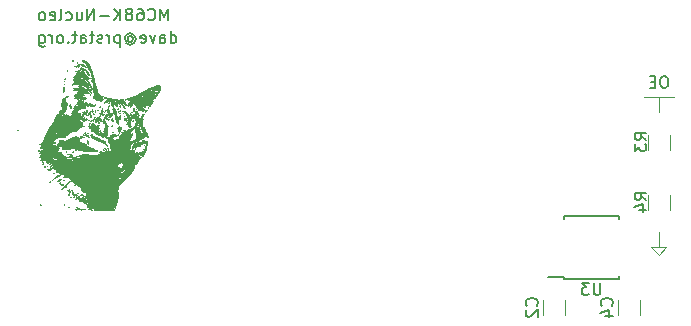
<source format=gbr>
G04 #@! TF.GenerationSoftware,KiCad,Pcbnew,(5.1.5)-2*
G04 #@! TF.CreationDate,2020-04-04T15:42:32+11:00*
G04 #@! TF.ProjectId,M68K-Nucleo,4d36384b-2d4e-4756-936c-656f2e6b6963,rev?*
G04 #@! TF.SameCoordinates,Original*
G04 #@! TF.FileFunction,Legend,Bot*
G04 #@! TF.FilePolarity,Positive*
%FSLAX46Y46*%
G04 Gerber Fmt 4.6, Leading zero omitted, Abs format (unit mm)*
G04 Created by KiCad (PCBNEW (5.1.5)-2) date 2020-04-04 15:42:32*
%MOMM*%
%LPD*%
G04 APERTURE LIST*
%ADD10C,0.150000*%
%ADD11C,0.120000*%
%ADD12C,0.010000*%
%ADD13R,1.552000X0.552000*%
%ADD14C,1.802000*%
%ADD15O,1.802000X1.802000*%
%ADD16R,1.802000X1.802000*%
%ADD17O,2.502000X1.702000*%
%ADD18R,2.502000X1.702000*%
%ADD19C,0.100000*%
G04 APERTURE END LIST*
D10*
X119307857Y-63317380D02*
X119307857Y-62317380D01*
X119307857Y-63269761D02*
X119403095Y-63317380D01*
X119593571Y-63317380D01*
X119688809Y-63269761D01*
X119736428Y-63222142D01*
X119784047Y-63126904D01*
X119784047Y-62841190D01*
X119736428Y-62745952D01*
X119688809Y-62698333D01*
X119593571Y-62650714D01*
X119403095Y-62650714D01*
X119307857Y-62698333D01*
X118403095Y-63317380D02*
X118403095Y-62793571D01*
X118450714Y-62698333D01*
X118545952Y-62650714D01*
X118736428Y-62650714D01*
X118831666Y-62698333D01*
X118403095Y-63269761D02*
X118498333Y-63317380D01*
X118736428Y-63317380D01*
X118831666Y-63269761D01*
X118879285Y-63174523D01*
X118879285Y-63079285D01*
X118831666Y-62984047D01*
X118736428Y-62936428D01*
X118498333Y-62936428D01*
X118403095Y-62888809D01*
X118022143Y-62650714D02*
X117784047Y-63317380D01*
X117545952Y-62650714D01*
X116784047Y-63269761D02*
X116879285Y-63317380D01*
X117069762Y-63317380D01*
X117165000Y-63269761D01*
X117212619Y-63174523D01*
X117212619Y-62793571D01*
X117165000Y-62698333D01*
X117069762Y-62650714D01*
X116879285Y-62650714D01*
X116784047Y-62698333D01*
X116736428Y-62793571D01*
X116736428Y-62888809D01*
X117212619Y-62984047D01*
X115688809Y-62841190D02*
X115736428Y-62793571D01*
X115831666Y-62745952D01*
X115926904Y-62745952D01*
X116022143Y-62793571D01*
X116069762Y-62841190D01*
X116117381Y-62936428D01*
X116117381Y-63031666D01*
X116069762Y-63126904D01*
X116022143Y-63174523D01*
X115926904Y-63222142D01*
X115831666Y-63222142D01*
X115736428Y-63174523D01*
X115688809Y-63126904D01*
X115688809Y-62745952D02*
X115688809Y-63126904D01*
X115641190Y-63174523D01*
X115593571Y-63174523D01*
X115498333Y-63126904D01*
X115450714Y-63031666D01*
X115450714Y-62793571D01*
X115545952Y-62650714D01*
X115688809Y-62555476D01*
X115879285Y-62507857D01*
X116069762Y-62555476D01*
X116212619Y-62650714D01*
X116307857Y-62793571D01*
X116355476Y-62984047D01*
X116307857Y-63174523D01*
X116212619Y-63317380D01*
X116069762Y-63412619D01*
X115879285Y-63460238D01*
X115688809Y-63412619D01*
X115545952Y-63317380D01*
X115022143Y-62650714D02*
X115022143Y-63650714D01*
X115022143Y-62698333D02*
X114926904Y-62650714D01*
X114736428Y-62650714D01*
X114641190Y-62698333D01*
X114593571Y-62745952D01*
X114545952Y-62841190D01*
X114545952Y-63126904D01*
X114593571Y-63222142D01*
X114641190Y-63269761D01*
X114736428Y-63317380D01*
X114926904Y-63317380D01*
X115022143Y-63269761D01*
X114117381Y-63317380D02*
X114117381Y-62650714D01*
X114117381Y-62841190D02*
X114069762Y-62745952D01*
X114022143Y-62698333D01*
X113926904Y-62650714D01*
X113831666Y-62650714D01*
X113545952Y-63269761D02*
X113450714Y-63317380D01*
X113260238Y-63317380D01*
X113165000Y-63269761D01*
X113117381Y-63174523D01*
X113117381Y-63126904D01*
X113165000Y-63031666D01*
X113260238Y-62984047D01*
X113403095Y-62984047D01*
X113498333Y-62936428D01*
X113545952Y-62841190D01*
X113545952Y-62793571D01*
X113498333Y-62698333D01*
X113403095Y-62650714D01*
X113260238Y-62650714D01*
X113165000Y-62698333D01*
X112831666Y-62650714D02*
X112450714Y-62650714D01*
X112688809Y-62317380D02*
X112688809Y-63174523D01*
X112641190Y-63269761D01*
X112545952Y-63317380D01*
X112450714Y-63317380D01*
X111688809Y-63317380D02*
X111688809Y-62793571D01*
X111736428Y-62698333D01*
X111831666Y-62650714D01*
X112022143Y-62650714D01*
X112117381Y-62698333D01*
X111688809Y-63269761D02*
X111784047Y-63317380D01*
X112022143Y-63317380D01*
X112117381Y-63269761D01*
X112165000Y-63174523D01*
X112165000Y-63079285D01*
X112117381Y-62984047D01*
X112022143Y-62936428D01*
X111784047Y-62936428D01*
X111688809Y-62888809D01*
X111355476Y-62650714D02*
X110974524Y-62650714D01*
X111212619Y-62317380D02*
X111212619Y-63174523D01*
X111165000Y-63269761D01*
X111069762Y-63317380D01*
X110974524Y-63317380D01*
X110641190Y-63222142D02*
X110593571Y-63269761D01*
X110641190Y-63317380D01*
X110688809Y-63269761D01*
X110641190Y-63222142D01*
X110641190Y-63317380D01*
X110022143Y-63317380D02*
X110117381Y-63269761D01*
X110165000Y-63222142D01*
X110212619Y-63126904D01*
X110212619Y-62841190D01*
X110165000Y-62745952D01*
X110117381Y-62698333D01*
X110022143Y-62650714D01*
X109879285Y-62650714D01*
X109784047Y-62698333D01*
X109736428Y-62745952D01*
X109688809Y-62841190D01*
X109688809Y-63126904D01*
X109736428Y-63222142D01*
X109784047Y-63269761D01*
X109879285Y-63317380D01*
X110022143Y-63317380D01*
X109260238Y-63317380D02*
X109260238Y-62650714D01*
X109260238Y-62841190D02*
X109212619Y-62745952D01*
X109165000Y-62698333D01*
X109069762Y-62650714D01*
X108974524Y-62650714D01*
X108212619Y-62650714D02*
X108212619Y-63460238D01*
X108260238Y-63555476D01*
X108307857Y-63603095D01*
X108403095Y-63650714D01*
X108545952Y-63650714D01*
X108641190Y-63603095D01*
X108212619Y-63269761D02*
X108307857Y-63317380D01*
X108498333Y-63317380D01*
X108593571Y-63269761D01*
X108641190Y-63222142D01*
X108688809Y-63126904D01*
X108688809Y-62841190D01*
X108641190Y-62745952D01*
X108593571Y-62698333D01*
X108498333Y-62650714D01*
X108307857Y-62650714D01*
X108212619Y-62698333D01*
X119117380Y-61412380D02*
X119117380Y-60412380D01*
X118784047Y-61126666D01*
X118450714Y-60412380D01*
X118450714Y-61412380D01*
X117403095Y-61317142D02*
X117450714Y-61364761D01*
X117593571Y-61412380D01*
X117688809Y-61412380D01*
X117831666Y-61364761D01*
X117926904Y-61269523D01*
X117974523Y-61174285D01*
X118022142Y-60983809D01*
X118022142Y-60840952D01*
X117974523Y-60650476D01*
X117926904Y-60555238D01*
X117831666Y-60460000D01*
X117688809Y-60412380D01*
X117593571Y-60412380D01*
X117450714Y-60460000D01*
X117403095Y-60507619D01*
X116545952Y-60412380D02*
X116736428Y-60412380D01*
X116831666Y-60460000D01*
X116879285Y-60507619D01*
X116974523Y-60650476D01*
X117022142Y-60840952D01*
X117022142Y-61221904D01*
X116974523Y-61317142D01*
X116926904Y-61364761D01*
X116831666Y-61412380D01*
X116641190Y-61412380D01*
X116545952Y-61364761D01*
X116498333Y-61317142D01*
X116450714Y-61221904D01*
X116450714Y-60983809D01*
X116498333Y-60888571D01*
X116545952Y-60840952D01*
X116641190Y-60793333D01*
X116831666Y-60793333D01*
X116926904Y-60840952D01*
X116974523Y-60888571D01*
X117022142Y-60983809D01*
X115879285Y-60840952D02*
X115974523Y-60793333D01*
X116022142Y-60745714D01*
X116069761Y-60650476D01*
X116069761Y-60602857D01*
X116022142Y-60507619D01*
X115974523Y-60460000D01*
X115879285Y-60412380D01*
X115688809Y-60412380D01*
X115593571Y-60460000D01*
X115545952Y-60507619D01*
X115498333Y-60602857D01*
X115498333Y-60650476D01*
X115545952Y-60745714D01*
X115593571Y-60793333D01*
X115688809Y-60840952D01*
X115879285Y-60840952D01*
X115974523Y-60888571D01*
X116022142Y-60936190D01*
X116069761Y-61031428D01*
X116069761Y-61221904D01*
X116022142Y-61317142D01*
X115974523Y-61364761D01*
X115879285Y-61412380D01*
X115688809Y-61412380D01*
X115593571Y-61364761D01*
X115545952Y-61317142D01*
X115498333Y-61221904D01*
X115498333Y-61031428D01*
X115545952Y-60936190D01*
X115593571Y-60888571D01*
X115688809Y-60840952D01*
X115069761Y-61412380D02*
X115069761Y-60412380D01*
X114498333Y-61412380D02*
X114926904Y-60840952D01*
X114498333Y-60412380D02*
X115069761Y-60983809D01*
X114069761Y-61031428D02*
X113307857Y-61031428D01*
X112831666Y-61412380D02*
X112831666Y-60412380D01*
X112260238Y-61412380D01*
X112260238Y-60412380D01*
X111355476Y-60745714D02*
X111355476Y-61412380D01*
X111784047Y-60745714D02*
X111784047Y-61269523D01*
X111736428Y-61364761D01*
X111641190Y-61412380D01*
X111498333Y-61412380D01*
X111403095Y-61364761D01*
X111355476Y-61317142D01*
X110450714Y-61364761D02*
X110545952Y-61412380D01*
X110736428Y-61412380D01*
X110831666Y-61364761D01*
X110879285Y-61317142D01*
X110926904Y-61221904D01*
X110926904Y-60936190D01*
X110879285Y-60840952D01*
X110831666Y-60793333D01*
X110736428Y-60745714D01*
X110545952Y-60745714D01*
X110450714Y-60793333D01*
X109879285Y-61412380D02*
X109974523Y-61364761D01*
X110022142Y-61269523D01*
X110022142Y-60412380D01*
X109117380Y-61364761D02*
X109212619Y-61412380D01*
X109403095Y-61412380D01*
X109498333Y-61364761D01*
X109545952Y-61269523D01*
X109545952Y-60888571D01*
X109498333Y-60793333D01*
X109403095Y-60745714D01*
X109212619Y-60745714D01*
X109117380Y-60793333D01*
X109069761Y-60888571D01*
X109069761Y-60983809D01*
X109545952Y-61079047D01*
X108498333Y-61412380D02*
X108593571Y-61364761D01*
X108641190Y-61317142D01*
X108688809Y-61221904D01*
X108688809Y-60936190D01*
X108641190Y-60840952D01*
X108593571Y-60793333D01*
X108498333Y-60745714D01*
X108355476Y-60745714D01*
X108260238Y-60793333D01*
X108212619Y-60840952D01*
X108165000Y-60936190D01*
X108165000Y-61221904D01*
X108212619Y-61317142D01*
X108260238Y-61364761D01*
X108355476Y-61412380D01*
X108498333Y-61412380D01*
X161202619Y-66127380D02*
X161012142Y-66127380D01*
X160916904Y-66175000D01*
X160821666Y-66270238D01*
X160774047Y-66460714D01*
X160774047Y-66794047D01*
X160821666Y-66984523D01*
X160916904Y-67079761D01*
X161012142Y-67127380D01*
X161202619Y-67127380D01*
X161297857Y-67079761D01*
X161393095Y-66984523D01*
X161440714Y-66794047D01*
X161440714Y-66460714D01*
X161393095Y-66270238D01*
X161297857Y-66175000D01*
X161202619Y-66127380D01*
X160345476Y-66603571D02*
X160012142Y-66603571D01*
X159869285Y-67127380D02*
X160345476Y-67127380D01*
X160345476Y-66127380D01*
X159869285Y-66127380D01*
D11*
X159385000Y-67945000D02*
X161925000Y-67945000D01*
X160655000Y-67945000D02*
X159385000Y-67945000D01*
X160655000Y-69215000D02*
X160655000Y-67945000D01*
X160655000Y-81280000D02*
X160020000Y-80645000D01*
X161290000Y-80645000D02*
X160655000Y-81280000D01*
X160020000Y-80645000D02*
X161290000Y-80645000D01*
X160655000Y-80645000D02*
X160020000Y-80645000D01*
X160655000Y-79375000D02*
X160655000Y-80645000D01*
D10*
X152615000Y-83145000D02*
X151265000Y-83145000D01*
X152615000Y-78020000D02*
X157265000Y-78020000D01*
X152615000Y-83270000D02*
X157265000Y-83270000D01*
X152615000Y-78020000D02*
X152615000Y-78245000D01*
X157265000Y-78020000D02*
X157265000Y-78245000D01*
X157265000Y-83270000D02*
X157265000Y-83045000D01*
X152615000Y-83270000D02*
X152615000Y-83145000D01*
D12*
G36*
X110496657Y-67805933D02*
G01*
X110427478Y-67859252D01*
X110339848Y-67933274D01*
X110273694Y-67967638D01*
X110214787Y-68022889D01*
X110162061Y-68129664D01*
X110126733Y-68254972D01*
X110120016Y-68365821D01*
X110127477Y-68397757D01*
X110137333Y-68478536D01*
X110103141Y-68508263D01*
X110045370Y-68470606D01*
X110041808Y-68466116D01*
X110011647Y-68435094D01*
X110011634Y-68464697D01*
X110042221Y-68563483D01*
X110047834Y-68580000D01*
X110094998Y-68736921D01*
X110122517Y-68867428D01*
X110128031Y-68954560D01*
X110109178Y-68981358D01*
X110103330Y-68978662D01*
X110068773Y-68987194D01*
X110066666Y-69000834D01*
X110031234Y-69037250D01*
X109982000Y-69045666D01*
X109913237Y-69065033D01*
X109897333Y-69091963D01*
X109932675Y-69138775D01*
X109982000Y-69160400D01*
X110050628Y-69193908D01*
X110066666Y-69219937D01*
X110039585Y-69255057D01*
X109986131Y-69241800D01*
X109960762Y-69214885D01*
X109908485Y-69194239D01*
X109833283Y-69232310D01*
X109756619Y-69315714D01*
X109730527Y-69358444D01*
X109679428Y-69428823D01*
X109639166Y-69445257D01*
X109619100Y-69461978D01*
X109622166Y-69511333D01*
X109620587Y-69570134D01*
X109600028Y-69574232D01*
X109564290Y-69592058D01*
X109533183Y-69668351D01*
X109488470Y-69782404D01*
X109415781Y-69906234D01*
X109404941Y-69921258D01*
X109340650Y-70018155D01*
X109306399Y-70090231D01*
X109304666Y-70100853D01*
X109279009Y-70160863D01*
X109216526Y-70246823D01*
X109209416Y-70255116D01*
X109131827Y-70358448D01*
X109043817Y-70495543D01*
X109005315Y-70562355D01*
X108927733Y-70703540D01*
X108831096Y-70879670D01*
X108741210Y-71043701D01*
X108669502Y-71187337D01*
X108622072Y-71307466D01*
X108607670Y-71381320D01*
X108609078Y-71387488D01*
X108596144Y-71450704D01*
X108561874Y-71474727D01*
X108513271Y-71524900D01*
X108514435Y-71561353D01*
X108502323Y-71625317D01*
X108473810Y-71645364D01*
X108432107Y-71687414D01*
X108436648Y-71712367D01*
X108425382Y-71747598D01*
X108386415Y-71755648D01*
X108335781Y-71762696D01*
X108364956Y-71791845D01*
X108373333Y-71797333D01*
X108400397Y-71826639D01*
X108355227Y-71840622D01*
X108309833Y-71843521D01*
X108182833Y-71848673D01*
X108299250Y-71894675D01*
X108389381Y-71953059D01*
X108411367Y-72018094D01*
X108361937Y-72070544D01*
X108331000Y-72081400D01*
X108262169Y-72126183D01*
X108246333Y-72167395D01*
X108267968Y-72209857D01*
X108344878Y-72211041D01*
X108371692Y-72206178D01*
X108468343Y-72201084D01*
X108523503Y-72223907D01*
X108522573Y-72288108D01*
X108474210Y-72350451D01*
X108408192Y-72374337D01*
X108401988Y-72373255D01*
X108375234Y-72372955D01*
X108383916Y-72379299D01*
X108415314Y-72432020D01*
X108415666Y-72438359D01*
X108388744Y-72458595D01*
X108366792Y-72449457D01*
X108337811Y-72444472D01*
X108348013Y-72467945D01*
X108337486Y-72519751D01*
X108269887Y-72565948D01*
X108191044Y-72614222D01*
X108161666Y-72654247D01*
X108192819Y-72659250D01*
X108270781Y-72624710D01*
X108304247Y-72605119D01*
X108417902Y-72539376D01*
X108473581Y-72522117D01*
X108481928Y-72552234D01*
X108470488Y-72587849D01*
X108464476Y-72637520D01*
X108516868Y-72630454D01*
X108520138Y-72629213D01*
X108571781Y-72615425D01*
X108556195Y-72648451D01*
X108541872Y-72666124D01*
X108473752Y-72711708D01*
X108433146Y-72711942D01*
X108366408Y-72724002D01*
X108323512Y-72760475D01*
X108291159Y-72807143D01*
X108317075Y-72799750D01*
X108321449Y-72797156D01*
X108398952Y-72782406D01*
X108502486Y-72792639D01*
X108629573Y-72820552D01*
X108521774Y-72905347D01*
X108421279Y-73008027D01*
X108351636Y-73110691D01*
X108289298Y-73231241D01*
X108431767Y-73208121D01*
X108539219Y-73204354D01*
X108601086Y-73228656D01*
X108602426Y-73230614D01*
X108660492Y-73256266D01*
X108763253Y-73253950D01*
X108766558Y-73253409D01*
X108854066Y-73241548D01*
X108869054Y-73253431D01*
X108825495Y-73293349D01*
X108773781Y-73342657D01*
X108793501Y-73369019D01*
X108838307Y-73384613D01*
X108899717Y-73415751D01*
X108887375Y-73463711D01*
X108872979Y-73482912D01*
X108843925Y-73524816D01*
X108866175Y-73520186D01*
X108932760Y-73479352D01*
X109034131Y-73420620D01*
X109079462Y-73414950D01*
X109079581Y-73463469D01*
X109070860Y-73493732D01*
X109057545Y-73550965D01*
X109083049Y-73557735D01*
X109163257Y-73520308D01*
X109286792Y-73483199D01*
X109368166Y-73490680D01*
X109414189Y-73514806D01*
X109400103Y-73541906D01*
X109317215Y-73585811D01*
X109304666Y-73591725D01*
X109229745Y-73629867D01*
X109216275Y-73643711D01*
X109230583Y-73640783D01*
X109292097Y-73642019D01*
X109304666Y-73661328D01*
X109340594Y-73693858D01*
X109399916Y-73703679D01*
X109452962Y-73709479D01*
X109455217Y-73730839D01*
X109399350Y-73776923D01*
X109278030Y-73856896D01*
X109276583Y-73857819D01*
X109227220Y-73892760D01*
X109252187Y-73894162D01*
X109294083Y-73884632D01*
X109367112Y-73882702D01*
X109389333Y-73905099D01*
X109423639Y-73930215D01*
X109484583Y-73925912D01*
X109550389Y-73912821D01*
X109544560Y-73930325D01*
X109495166Y-73970863D01*
X109437275Y-74020710D01*
X109448084Y-74037352D01*
X109503251Y-74039653D01*
X109599355Y-74064804D01*
X109630365Y-74125679D01*
X109601060Y-74189093D01*
X109579243Y-74226288D01*
X109614985Y-74228710D01*
X109682082Y-74211361D01*
X109780631Y-74194695D01*
X109812666Y-74216141D01*
X109846297Y-74238493D01*
X109907585Y-74228246D01*
X109972973Y-74212222D01*
X109968154Y-74238734D01*
X109939335Y-74275653D01*
X109899168Y-74330800D01*
X109918324Y-74336495D01*
X109950250Y-74325421D01*
X110016787Y-74309381D01*
X110018527Y-74332142D01*
X109961717Y-74386452D01*
X109852608Y-74465058D01*
X109801545Y-74498023D01*
X109643302Y-74607229D01*
X109471191Y-74740309D01*
X109368166Y-74827992D01*
X109280116Y-74908204D01*
X109246008Y-74942821D01*
X109269229Y-74930229D01*
X109353170Y-74868817D01*
X109474000Y-74777626D01*
X109638503Y-74659125D01*
X109802290Y-74551608D01*
X109937773Y-74472864D01*
X109974792Y-74454766D01*
X110087074Y-74407202D01*
X110149807Y-74394981D01*
X110190144Y-74417598D01*
X110216863Y-74450275D01*
X110261975Y-74494202D01*
X110277635Y-74485500D01*
X110295118Y-74479738D01*
X110329106Y-74519411D01*
X110357341Y-74574681D01*
X110362352Y-74599063D01*
X110328070Y-74633100D01*
X110275143Y-74655845D01*
X110215807Y-74686769D01*
X110211707Y-74708151D01*
X110262309Y-74708317D01*
X110340454Y-74676738D01*
X110430869Y-74642971D01*
X110497048Y-74664771D01*
X110507869Y-74673263D01*
X110578120Y-74705845D01*
X110610710Y-74701054D01*
X110657099Y-74711285D01*
X110674735Y-74739743D01*
X110728835Y-74795865D01*
X110759309Y-74803000D01*
X110831337Y-74828986D01*
X110843605Y-74894911D01*
X110798043Y-74982725D01*
X110733205Y-75047202D01*
X110609654Y-75153375D01*
X110472480Y-75280639D01*
X110335870Y-75414563D01*
X110214015Y-75540713D01*
X110121104Y-75644656D01*
X110071325Y-75711960D01*
X110066666Y-75725179D01*
X110091113Y-75725275D01*
X110153395Y-75676688D01*
X110236925Y-75595596D01*
X110325114Y-75498175D01*
X110401375Y-75400600D01*
X110405333Y-75394915D01*
X110472793Y-75321947D01*
X110584358Y-75224730D01*
X110695032Y-75139729D01*
X110822881Y-75052283D01*
X110906097Y-75011439D01*
X110965150Y-75009675D01*
X111001949Y-75026957D01*
X111066205Y-75084191D01*
X111082666Y-75120499D01*
X111116238Y-75176547D01*
X111190844Y-75228637D01*
X111267318Y-75253154D01*
X111293823Y-75247815D01*
X111343586Y-75261922D01*
X111427528Y-75325926D01*
X111528634Y-75422288D01*
X111629888Y-75533469D01*
X111714276Y-75641931D01*
X111764783Y-75730134D01*
X111766640Y-75735183D01*
X111845806Y-75846119D01*
X111970536Y-75904281D01*
X112043920Y-75906823D01*
X112095897Y-75936608D01*
X112155057Y-76017366D01*
X112161424Y-76029231D01*
X112199461Y-76121492D01*
X112186162Y-76156659D01*
X112177041Y-76157666D01*
X112168139Y-76183487D01*
X112210979Y-76247222D01*
X112225666Y-76263500D01*
X112325092Y-76369333D01*
X112222462Y-76369981D01*
X112102144Y-76389006D01*
X112035024Y-76436876D01*
X112036569Y-76502183D01*
X112032239Y-76515403D01*
X111980464Y-76477661D01*
X111957326Y-76457204D01*
X111885089Y-76403591D01*
X111846627Y-76398855D01*
X111844666Y-76406785D01*
X111820205Y-76439130D01*
X111802818Y-76433133D01*
X111779546Y-76440360D01*
X111789224Y-76480897D01*
X111789281Y-76513141D01*
X111740144Y-76491980D01*
X111662151Y-76436053D01*
X111574833Y-76355968D01*
X111532876Y-76289641D01*
X111533805Y-76269373D01*
X111527924Y-76261836D01*
X111478276Y-76306269D01*
X111467369Y-76317355D01*
X111391595Y-76377030D01*
X111335931Y-76389905D01*
X111334143Y-76388940D01*
X111296600Y-76376507D01*
X111315152Y-76415921D01*
X111368416Y-76479272D01*
X111465403Y-76557400D01*
X111589187Y-76592300D01*
X111656978Y-76597867D01*
X111743049Y-76630548D01*
X111839226Y-76704996D01*
X111851695Y-76717894D01*
X111927936Y-76785216D01*
X111982245Y-76806758D01*
X111989361Y-76803193D01*
X112033278Y-76810930D01*
X112099158Y-76870726D01*
X112105166Y-76877965D01*
X112162365Y-76944988D01*
X112179913Y-76947829D01*
X112170774Y-76891895D01*
X112175354Y-76817584D01*
X112244767Y-76782782D01*
X112252847Y-76781155D01*
X112349268Y-76780059D01*
X112374251Y-76821402D01*
X112324247Y-76897036D01*
X112309521Y-76911337D01*
X112235091Y-77014391D01*
X112201797Y-77105046D01*
X112203118Y-77196281D01*
X112264734Y-77248335D01*
X112287847Y-77257831D01*
X112388906Y-77280664D01*
X112452669Y-77275879D01*
X112513301Y-77290128D01*
X112539981Y-77328797D01*
X112570371Y-77377003D01*
X112603560Y-77348026D01*
X112649273Y-77313736D01*
X112726375Y-77339101D01*
X112728283Y-77340118D01*
X112797831Y-77390599D01*
X112818333Y-77424482D01*
X112858571Y-77435706D01*
X112970900Y-77446171D01*
X113142747Y-77455248D01*
X113361537Y-77462312D01*
X113614696Y-77466736D01*
X113678336Y-77467329D01*
X114538339Y-77474006D01*
X114607016Y-77220618D01*
X112842354Y-77220618D01*
X112832867Y-77232921D01*
X112771855Y-77201932D01*
X112760791Y-77194833D01*
X112437333Y-77194833D01*
X112416166Y-77216000D01*
X112395000Y-77194833D01*
X112416166Y-77173666D01*
X112437333Y-77194833D01*
X112760791Y-77194833D01*
X112760045Y-77194355D01*
X112682843Y-77138738D01*
X112649060Y-77104436D01*
X112649000Y-77103808D01*
X112676960Y-77103006D01*
X112739929Y-77135813D01*
X112806536Y-77183276D01*
X112842354Y-77220618D01*
X114607016Y-77220618D01*
X114645223Y-77079655D01*
X112521810Y-77079655D01*
X112490253Y-77087633D01*
X112479666Y-77087703D01*
X112389057Y-77065550D01*
X112352666Y-77046666D01*
X112310523Y-77013677D01*
X112342080Y-77005699D01*
X112352666Y-77005629D01*
X112443276Y-77027782D01*
X112479666Y-77046666D01*
X112521810Y-77079655D01*
X114645223Y-77079655D01*
X114656490Y-77038086D01*
X114708729Y-76848607D01*
X114756112Y-76682571D01*
X114757053Y-76679432D01*
X112294547Y-76679432D01*
X112279911Y-76684369D01*
X112218096Y-76656505D01*
X112146252Y-76599458D01*
X111993681Y-76599458D01*
X111988411Y-76623333D01*
X111938229Y-76591391D01*
X111896824Y-76538666D01*
X111885352Y-76517500D01*
X111675333Y-76517500D01*
X111654166Y-76538666D01*
X111634719Y-76519219D01*
X111583222Y-76519219D01*
X111566961Y-76522737D01*
X111490615Y-76490360D01*
X111422475Y-76449322D01*
X111416259Y-76420864D01*
X111420689Y-76418936D01*
X111487223Y-76432578D01*
X111541908Y-76473262D01*
X111583222Y-76519219D01*
X111634719Y-76519219D01*
X111633000Y-76517500D01*
X111654166Y-76496333D01*
X111675333Y-76517500D01*
X111885352Y-76517500D01*
X111861764Y-76473981D01*
X111858913Y-76454000D01*
X111894937Y-76481615D01*
X111950500Y-76538666D01*
X111993681Y-76599458D01*
X112146252Y-76599458D01*
X112138939Y-76593652D01*
X112109733Y-76531052D01*
X112135790Y-76466233D01*
X112185964Y-76454000D01*
X112253313Y-76472235D01*
X112268000Y-76496333D01*
X112234982Y-76536362D01*
X112219105Y-76538666D01*
X112206077Y-76563836D01*
X112245433Y-76621785D01*
X112294547Y-76679432D01*
X114757053Y-76679432D01*
X114768472Y-76641341D01*
X112642888Y-76641341D01*
X112632906Y-76663431D01*
X112609165Y-76665666D01*
X112551760Y-76634920D01*
X112543466Y-76623818D01*
X112550280Y-76599762D01*
X112583301Y-76607180D01*
X112642888Y-76641341D01*
X114768472Y-76641341D01*
X114792397Y-76561542D01*
X114807959Y-76514862D01*
X114811341Y-76493834D01*
X112522000Y-76493834D01*
X112491270Y-76536943D01*
X112479666Y-76538666D01*
X112438434Y-76524223D01*
X112437333Y-76519998D01*
X112466998Y-76483855D01*
X112479666Y-76475166D01*
X112518676Y-76478523D01*
X112522000Y-76493834D01*
X114811341Y-76493834D01*
X114817749Y-76454000D01*
X112373833Y-76454000D01*
X112370477Y-76493009D01*
X112355165Y-76496333D01*
X112312056Y-76465603D01*
X112310333Y-76454000D01*
X112324777Y-76412767D01*
X112329001Y-76411666D01*
X112365144Y-76441331D01*
X112373833Y-76454000D01*
X114817749Y-76454000D01*
X114820504Y-76436878D01*
X114827503Y-76297006D01*
X114828220Y-76117889D01*
X114824987Y-75991637D01*
X114819851Y-75779005D01*
X114824553Y-75631035D01*
X114841062Y-75528089D01*
X114871348Y-75450530D01*
X114880976Y-75433358D01*
X114937563Y-75350340D01*
X114978965Y-75311409D01*
X114981523Y-75311000D01*
X115013700Y-75275945D01*
X115031573Y-75227710D01*
X115082229Y-75155470D01*
X115178742Y-75085294D01*
X115198571Y-75075170D01*
X115318034Y-74990866D01*
X115411455Y-74879920D01*
X115416007Y-74871821D01*
X115420994Y-74865436D01*
X115140803Y-74865436D01*
X115101016Y-74864915D01*
X115065376Y-74847140D01*
X114997275Y-74821292D01*
X114977383Y-74849587D01*
X114977333Y-74852915D01*
X114955842Y-74872910D01*
X114926692Y-74850270D01*
X114850333Y-74850270D01*
X114814834Y-74880667D01*
X114765666Y-74887666D01*
X114697013Y-74862867D01*
X114681776Y-74829811D01*
X114638666Y-74829811D01*
X114614627Y-74897111D01*
X114610444Y-74901777D01*
X114565107Y-74911820D01*
X114560350Y-74908127D01*
X114565580Y-74869189D01*
X114505063Y-74869189D01*
X114503440Y-74878022D01*
X114454371Y-74938868D01*
X114393343Y-74956034D01*
X114306805Y-74969987D01*
X114271927Y-74986294D01*
X114221347Y-74988181D01*
X114147423Y-74958621D01*
X114094077Y-74917584D01*
X114090674Y-74908833D01*
X114046000Y-74908833D01*
X114024833Y-74930000D01*
X114003666Y-74908833D01*
X114024833Y-74887666D01*
X114046000Y-74908833D01*
X114090674Y-74908833D01*
X114088333Y-74902814D01*
X114120176Y-74894330D01*
X114154199Y-74903883D01*
X114234473Y-74905074D01*
X114347339Y-74875462D01*
X114368789Y-74867018D01*
X114464558Y-74830248D01*
X114503332Y-74830429D01*
X114505063Y-74869189D01*
X114565580Y-74869189D01*
X114566192Y-74864635D01*
X114588572Y-74836161D01*
X114631193Y-74812295D01*
X114638666Y-74829811D01*
X114681776Y-74829811D01*
X114681000Y-74828129D01*
X114712116Y-74786531D01*
X114765666Y-74790733D01*
X114834294Y-74824241D01*
X114850333Y-74850270D01*
X114926692Y-74850270D01*
X114904762Y-74833238D01*
X114855869Y-74773313D01*
X114870056Y-74725215D01*
X114905556Y-74687300D01*
X114993024Y-74644584D01*
X115075861Y-74673805D01*
X115131599Y-74764137D01*
X115139459Y-74800036D01*
X115140803Y-74865436D01*
X115420994Y-74865436D01*
X115500893Y-74763143D01*
X115606444Y-74685438D01*
X115610163Y-74683746D01*
X115688461Y-74628264D01*
X115790082Y-74529567D01*
X115897389Y-74408591D01*
X115992746Y-74286277D01*
X116058516Y-74183562D01*
X116078000Y-74128321D01*
X116093161Y-74069831D01*
X116095362Y-74063613D01*
X115485333Y-74063613D01*
X115455254Y-74116952D01*
X115381353Y-74197757D01*
X115288140Y-74283497D01*
X115200120Y-74351644D01*
X115141801Y-74379665D01*
X115141550Y-74379666D01*
X115104275Y-74346080D01*
X115087696Y-74312704D01*
X115063701Y-74213125D01*
X115093842Y-74170931D01*
X115118121Y-74168000D01*
X115183793Y-74139362D01*
X115266283Y-74069962D01*
X115270794Y-74065224D01*
X115360202Y-73999604D01*
X115438003Y-73989809D01*
X115482009Y-74036005D01*
X115485333Y-74063613D01*
X116095362Y-74063613D01*
X116132985Y-73957341D01*
X116188989Y-73814755D01*
X116191347Y-73809004D01*
X116257472Y-73659660D01*
X116297977Y-73594913D01*
X115267682Y-73594913D01*
X115253261Y-73684578D01*
X115233126Y-73759429D01*
X115177981Y-73896362D01*
X115104679Y-73954437D01*
X115002312Y-73937115D01*
X114888618Y-73868784D01*
X114806386Y-73795917D01*
X114766402Y-73732386D01*
X114765666Y-73725800D01*
X114735923Y-73654221D01*
X114702166Y-73617666D01*
X114667091Y-73575333D01*
X110087833Y-73575333D01*
X110039075Y-73614318D01*
X109963836Y-73590181D01*
X109939666Y-73575333D01*
X109911522Y-73546151D01*
X109956368Y-73534648D01*
X109995082Y-73533648D01*
X110073608Y-73545533D01*
X110087833Y-73575333D01*
X114667091Y-73575333D01*
X114648767Y-73553218D01*
X114638666Y-73521255D01*
X114664219Y-73512488D01*
X114719051Y-73550291D01*
X114782365Y-73598492D01*
X114824114Y-73584601D01*
X114856635Y-73542866D01*
X114893999Y-73511833D01*
X110193666Y-73511833D01*
X110172500Y-73533000D01*
X110151333Y-73511833D01*
X110172500Y-73490666D01*
X110193666Y-73511833D01*
X114893999Y-73511833D01*
X114952780Y-73463013D01*
X109914044Y-73463013D01*
X109900905Y-73476657D01*
X109833833Y-73510343D01*
X109725353Y-73559838D01*
X109684233Y-73570171D01*
X109703575Y-73542857D01*
X109708950Y-73537758D01*
X109778899Y-73499350D01*
X109855000Y-73474677D01*
X109914044Y-73463013D01*
X114952780Y-73463013D01*
X114962538Y-73454909D01*
X115088345Y-73438693D01*
X115196449Y-73488186D01*
X115250095Y-73539439D01*
X115267682Y-73594913D01*
X116297977Y-73594913D01*
X116310521Y-73574863D01*
X116362911Y-73538423D01*
X116403013Y-73533000D01*
X116478933Y-73519640D01*
X116501333Y-73496537D01*
X116465377Y-73475069D01*
X116384916Y-73475692D01*
X116319804Y-73481976D01*
X116325398Y-73470393D01*
X116405766Y-73435177D01*
X116416666Y-73430709D01*
X116424140Y-73427166D01*
X110659333Y-73427166D01*
X110638166Y-73448333D01*
X110617000Y-73427166D01*
X110638166Y-73406000D01*
X110659333Y-73427166D01*
X116424140Y-73427166D01*
X116501695Y-73390404D01*
X116509030Y-73369219D01*
X116480166Y-73364203D01*
X116429427Y-73356083D01*
X116451916Y-73336835D01*
X116500314Y-73316476D01*
X116568352Y-73280946D01*
X116565014Y-73262601D01*
X111491448Y-73262601D01*
X111484833Y-73279000D01*
X111446792Y-73319385D01*
X111440001Y-73321333D01*
X111421819Y-73288580D01*
X111421333Y-73279000D01*
X111453672Y-73238549D01*
X111357833Y-73238549D01*
X111252000Y-73321333D01*
X111177346Y-73378712D01*
X111140697Y-73404915D01*
X111140287Y-73405058D01*
X111138138Y-73371168D01*
X111140287Y-73336472D01*
X111130676Y-73309207D01*
X109908443Y-73309207D01*
X109895485Y-73344432D01*
X109888935Y-73352618D01*
X109795639Y-73425854D01*
X109675832Y-73478655D01*
X109627566Y-73487983D01*
X109619271Y-73464427D01*
X109643333Y-73427166D01*
X109673280Y-73376971D01*
X109636048Y-73363707D01*
X109630878Y-73363666D01*
X109562018Y-73393102D01*
X109546823Y-73416583D01*
X109511126Y-73446831D01*
X109494930Y-73438773D01*
X109478754Y-73385266D01*
X109528946Y-73334907D01*
X109627532Y-73298305D01*
X109753720Y-73286005D01*
X109866062Y-73292132D01*
X109908443Y-73309207D01*
X111130676Y-73309207D01*
X111115120Y-73265084D01*
X111087357Y-73246314D01*
X111048033Y-73247054D01*
X111051626Y-73262924D01*
X111027622Y-73281345D01*
X110941077Y-73288149D01*
X110864237Y-73285309D01*
X110749527Y-73272570D01*
X110684336Y-73256078D01*
X110678330Y-73245891D01*
X110733682Y-73223647D01*
X110834563Y-73204541D01*
X110951774Y-73191448D01*
X111056120Y-73187242D01*
X111118402Y-73194796D01*
X111125000Y-73201922D01*
X111161580Y-73227447D01*
X111241416Y-73237607D01*
X111357833Y-73238549D01*
X111453672Y-73238549D01*
X111453877Y-73238293D01*
X111466165Y-73236666D01*
X111491448Y-73262601D01*
X116565014Y-73262601D01*
X116562634Y-73249522D01*
X116542647Y-73235141D01*
X116508218Y-73204086D01*
X116551250Y-73193238D01*
X116564833Y-73192639D01*
X116612810Y-73173166D01*
X111717666Y-73173166D01*
X111696500Y-73194333D01*
X111675333Y-73173166D01*
X111696500Y-73152000D01*
X111717666Y-73173166D01*
X116612810Y-73173166D01*
X116647654Y-73159024D01*
X116734552Y-73081358D01*
X116740521Y-73073985D01*
X116831542Y-72958321D01*
X116677021Y-72973225D01*
X116581828Y-72975999D01*
X116568063Y-72957946D01*
X116578995Y-72948937D01*
X116595442Y-72926245D01*
X113391103Y-72926245D01*
X113373271Y-72938849D01*
X113307557Y-72912940D01*
X113285226Y-72899653D01*
X113241923Y-72856980D01*
X113242959Y-72840263D01*
X113287740Y-72846480D01*
X113345074Y-72880294D01*
X113391103Y-72926245D01*
X116595442Y-72926245D01*
X116603729Y-72914813D01*
X116552574Y-72888267D01*
X116537293Y-72884067D01*
X116469053Y-72861613D01*
X116474414Y-72832432D01*
X116523131Y-72791335D01*
X116578779Y-72743630D01*
X116562513Y-72736105D01*
X116501333Y-72749662D01*
X116435415Y-72761497D01*
X116444269Y-72744760D01*
X116462987Y-72732275D01*
X116499983Y-72725910D01*
X113696954Y-72725910D01*
X113691163Y-72728666D01*
X113652531Y-72698864D01*
X113643833Y-72686333D01*
X113633046Y-72646756D01*
X113638836Y-72644000D01*
X113677469Y-72673801D01*
X113686166Y-72686333D01*
X113696954Y-72725910D01*
X116499983Y-72725910D01*
X116537642Y-72719431D01*
X116645057Y-72736842D01*
X116758208Y-72774759D01*
X116850075Y-72823434D01*
X116893634Y-72873118D01*
X116893032Y-72887416D01*
X116903328Y-72935276D01*
X116921139Y-72940333D01*
X116969115Y-72909519D01*
X116972291Y-72898000D01*
X116987493Y-72827152D01*
X116988570Y-72823916D01*
X117009261Y-72761917D01*
X117030549Y-72696916D01*
X117064485Y-72623316D01*
X117088754Y-72601666D01*
X117141399Y-72562704D01*
X117190365Y-72459102D01*
X117227864Y-72310786D01*
X117241369Y-72211279D01*
X117248922Y-72098362D01*
X117246407Y-72039454D01*
X117238141Y-72041013D01*
X117188474Y-72072173D01*
X117164467Y-72064637D01*
X117142009Y-72061771D01*
X117168605Y-72101090D01*
X117199178Y-72165038D01*
X117158022Y-72220233D01*
X117104500Y-72281749D01*
X117094000Y-72311113D01*
X117065213Y-72360339D01*
X116992804Y-72439572D01*
X116956416Y-72474022D01*
X116816226Y-72570028D01*
X116666594Y-72600379D01*
X116662582Y-72600425D01*
X116553428Y-72611729D01*
X116485460Y-72637979D01*
X116480166Y-72644000D01*
X116419511Y-72681593D01*
X116384910Y-72686333D01*
X116343933Y-72678398D01*
X116368673Y-72644347D01*
X116397992Y-72619691D01*
X116454447Y-72571281D01*
X116444164Y-72562313D01*
X116395500Y-72572555D01*
X116280507Y-72604230D01*
X116226166Y-72622023D01*
X116172300Y-72637432D01*
X116191567Y-72616158D01*
X116205000Y-72606308D01*
X116227685Y-72580500D01*
X113834333Y-72580500D01*
X113813166Y-72601666D01*
X113792000Y-72580500D01*
X113813166Y-72559333D01*
X113834333Y-72580500D01*
X116227685Y-72580500D01*
X116238109Y-72568641D01*
X116218339Y-72559981D01*
X116144188Y-72545319D01*
X116122296Y-72538166D01*
X115908666Y-72538166D01*
X115887500Y-72559333D01*
X115866333Y-72538166D01*
X114215333Y-72538166D01*
X114194166Y-72559333D01*
X114173000Y-72538166D01*
X114194166Y-72517000D01*
X114215333Y-72538166D01*
X115866333Y-72538166D01*
X115887500Y-72517000D01*
X115908666Y-72538166D01*
X116122296Y-72538166D01*
X116052696Y-72515426D01*
X115976955Y-72475510D01*
X115975385Y-72435046D01*
X115986440Y-72422293D01*
X116034596Y-72354646D01*
X116021892Y-72328422D01*
X115960833Y-72360433D01*
X115948415Y-72371172D01*
X115880747Y-72421871D01*
X115840039Y-72412471D01*
X115822064Y-72388316D01*
X115784878Y-72304034D01*
X115811126Y-72250964D01*
X115826886Y-72240049D01*
X115855120Y-72182127D01*
X115850062Y-72154659D01*
X115858389Y-72081135D01*
X115909884Y-71976000D01*
X115987055Y-71863194D01*
X115991352Y-71858334D01*
X115866333Y-71858334D01*
X115844231Y-71916256D01*
X115824000Y-71924333D01*
X115782878Y-71893949D01*
X115781666Y-71884498D01*
X115812439Y-71827164D01*
X115824000Y-71818500D01*
X115860241Y-71828096D01*
X115866333Y-71858334D01*
X115991352Y-71858334D01*
X116072412Y-71766655D01*
X116148466Y-71710323D01*
X116178667Y-71704891D01*
X116272767Y-71690270D01*
X116325564Y-71659556D01*
X116419023Y-71613391D01*
X116521087Y-71592963D01*
X116630986Y-71561590D01*
X116758452Y-71492047D01*
X116803713Y-71458897D01*
X116922976Y-71370903D01*
X116954289Y-71351250D01*
X116390478Y-71351250D01*
X116365107Y-71419191D01*
X116273857Y-71492050D01*
X116183833Y-71541750D01*
X116064506Y-71594771D01*
X115977182Y-71619626D01*
X115947263Y-71615412D01*
X115905094Y-71614951D01*
X115867996Y-71647162D01*
X115819316Y-71700693D01*
X115803633Y-71712666D01*
X115808621Y-71675659D01*
X115831648Y-71579415D01*
X115861733Y-71466728D01*
X115913352Y-71308489D01*
X115926031Y-71278030D01*
X115041630Y-71278030D01*
X115034975Y-71310500D01*
X115004928Y-71366200D01*
X114993971Y-71374000D01*
X114979172Y-71339431D01*
X114977333Y-71310500D01*
X114999488Y-71254153D01*
X115018338Y-71247000D01*
X115041630Y-71278030D01*
X115926031Y-71278030D01*
X115973249Y-71164602D01*
X116010021Y-71096311D01*
X116090210Y-70971833D01*
X115972526Y-71077666D01*
X115854842Y-71183500D01*
X115900148Y-71096334D01*
X115146666Y-71096334D01*
X115124564Y-71154256D01*
X115104333Y-71162333D01*
X115063212Y-71131949D01*
X115062000Y-71122498D01*
X115092772Y-71065164D01*
X115104333Y-71056500D01*
X115140575Y-71066096D01*
X115146666Y-71096334D01*
X115900148Y-71096334D01*
X115909852Y-71077666D01*
X115943824Y-71006950D01*
X115933139Y-71000036D01*
X115893462Y-71030737D01*
X115842596Y-71066974D01*
X115841174Y-71041200D01*
X115850366Y-71015881D01*
X115848058Y-70935531D01*
X115821542Y-70906814D01*
X115786687Y-70868266D01*
X115801142Y-70805295D01*
X115821753Y-70764364D01*
X115873624Y-70694803D01*
X115915737Y-70679869D01*
X115931551Y-70729547D01*
X115922397Y-70752508D01*
X115926757Y-70766878D01*
X115977169Y-70736531D01*
X116056540Y-70673150D01*
X116112885Y-70622306D01*
X116199778Y-70555774D01*
X116289654Y-70508301D01*
X116352134Y-70495018D01*
X116360222Y-70499111D01*
X116359010Y-70547697D01*
X116333472Y-70609249D01*
X116305328Y-70693231D01*
X116309821Y-70737361D01*
X116326100Y-70797418D01*
X116345736Y-70917576D01*
X116365534Y-71073521D01*
X116382299Y-71240942D01*
X116390478Y-71351250D01*
X116954289Y-71351250D01*
X117034868Y-71300677D01*
X117066358Y-71284580D01*
X117139943Y-71228886D01*
X117149620Y-71178231D01*
X117155097Y-71127192D01*
X117175466Y-71120000D01*
X117231699Y-71153786D01*
X117246768Y-71180226D01*
X117304553Y-71249180D01*
X117332305Y-71264408D01*
X117373249Y-71265514D01*
X117368435Y-71245816D01*
X117341969Y-71174644D01*
X117322222Y-71087551D01*
X117309260Y-71048191D01*
X116990568Y-71048191D01*
X116950961Y-71068878D01*
X116924666Y-71077666D01*
X116841196Y-71104408D01*
X116805751Y-71115780D01*
X116810699Y-71092052D01*
X116819882Y-71075969D01*
X116810813Y-71049340D01*
X116746894Y-71057088D01*
X116669512Y-71061718D01*
X116641726Y-71011037D01*
X116640208Y-70996118D01*
X116652035Y-70914680D01*
X116673360Y-70885501D01*
X116715395Y-70834665D01*
X116688207Y-70796654D01*
X116606911Y-70791762D01*
X116603957Y-70792308D01*
X116546512Y-70802046D01*
X116527056Y-70796660D01*
X116553189Y-70766632D01*
X116632508Y-70702446D01*
X116744750Y-70615975D01*
X116854265Y-70536133D01*
X116908470Y-70515381D01*
X116917073Y-70558583D01*
X116889785Y-70670602D01*
X116885288Y-70686362D01*
X116864537Y-70779557D01*
X116881188Y-70817339D01*
X116928598Y-70823666D01*
X116982796Y-70829440D01*
X116983088Y-70861979D01*
X116941940Y-70929500D01*
X116897795Y-71003988D01*
X116904512Y-71032984D01*
X116951548Y-71039553D01*
X116990568Y-71048191D01*
X117309260Y-71048191D01*
X117288737Y-70985872D01*
X117224667Y-70851433D01*
X117176985Y-70767937D01*
X117148563Y-70717833D01*
X116967000Y-70717833D01*
X116945833Y-70739000D01*
X116924666Y-70717833D01*
X116945833Y-70696666D01*
X116967000Y-70717833D01*
X117148563Y-70717833D01*
X117107812Y-70645997D01*
X117062298Y-70547753D01*
X117051666Y-70507882D01*
X117027606Y-70461800D01*
X116836871Y-70461800D01*
X116794928Y-70537168D01*
X116702416Y-70589299D01*
X116592659Y-70626746D01*
X116547297Y-70622676D01*
X116571339Y-70579518D01*
X116610257Y-70544606D01*
X116660373Y-70499066D01*
X116643597Y-70493804D01*
X116619906Y-70500554D01*
X116569231Y-70500260D01*
X116573198Y-70461474D01*
X116623990Y-70402867D01*
X116677157Y-70363770D01*
X116750550Y-70329463D01*
X116793378Y-70351232D01*
X116802692Y-70364681D01*
X116836871Y-70461800D01*
X117027606Y-70461800D01*
X117017956Y-70443318D01*
X116996188Y-70430435D01*
X116935634Y-70368154D01*
X116890917Y-70252893D01*
X116888972Y-70240730D01*
X116688563Y-70240730D01*
X116675403Y-70282402D01*
X116623250Y-70342243D01*
X116544392Y-70403369D01*
X116458485Y-70440271D01*
X116393181Y-70444372D01*
X116374333Y-70419469D01*
X116401746Y-70377115D01*
X116468071Y-70306503D01*
X116471658Y-70303052D01*
X116514895Y-70257997D01*
X116499552Y-70263671D01*
X116486665Y-70273333D01*
X116429412Y-70313643D01*
X116428179Y-70293338D01*
X116451350Y-70247149D01*
X116480462Y-70167964D01*
X116478677Y-70130732D01*
X116481306Y-70120940D01*
X116486855Y-70124799D01*
X116538167Y-70119615D01*
X116572491Y-70097644D01*
X116612942Y-70073462D01*
X116604368Y-70117188D01*
X116603743Y-70118822D01*
X116611457Y-70190400D01*
X116647404Y-70214886D01*
X116688563Y-70240730D01*
X116888972Y-70240730D01*
X116869000Y-70115873D01*
X116876844Y-69988314D01*
X116888881Y-69949291D01*
X116932403Y-69831435D01*
X116939206Y-69753999D01*
X116909823Y-69681373D01*
X116893301Y-69654028D01*
X116885732Y-69638333D01*
X116840000Y-69638333D01*
X116824511Y-69673178D01*
X116811778Y-69666555D01*
X116806711Y-69616315D01*
X116811778Y-69610111D01*
X116836945Y-69615922D01*
X116840000Y-69638333D01*
X116885732Y-69638333D01*
X116859267Y-69583458D01*
X116881937Y-69547979D01*
X116904664Y-69537911D01*
X116948465Y-69494355D01*
X116943682Y-69465518D01*
X116901518Y-69464853D01*
X116826261Y-69529265D01*
X116789750Y-69571053D01*
X116685033Y-69682886D01*
X116617563Y-69719273D01*
X116587622Y-69680098D01*
X116586000Y-69654316D01*
X116576724Y-69609189D01*
X116534768Y-69628349D01*
X116515569Y-69643733D01*
X116468638Y-69678070D01*
X116471757Y-69653661D01*
X116495892Y-69606583D01*
X116524435Y-69530703D01*
X116499088Y-69517329D01*
X116424118Y-69567435D01*
X116403257Y-69585416D01*
X116345196Y-69634204D01*
X116340328Y-69622341D01*
X116366192Y-69570735D01*
X116389357Y-69481778D01*
X116374115Y-69443381D01*
X116359375Y-69376713D01*
X116373512Y-69343329D01*
X116411054Y-69306616D01*
X116462400Y-69329424D01*
X116494546Y-69357024D01*
X116567886Y-69401716D01*
X116604149Y-69389215D01*
X116592675Y-69339728D01*
X116540307Y-69297868D01*
X116480701Y-69248495D01*
X116495626Y-69203773D01*
X116500790Y-69162843D01*
X116485726Y-69151500D01*
X116374333Y-69151500D01*
X116353166Y-69172666D01*
X116332000Y-69151500D01*
X116353166Y-69130333D01*
X116374333Y-69151500D01*
X116485726Y-69151500D01*
X116434361Y-69112823D01*
X116365893Y-69079506D01*
X116329693Y-69066833D01*
X116247333Y-69066833D01*
X116226166Y-69088000D01*
X116205000Y-69066833D01*
X116226166Y-69045666D01*
X116247333Y-69066833D01*
X116329693Y-69066833D01*
X116239060Y-69035104D01*
X116160572Y-69033973D01*
X116151127Y-69040272D01*
X116150081Y-69081696D01*
X116197959Y-69106931D01*
X116265013Y-69163030D01*
X116271228Y-69252618D01*
X116216805Y-69350512D01*
X116195862Y-69371435D01*
X116138856Y-69413648D01*
X116119814Y-69393669D01*
X116118987Y-69380311D01*
X116107926Y-69346819D01*
X116068973Y-69384747D01*
X116066070Y-69388534D01*
X116004367Y-69445174D01*
X115972166Y-69457102D01*
X115925540Y-69489274D01*
X115850982Y-69571028D01*
X115795060Y-69643401D01*
X115702674Y-69778726D01*
X115660585Y-69860131D01*
X115670602Y-69883417D01*
X115697000Y-69871166D01*
X115729771Y-69884725D01*
X115739333Y-69936697D01*
X115721001Y-70003624D01*
X115677189Y-70004544D01*
X115606912Y-70008474D01*
X115585981Y-70027723D01*
X115582833Y-70054723D01*
X115605792Y-70044542D01*
X115649398Y-70040864D01*
X115654666Y-70056669D01*
X115623774Y-70116515D01*
X115612333Y-70125166D01*
X115571615Y-70179288D01*
X115570000Y-70191165D01*
X115602289Y-70229859D01*
X115612333Y-70231000D01*
X115650643Y-70197049D01*
X115654666Y-70172029D01*
X115690357Y-70105477D01*
X115772745Y-70076248D01*
X115796105Y-70077639D01*
X115839519Y-70047843D01*
X115889096Y-69971552D01*
X115926972Y-69883461D01*
X115928539Y-69871166D01*
X115866333Y-69871166D01*
X115845166Y-69892333D01*
X115824000Y-69871166D01*
X115845166Y-69850000D01*
X115866333Y-69871166D01*
X115928539Y-69871166D01*
X115935286Y-69818261D01*
X115932709Y-69812320D01*
X115943822Y-69761193D01*
X115994331Y-69700929D01*
X116055134Y-69658141D01*
X116079346Y-69663522D01*
X116100994Y-69664678D01*
X116142846Y-69619658D01*
X116145478Y-69617166D01*
X115951000Y-69617166D01*
X115929833Y-69638333D01*
X115908666Y-69617166D01*
X115929833Y-69596000D01*
X115951000Y-69617166D01*
X116145478Y-69617166D01*
X116188571Y-69576375D01*
X116205000Y-69590407D01*
X116227895Y-69624307D01*
X116244332Y-69619021D01*
X116267222Y-69637863D01*
X116270553Y-69718302D01*
X116269220Y-69732939D01*
X116264921Y-69810570D01*
X116272869Y-69824447D01*
X116275749Y-69818250D01*
X116321092Y-69769175D01*
X116338026Y-69765333D01*
X116359924Y-69791520D01*
X116352966Y-69807991D01*
X116357511Y-69868234D01*
X116389399Y-69913446D01*
X116445093Y-69951699D01*
X116476018Y-69923705D01*
X116490629Y-69914305D01*
X116489424Y-69955833D01*
X116458585Y-70027341D01*
X116426670Y-70045791D01*
X116345694Y-70058076D01*
X116336887Y-70076722D01*
X116361591Y-70095228D01*
X116372712Y-70139017D01*
X116320122Y-70221622D01*
X116263674Y-70285080D01*
X116187906Y-70373003D01*
X116152390Y-70430206D01*
X116156932Y-70442666D01*
X116207737Y-70412617D01*
X116284288Y-70337414D01*
X116312066Y-70305083D01*
X116375008Y-70234024D01*
X116393799Y-70224804D01*
X116371857Y-70269219D01*
X116312601Y-70359068D01*
X116257979Y-70434863D01*
X116188832Y-70516377D01*
X116139562Y-70553025D01*
X116130438Y-70551549D01*
X116092043Y-70563036D01*
X116047150Y-70612977D01*
X115988172Y-70668973D01*
X115948103Y-70673709D01*
X115909833Y-70620171D01*
X115946366Y-70573095D01*
X115982750Y-70561194D01*
X116027002Y-70538321D01*
X116009028Y-70516417D01*
X115944790Y-70520000D01*
X115866526Y-70582471D01*
X115790829Y-70683784D01*
X115734295Y-70803891D01*
X115717787Y-70868246D01*
X115690925Y-70979951D01*
X115659077Y-71050894D01*
X115650983Y-71058776D01*
X115621079Y-71048365D01*
X115613760Y-70984442D01*
X115628206Y-70894864D01*
X115658096Y-70817257D01*
X115683695Y-70734757D01*
X115662890Y-70699772D01*
X115611368Y-70728221D01*
X115592712Y-70750894D01*
X115548034Y-70802905D01*
X115521635Y-70784924D01*
X115506578Y-70750827D01*
X115474861Y-70706307D01*
X115455710Y-70728416D01*
X115410038Y-70777564D01*
X115392610Y-70781333D01*
X115367749Y-70750229D01*
X115374486Y-70715634D01*
X115377495Y-70671871D01*
X115354962Y-70677583D01*
X115326660Y-70735350D01*
X115331373Y-70760333D01*
X115323699Y-70841257D01*
X115264026Y-70919969D01*
X115189000Y-70958923D01*
X115102882Y-71012172D01*
X115016043Y-71121897D01*
X114945793Y-71261848D01*
X114913335Y-71376951D01*
X114889461Y-71479639D01*
X114863972Y-71534259D01*
X114857394Y-71537145D01*
X114787764Y-71542722D01*
X114792565Y-71587009D01*
X114803187Y-71601033D01*
X114824003Y-71640833D01*
X114778578Y-71644334D01*
X114749832Y-71639380D01*
X114661572Y-71641150D01*
X114620263Y-71665861D01*
X114622744Y-71693619D01*
X114664579Y-71683821D01*
X114714057Y-71676463D01*
X114705919Y-71706595D01*
X114642202Y-71744792D01*
X114603724Y-71745539D01*
X114547751Y-71756970D01*
X114541065Y-71779694D01*
X114521542Y-71819533D01*
X114467211Y-71820293D01*
X114416895Y-71784696D01*
X114409504Y-71770466D01*
X114418010Y-71703057D01*
X114435390Y-71686314D01*
X114462390Y-71683166D01*
X114452209Y-71706125D01*
X114447470Y-71749786D01*
X114462306Y-71755000D01*
X114510832Y-71721249D01*
X114526975Y-71691500D01*
X114526680Y-71637049D01*
X114507839Y-71628000D01*
X114483654Y-71602052D01*
X114490200Y-71586151D01*
X114483006Y-71562825D01*
X114443016Y-71572334D01*
X114390811Y-71578864D01*
X114395316Y-71534307D01*
X114397367Y-71488179D01*
X114338683Y-71489465D01*
X114328583Y-71491966D01*
X114265455Y-71503091D01*
X114270810Y-71474686D01*
X114300000Y-71436714D01*
X114330747Y-71388063D01*
X114310583Y-71389538D01*
X114264210Y-71392800D01*
X114257666Y-71372535D01*
X114293036Y-71323676D01*
X114342333Y-71301599D01*
X114410948Y-71268655D01*
X114427000Y-71243391D01*
X114397126Y-71224539D01*
X114324479Y-71246522D01*
X114234520Y-71300050D01*
X114202928Y-71325144D01*
X114148914Y-71367203D01*
X114143623Y-71349392D01*
X114155221Y-71316937D01*
X114162287Y-71266982D01*
X114115245Y-71257493D01*
X114064478Y-71265022D01*
X113946698Y-71271288D01*
X113887075Y-71230715D01*
X113881272Y-71134924D01*
X113891961Y-71095119D01*
X113587282Y-71095119D01*
X113586906Y-71119999D01*
X113586894Y-71120000D01*
X113534640Y-71091693D01*
X113474500Y-71035333D01*
X113458319Y-71014166D01*
X113368666Y-71014166D01*
X113347500Y-71035333D01*
X113326333Y-71014166D01*
X113347500Y-70993000D01*
X113368666Y-71014166D01*
X113458319Y-71014166D01*
X113427772Y-70974207D01*
X113425605Y-70950666D01*
X113472664Y-70977514D01*
X113538000Y-71035333D01*
X113587282Y-71095119D01*
X113891961Y-71095119D01*
X113920865Y-70987490D01*
X113967322Y-70796669D01*
X113962294Y-70657683D01*
X113941869Y-70530044D01*
X113940587Y-70411923D01*
X113930729Y-70302657D01*
X113892710Y-70256058D01*
X113841760Y-70267394D01*
X113834333Y-70295828D01*
X113809706Y-70351285D01*
X113789501Y-70358000D01*
X113766087Y-70331264D01*
X113774876Y-70309125D01*
X113779863Y-70279839D01*
X113760182Y-70288001D01*
X113732985Y-70346166D01*
X113737470Y-70400600D01*
X113733354Y-70498584D01*
X113709339Y-70546082D01*
X113678893Y-70643401D01*
X113687983Y-70799857D01*
X113697738Y-70933266D01*
X113674803Y-70989313D01*
X113618457Y-70969035D01*
X113588800Y-70942199D01*
X113546217Y-70915363D01*
X113538000Y-70925902D01*
X113507764Y-70929359D01*
X113433755Y-70892374D01*
X113421583Y-70884642D01*
X113347955Y-70839192D01*
X113334522Y-70841360D01*
X113363267Y-70879773D01*
X113397611Y-70933933D01*
X113364002Y-70950057D01*
X113338078Y-70950666D01*
X113243720Y-70924553D01*
X113173729Y-70862570D01*
X113148261Y-70789250D01*
X113168161Y-70743864D01*
X113198150Y-70703849D01*
X113162291Y-70704226D01*
X113098386Y-70686015D01*
X113084680Y-70664916D01*
X113091108Y-70617133D01*
X113107175Y-70612000D01*
X113132089Y-70578493D01*
X113129294Y-70548500D01*
X112860666Y-70548500D01*
X112839500Y-70569666D01*
X112818333Y-70548500D01*
X112839500Y-70527333D01*
X112860666Y-70548500D01*
X113129294Y-70548500D01*
X113127535Y-70529636D01*
X113087258Y-70456629D01*
X113007753Y-70357708D01*
X112909335Y-70253654D01*
X112812316Y-70165246D01*
X112737011Y-70113266D01*
X112714729Y-70107342D01*
X112703510Y-70121514D01*
X112723568Y-70132198D01*
X112785148Y-70184404D01*
X112823022Y-70239760D01*
X112845094Y-70287766D01*
X112830999Y-70298129D01*
X112766792Y-70269407D01*
X112684953Y-70225487D01*
X112575495Y-70161353D01*
X112502345Y-70110050D01*
X112486722Y-70093416D01*
X112438185Y-70064121D01*
X112423222Y-70063189D01*
X112421567Y-70085341D01*
X112466877Y-70136839D01*
X112536915Y-70198249D01*
X112609440Y-70250140D01*
X112662215Y-70273082D01*
X112663489Y-70273123D01*
X112718687Y-70297196D01*
X112803107Y-70355125D01*
X112806782Y-70357999D01*
X112868179Y-70414615D01*
X112877280Y-70442156D01*
X112873431Y-70442666D01*
X112806288Y-70416287D01*
X112802997Y-70413219D01*
X112768756Y-70391011D01*
X112704700Y-70373130D01*
X112591730Y-70355590D01*
X112441566Y-70337816D01*
X112337576Y-70331600D01*
X112286014Y-70339460D01*
X112286344Y-70348121D01*
X112340155Y-70379641D01*
X112345611Y-70380332D01*
X112390741Y-70407450D01*
X112473142Y-70474923D01*
X112520851Y-70517915D01*
X112603674Y-70600754D01*
X112625200Y-70642572D01*
X112590963Y-70654329D01*
X112589751Y-70654333D01*
X112537175Y-70664096D01*
X112555543Y-70706876D01*
X112566553Y-70720508D01*
X112614005Y-70764873D01*
X112647421Y-70739459D01*
X112658507Y-70720508D01*
X112712629Y-70663619D01*
X112740954Y-70654333D01*
X112759167Y-70677984D01*
X112733666Y-70717833D01*
X112707975Y-70763840D01*
X112747972Y-70780078D01*
X112791983Y-70781333D01*
X112873987Y-70795206D01*
X112903000Y-70823666D01*
X112870456Y-70864373D01*
X112858168Y-70866000D01*
X112832328Y-70891673D01*
X112838357Y-70906484D01*
X112893478Y-70929749D01*
X112924448Y-70923534D01*
X112993082Y-70930093D01*
X113093253Y-70971349D01*
X113194642Y-71030445D01*
X113266933Y-71090525D01*
X113284000Y-71123452D01*
X113317916Y-71158839D01*
X113341791Y-71162333D01*
X113411876Y-71186915D01*
X113506984Y-71247044D01*
X113519300Y-71256503D01*
X113595590Y-71310091D01*
X113619116Y-71306682D01*
X113612843Y-71282462D01*
X113610457Y-71233078D01*
X113665238Y-71234796D01*
X113725062Y-71272936D01*
X113732509Y-71304088D01*
X113732712Y-71329769D01*
X113738966Y-71321083D01*
X113791469Y-71292252D01*
X113819193Y-71289333D01*
X113860223Y-71310786D01*
X113855500Y-71331666D01*
X113864622Y-71368293D01*
X113892836Y-71374000D01*
X113975606Y-71411921D01*
X114020734Y-71525557D01*
X114025487Y-71559673D01*
X114036003Y-71656659D01*
X114040597Y-71699059D01*
X114072584Y-71766087D01*
X114117917Y-71820869D01*
X114168354Y-71913119D01*
X114193398Y-72042439D01*
X114193907Y-72055105D01*
X114205393Y-72168614D01*
X114228618Y-72243238D01*
X114234610Y-72250795D01*
X114249518Y-72251562D01*
X114235161Y-72220666D01*
X114216669Y-72179746D01*
X114248108Y-72197266D01*
X114270707Y-72215266D01*
X114335089Y-72297602D01*
X114316065Y-72374470D01*
X114213011Y-72448308D01*
X114210755Y-72449438D01*
X114086451Y-72490528D01*
X114001871Y-72473705D01*
X113913619Y-72435904D01*
X113885360Y-72447053D01*
X113895393Y-72470718D01*
X113881848Y-72492353D01*
X113834392Y-72486947D01*
X113765767Y-72489325D01*
X113749666Y-72537758D01*
X113726300Y-72589644D01*
X113686166Y-72585029D01*
X113588992Y-72545789D01*
X113552222Y-72530972D01*
X113504376Y-72524141D01*
X113509645Y-72547703D01*
X113505555Y-72595313D01*
X113446129Y-72623326D01*
X113360261Y-72620724D01*
X113336916Y-72613578D01*
X113287614Y-72600087D01*
X113299114Y-72629300D01*
X113326001Y-72663346D01*
X113365094Y-72718423D01*
X113338947Y-72723880D01*
X113293188Y-72710416D01*
X113220242Y-72700785D01*
X113208853Y-72732350D01*
X113175734Y-72762252D01*
X113071347Y-72787980D01*
X112909060Y-72807648D01*
X112702241Y-72819371D01*
X112575197Y-72821743D01*
X112510646Y-72835657D01*
X112503312Y-72859677D01*
X112492960Y-72879527D01*
X112460942Y-72871912D01*
X112458322Y-72869777D01*
X111745889Y-72869777D01*
X111740078Y-72894944D01*
X111717666Y-72898000D01*
X111682821Y-72882510D01*
X111689444Y-72869777D01*
X111739684Y-72864711D01*
X111745889Y-72869777D01*
X112458322Y-72869777D01*
X112414794Y-72834309D01*
X112415934Y-72813710D01*
X112404408Y-72777339D01*
X112327492Y-72755488D01*
X112203067Y-72747356D01*
X112049011Y-72752146D01*
X111883205Y-72769060D01*
X111723529Y-72797299D01*
X111587863Y-72836065D01*
X111548333Y-72852449D01*
X111440008Y-72904170D01*
X111403555Y-72928368D01*
X111433716Y-72932437D01*
X111495416Y-72926882D01*
X111588739Y-72924878D01*
X111632533Y-72938986D01*
X111633000Y-72941298D01*
X111670707Y-72954287D01*
X111766702Y-72955314D01*
X111834083Y-72950449D01*
X111943649Y-72945143D01*
X112001975Y-72953056D01*
X112004075Y-72963213D01*
X112007394Y-73009767D01*
X112042758Y-73046483D01*
X112074514Y-73078108D01*
X112044197Y-73089711D01*
X111946850Y-73086367D01*
X111836015Y-73077523D01*
X111767044Y-73069426D01*
X111760000Y-73067814D01*
X111709429Y-73064826D01*
X111600725Y-73064810D01*
X111496218Y-73066827D01*
X111295131Y-73055649D01*
X111164293Y-73010621D01*
X111160352Y-73007941D01*
X111037066Y-72963082D01*
X110958468Y-72965530D01*
X110884256Y-72978344D01*
X110885761Y-72961092D01*
X110932008Y-72922050D01*
X110986784Y-72873001D01*
X110968814Y-72857620D01*
X110910841Y-72857013D01*
X110808075Y-72878851D01*
X110714090Y-72929079D01*
X110661954Y-72988520D01*
X110659333Y-73002852D01*
X110694482Y-73020322D01*
X110760729Y-73015487D01*
X110879986Y-73019951D01*
X110953698Y-73045113D01*
X110994040Y-73072701D01*
X110985193Y-73094219D01*
X110915703Y-73115927D01*
X110774115Y-73144084D01*
X110771825Y-73144506D01*
X110620598Y-73166929D01*
X110496794Y-73175549D01*
X110432582Y-73169642D01*
X110393412Y-73143086D01*
X110404189Y-73117059D01*
X110269034Y-73117059D01*
X110242752Y-73153885D01*
X110217325Y-73174513D01*
X110124973Y-73223719D01*
X110043153Y-73236085D01*
X109996296Y-73211761D01*
X109997309Y-73173166D01*
X109999447Y-73124769D01*
X109948155Y-73114619D01*
X109834618Y-73142674D01*
X109749166Y-73171945D01*
X109621620Y-73211262D01*
X109514847Y-73233242D01*
X109495166Y-73234756D01*
X109420812Y-73212327D01*
X109324007Y-73156584D01*
X109318000Y-73152000D01*
X108923666Y-73152000D01*
X108889209Y-73189152D01*
X108857668Y-73194333D01*
X108813851Y-73173810D01*
X108817833Y-73152000D01*
X108871955Y-73111281D01*
X108883832Y-73109666D01*
X108922526Y-73141956D01*
X108923666Y-73152000D01*
X109318000Y-73152000D01*
X109251614Y-73101347D01*
X108780370Y-73101347D01*
X108771940Y-73124845D01*
X108716139Y-73184821D01*
X108679248Y-73194333D01*
X108630950Y-73188345D01*
X108630861Y-73182354D01*
X108674890Y-73149843D01*
X108723552Y-73112866D01*
X108777066Y-73077576D01*
X108780370Y-73101347D01*
X109251614Y-73101347D01*
X109234454Y-73088254D01*
X109181855Y-73028061D01*
X109177666Y-73013212D01*
X109214465Y-72990947D01*
X109233681Y-72986288D01*
X108648687Y-72986288D01*
X108642579Y-73016117D01*
X108621786Y-73040952D01*
X108553427Y-73093092D01*
X108491965Y-73106006D01*
X108464848Y-73076867D01*
X108468371Y-73056750D01*
X108519553Y-73009570D01*
X108582768Y-72989645D01*
X108648687Y-72986288D01*
X109233681Y-72986288D01*
X109302921Y-72969501D01*
X109410125Y-72953806D01*
X109503167Y-72948795D01*
X109547845Y-72957734D01*
X109539025Y-72999234D01*
X109492076Y-73046850D01*
X109443430Y-73087627D01*
X109458754Y-73091344D01*
X109533987Y-73065939D01*
X109640627Y-73043280D01*
X109684318Y-73065152D01*
X109744467Y-73088054D01*
X109835997Y-73074832D01*
X109973122Y-73052689D01*
X110059918Y-73069519D01*
X110083704Y-73122005D01*
X110079068Y-73138410D01*
X110071908Y-73181220D01*
X110114927Y-73170908D01*
X110142131Y-73156924D01*
X110231939Y-73117241D01*
X110269034Y-73117059D01*
X110404189Y-73117059D01*
X110411909Y-73098415D01*
X110449113Y-73056028D01*
X110499997Y-72985417D01*
X110504924Y-72943414D01*
X110470054Y-72951928D01*
X110459510Y-72972083D01*
X110415884Y-73021247D01*
X110399307Y-73025000D01*
X110377318Y-72998856D01*
X110384166Y-72982666D01*
X110376165Y-72954444D01*
X109840889Y-72954444D01*
X109835078Y-72979611D01*
X109812666Y-72982666D01*
X109777821Y-72967177D01*
X109784444Y-72954444D01*
X109834684Y-72949377D01*
X109840889Y-72954444D01*
X110376165Y-72954444D01*
X110374020Y-72946880D01*
X110341308Y-72940333D01*
X110252123Y-72911821D01*
X110190908Y-72845951D01*
X110183209Y-72781205D01*
X110163799Y-72738477D01*
X110117057Y-72728666D01*
X110045460Y-72705076D01*
X110031636Y-72687325D01*
X109897333Y-72687325D01*
X109859930Y-72716082D01*
X109766662Y-72746975D01*
X109645946Y-72774041D01*
X109526197Y-72791322D01*
X109435828Y-72792854D01*
X109415798Y-72788342D01*
X109354784Y-72802453D01*
X109326805Y-72852605D01*
X109274847Y-72928352D01*
X109189989Y-72926900D01*
X109135333Y-72898000D01*
X109101446Y-72863602D01*
X109114166Y-72855027D01*
X109119018Y-72836948D01*
X109082416Y-72809942D01*
X109015467Y-72751179D01*
X109015875Y-72749833D01*
X108542666Y-72749833D01*
X108521500Y-72771000D01*
X108500333Y-72749833D01*
X108521500Y-72728666D01*
X108542666Y-72749833D01*
X109015875Y-72749833D01*
X109028711Y-72707500D01*
X108627333Y-72707500D01*
X108606166Y-72728666D01*
X108585000Y-72707500D01*
X108606166Y-72686333D01*
X108627333Y-72707500D01*
X109028711Y-72707500D01*
X109028809Y-72707177D01*
X109118273Y-72686807D01*
X109140517Y-72686333D01*
X109226780Y-72692079D01*
X109242545Y-72716670D01*
X109220000Y-72749833D01*
X109192668Y-72801404D01*
X109224183Y-72808662D01*
X109301249Y-72771606D01*
X109334141Y-72749842D01*
X109423973Y-72709696D01*
X109484633Y-72709315D01*
X109561374Y-72714898D01*
X109680162Y-72700880D01*
X109720906Y-72692640D01*
X109828045Y-72675668D01*
X109890654Y-72679486D01*
X109897333Y-72687325D01*
X110031636Y-72687325D01*
X110005509Y-72653779D01*
X110014019Y-72603983D01*
X110037295Y-72590126D01*
X110035026Y-72578152D01*
X109965968Y-72569824D01*
X109940518Y-72568779D01*
X109838367Y-72554912D01*
X109781482Y-72526632D01*
X109779033Y-72521932D01*
X109733204Y-72495350D01*
X109693515Y-72499520D01*
X109671192Y-72498885D01*
X109717416Y-72469506D01*
X109789574Y-72418506D01*
X109812666Y-72382041D01*
X109782379Y-72366982D01*
X109738583Y-72382621D01*
X109663550Y-72409177D01*
X109557191Y-72434619D01*
X109449378Y-72453512D01*
X109369984Y-72460421D01*
X109347000Y-72453862D01*
X109373060Y-72415535D01*
X109413524Y-72371857D01*
X109463309Y-72337545D01*
X109328639Y-72337545D01*
X109287028Y-72344324D01*
X109232121Y-72336541D01*
X109231465Y-72322090D01*
X109288124Y-72311984D01*
X109312604Y-72318748D01*
X109328639Y-72337545D01*
X109463309Y-72337545D01*
X109480561Y-72325655D01*
X109547088Y-72306026D01*
X109585708Y-72316952D01*
X109579833Y-72347666D01*
X109568144Y-72384093D01*
X109609803Y-72380393D01*
X109704841Y-72340871D01*
X109792562Y-72288918D01*
X109800744Y-72263000D01*
X109135333Y-72263000D01*
X109119844Y-72297845D01*
X109107111Y-72291222D01*
X109102044Y-72240982D01*
X109107111Y-72234777D01*
X109132278Y-72240588D01*
X109135333Y-72263000D01*
X109800744Y-72263000D01*
X109804145Y-72252229D01*
X109738378Y-72238171D01*
X109721701Y-72238472D01*
X109635207Y-72220749D01*
X109616390Y-72175708D01*
X109654168Y-72140529D01*
X109177666Y-72140529D01*
X109143312Y-72174088D01*
X109114166Y-72178333D01*
X109066454Y-72150111D01*
X108359222Y-72150111D01*
X108353411Y-72175278D01*
X108331000Y-72178333D01*
X108296155Y-72162844D01*
X108302778Y-72150111D01*
X108353017Y-72145044D01*
X108359222Y-72150111D01*
X109066454Y-72150111D01*
X109058027Y-72145127D01*
X109050666Y-72116161D01*
X109051538Y-72114833D01*
X109008333Y-72114833D01*
X108987166Y-72136000D01*
X108966000Y-72114833D01*
X108458000Y-72114833D01*
X108436833Y-72136000D01*
X108415666Y-72114833D01*
X108436833Y-72093666D01*
X108458000Y-72114833D01*
X108966000Y-72114833D01*
X108987166Y-72093666D01*
X109008333Y-72114833D01*
X109051538Y-72114833D01*
X109078715Y-72073453D01*
X109114166Y-72078357D01*
X109170186Y-72119910D01*
X109177666Y-72140529D01*
X109654168Y-72140529D01*
X109666737Y-72128825D01*
X109714409Y-72113464D01*
X109844657Y-72078183D01*
X109936418Y-72045969D01*
X110010550Y-72028479D01*
X110077711Y-72054877D01*
X110166754Y-72136733D01*
X110169251Y-72139321D01*
X110234761Y-72216232D01*
X110245888Y-72251522D01*
X110228512Y-72250105D01*
X110144611Y-72258090D01*
X110106911Y-72286682D01*
X110088204Y-72323865D01*
X110122523Y-72342119D01*
X110224310Y-72347572D01*
X110250654Y-72347666D01*
X110371035Y-72341632D01*
X110421900Y-72320161D01*
X110422104Y-72287977D01*
X110421416Y-72253500D01*
X110468597Y-72247885D01*
X110577134Y-72268267D01*
X110792984Y-72283822D01*
X110897036Y-72261392D01*
X111019657Y-72237870D01*
X111129259Y-72244107D01*
X111198579Y-72276452D01*
X111209666Y-72303248D01*
X111242752Y-72347709D01*
X111316007Y-72360535D01*
X111390431Y-72340102D01*
X111418988Y-72311979D01*
X111455452Y-72264259D01*
X111493642Y-72286573D01*
X111514138Y-72311406D01*
X111595921Y-72363139D01*
X111752662Y-72404750D01*
X111987502Y-72436839D01*
X112289166Y-72459233D01*
X112598629Y-72471654D01*
X112837243Y-72471704D01*
X113000874Y-72459529D01*
X113085391Y-72435276D01*
X113090666Y-72430934D01*
X113090862Y-72411166D01*
X112691333Y-72411166D01*
X112670166Y-72432333D01*
X112649000Y-72411166D01*
X112670166Y-72390000D01*
X112691333Y-72411166D01*
X113090862Y-72411166D01*
X113090975Y-72399872D01*
X113020376Y-72390000D01*
X112928870Y-72370774D01*
X112814780Y-72328555D01*
X111954065Y-72328555D01*
X111950200Y-72348151D01*
X111904922Y-72383244D01*
X111856399Y-72389133D01*
X111844666Y-72373362D01*
X111877873Y-72346174D01*
X111910365Y-72331514D01*
X111954065Y-72328555D01*
X112814780Y-72328555D01*
X112792063Y-72320149D01*
X112638182Y-72248698D01*
X112624891Y-72241833D01*
X112525991Y-72192444D01*
X110856889Y-72192444D01*
X110851078Y-72217611D01*
X110828666Y-72220666D01*
X110701666Y-72220666D01*
X110687223Y-72261899D01*
X110682998Y-72263000D01*
X110646855Y-72233335D01*
X110638166Y-72220666D01*
X110641523Y-72181657D01*
X110656835Y-72178333D01*
X110699944Y-72209063D01*
X110701666Y-72220666D01*
X110828666Y-72220666D01*
X110793821Y-72205177D01*
X110800444Y-72192444D01*
X110850684Y-72187377D01*
X110856889Y-72192444D01*
X112525991Y-72192444D01*
X112481763Y-72170358D01*
X112436812Y-72150111D01*
X110348889Y-72150111D01*
X110343078Y-72175278D01*
X110320666Y-72178333D01*
X110285821Y-72162844D01*
X110292444Y-72150111D01*
X110342684Y-72145044D01*
X110348889Y-72150111D01*
X112436812Y-72150111D01*
X112365073Y-72117799D01*
X112297155Y-72094113D01*
X112292557Y-72093666D01*
X112228360Y-72065533D01*
X112174554Y-72019583D01*
X112152924Y-71998878D01*
X110217639Y-71998878D01*
X110176028Y-72005657D01*
X110121121Y-71997874D01*
X110120465Y-71983423D01*
X110177124Y-71973317D01*
X110201604Y-71980081D01*
X110217639Y-71998878D01*
X112152924Y-71998878D01*
X112052771Y-71903013D01*
X111953444Y-71831725D01*
X111909027Y-71815993D01*
X111793079Y-71791462D01*
X110490000Y-71791462D01*
X110454779Y-71811832D01*
X110384166Y-71807694D01*
X110304850Y-71787017D01*
X110278333Y-71771231D01*
X110314673Y-71759014D01*
X110384166Y-71755000D01*
X110463753Y-71767493D01*
X110490000Y-71791462D01*
X111793079Y-71791462D01*
X111792081Y-71791251D01*
X111678508Y-71739099D01*
X111586150Y-71673025D01*
X111532853Y-71606519D01*
X111536460Y-71553068D01*
X111548333Y-71543333D01*
X111573171Y-71503781D01*
X111535704Y-71439492D01*
X111513290Y-71414406D01*
X111458598Y-71335039D01*
X111450463Y-71276484D01*
X111450908Y-71275728D01*
X111445598Y-71250226D01*
X111412270Y-71257664D01*
X111329370Y-71254524D01*
X111299492Y-71235225D01*
X111241446Y-71211165D01*
X111201200Y-71238533D01*
X111121213Y-71278463D01*
X111045978Y-71289333D01*
X110977858Y-71298509D01*
X110969410Y-71317188D01*
X110976325Y-71367799D01*
X110923824Y-71419105D01*
X110835138Y-71453413D01*
X110783648Y-71458666D01*
X110687831Y-71472261D01*
X110638166Y-71501000D01*
X110580317Y-71533601D01*
X110498085Y-71546308D01*
X110425742Y-71551729D01*
X110431731Y-71566642D01*
X110466023Y-71581339D01*
X110516971Y-71616904D01*
X110498648Y-71643821D01*
X110425492Y-71650274D01*
X110366658Y-71629957D01*
X110274098Y-71589599D01*
X110247075Y-71602716D01*
X110261613Y-71635194D01*
X110263714Y-71666663D01*
X110218315Y-71656360D01*
X110114860Y-71629790D01*
X110073787Y-71625316D01*
X110047563Y-71612733D01*
X110102629Y-71580864D01*
X110109000Y-71578154D01*
X110172104Y-71539640D01*
X110160493Y-71513335D01*
X110084942Y-71520085D01*
X110045931Y-71542975D01*
X109975776Y-71573302D01*
X109944446Y-71567453D01*
X109888382Y-71571650D01*
X109876593Y-71584976D01*
X109889400Y-71618570D01*
X109940696Y-71628000D01*
X110009627Y-71643074D01*
X110007184Y-71682473D01*
X109939937Y-71737460D01*
X109814457Y-71799299D01*
X109810715Y-71800823D01*
X109701957Y-71846391D01*
X109665826Y-71869302D01*
X109696135Y-71877828D01*
X109751767Y-71879634D01*
X109884326Y-71851516D01*
X109972247Y-71797333D01*
X110063736Y-71735267D01*
X110138980Y-71713379D01*
X110168377Y-71727107D01*
X110125109Y-71769866D01*
X110077250Y-71802203D01*
X109988784Y-71867854D01*
X109941917Y-71920173D01*
X109939666Y-71928490D01*
X109913733Y-71961925D01*
X109907916Y-71961653D01*
X109765120Y-71976746D01*
X109653086Y-72051333D01*
X109560612Y-72120098D01*
X109501545Y-72130123D01*
X109487623Y-72081201D01*
X109494283Y-72054115D01*
X109501992Y-72005791D01*
X109471924Y-71985097D01*
X109385542Y-71985458D01*
X109317219Y-71991313D01*
X109199020Y-72001057D01*
X109154785Y-71997416D01*
X109174268Y-71975795D01*
X109220000Y-71947697D01*
X109278331Y-71904008D01*
X109278208Y-71903166D01*
X108966000Y-71903166D01*
X108944833Y-71924333D01*
X108923666Y-71903166D01*
X108944833Y-71882000D01*
X108966000Y-71903166D01*
X109278208Y-71903166D01*
X109275335Y-71883644D01*
X109272916Y-71883500D01*
X109230935Y-71860833D01*
X109177666Y-71860833D01*
X109156500Y-71882000D01*
X109135333Y-71860833D01*
X109156500Y-71839666D01*
X109177666Y-71860833D01*
X109230935Y-71860833D01*
X109223669Y-71856910D01*
X109220000Y-71842328D01*
X109256773Y-71822557D01*
X109348623Y-71823212D01*
X109378750Y-71827153D01*
X109472679Y-71834655D01*
X109506861Y-71821979D01*
X109502762Y-71814448D01*
X109433321Y-71781100D01*
X109396929Y-71776706D01*
X109334243Y-71739383D01*
X109333950Y-71738601D01*
X109078448Y-71738601D01*
X109071833Y-71755000D01*
X109033792Y-71795385D01*
X109027001Y-71797333D01*
X109008819Y-71764580D01*
X109008333Y-71755000D01*
X109025255Y-71733833D01*
X108542666Y-71733833D01*
X108521500Y-71755000D01*
X108500333Y-71733833D01*
X108521500Y-71712666D01*
X108542666Y-71733833D01*
X109025255Y-71733833D01*
X109040877Y-71714293D01*
X109053165Y-71712666D01*
X109078448Y-71738601D01*
X109333950Y-71738601D01*
X109312306Y-71680916D01*
X109325781Y-71600749D01*
X109400234Y-71576775D01*
X109445396Y-71581702D01*
X109461226Y-71561052D01*
X109453481Y-71544382D01*
X109462472Y-71507270D01*
X109492668Y-71501000D01*
X109552309Y-71482805D01*
X109548995Y-71458666D01*
X109262333Y-71458666D01*
X109246844Y-71493511D01*
X109234111Y-71486888D01*
X109233400Y-71479833D01*
X109093000Y-71479833D01*
X109071833Y-71501000D01*
X109050666Y-71479833D01*
X109071833Y-71458666D01*
X109093000Y-71479833D01*
X109233400Y-71479833D01*
X109229044Y-71436649D01*
X109234111Y-71430444D01*
X109259278Y-71436255D01*
X109262333Y-71458666D01*
X109548995Y-71458666D01*
X109546997Y-71444113D01*
X109483911Y-71408757D01*
X109463416Y-71403876D01*
X109430848Y-71391084D01*
X109480068Y-71382118D01*
X109524418Y-71379765D01*
X109633489Y-71365658D01*
X109682725Y-71345777D01*
X109248222Y-71345777D01*
X109242411Y-71370944D01*
X109220000Y-71374000D01*
X109185155Y-71358510D01*
X109191778Y-71345777D01*
X109242017Y-71340711D01*
X109248222Y-71345777D01*
X109682725Y-71345777D01*
X109701183Y-71338324D01*
X109706395Y-71332375D01*
X109760719Y-71311963D01*
X109870198Y-71308335D01*
X109936323Y-71313488D01*
X110067823Y-71321578D01*
X110138263Y-71305543D01*
X110165767Y-71270446D01*
X110168185Y-71268166D01*
X109643333Y-71268166D01*
X109622166Y-71289333D01*
X109601000Y-71268166D01*
X109622166Y-71247000D01*
X109643333Y-71268166D01*
X110168185Y-71268166D01*
X110220577Y-71218777D01*
X109248222Y-71218777D01*
X109242411Y-71243944D01*
X109220000Y-71247000D01*
X109185155Y-71231510D01*
X109191778Y-71218777D01*
X109242017Y-71213711D01*
X109248222Y-71218777D01*
X110220577Y-71218777D01*
X110224183Y-71215378D01*
X110273004Y-71204666D01*
X110368370Y-71185315D01*
X110471659Y-71141166D01*
X110193666Y-71141166D01*
X110172500Y-71162333D01*
X110066666Y-71162333D01*
X110034452Y-71203436D01*
X110024333Y-71204666D01*
X109983230Y-71172452D01*
X109982000Y-71162333D01*
X110014214Y-71121230D01*
X110024333Y-71120000D01*
X110065436Y-71152214D01*
X110066666Y-71162333D01*
X110172500Y-71162333D01*
X110151333Y-71141166D01*
X110172500Y-71120000D01*
X110193666Y-71141166D01*
X110471659Y-71141166D01*
X110481610Y-71136913D01*
X110588127Y-71073936D01*
X110646215Y-71025212D01*
X110556306Y-71025212D01*
X110514694Y-71031991D01*
X110459787Y-71024207D01*
X110459132Y-71009756D01*
X110479686Y-71006090D01*
X109876166Y-71006090D01*
X109749166Y-71036869D01*
X109624870Y-71058592D01*
X109488872Y-71070156D01*
X109366704Y-71071087D01*
X109283900Y-71060908D01*
X109262981Y-71045916D01*
X109299518Y-70958999D01*
X109381119Y-70914024D01*
X109415253Y-70914211D01*
X109504096Y-70912506D01*
X109537919Y-70900476D01*
X109601058Y-70898933D01*
X109703176Y-70929152D01*
X109728419Y-70939828D01*
X109876166Y-71006090D01*
X110479686Y-71006090D01*
X110515790Y-70999651D01*
X110540271Y-71006414D01*
X110556306Y-71025212D01*
X110646215Y-71025212D01*
X110663324Y-71010862D01*
X110680727Y-70968984D01*
X110189180Y-70968984D01*
X110164543Y-70989043D01*
X110106501Y-70993000D01*
X110047479Y-70977370D01*
X110044357Y-70952515D01*
X110099428Y-70929453D01*
X110131522Y-70935878D01*
X110189180Y-70968984D01*
X110680727Y-70968984D01*
X110683086Y-70963308D01*
X110699072Y-70921335D01*
X110792202Y-70904326D01*
X110798245Y-70904113D01*
X110884864Y-70899649D01*
X110892338Y-70890033D01*
X110828666Y-70869742D01*
X110722833Y-70839591D01*
X110743009Y-70834402D01*
X110650230Y-70834402D01*
X110615167Y-70857473D01*
X110595833Y-70866000D01*
X110515885Y-70898778D01*
X110494611Y-70897759D01*
X110511166Y-70866000D01*
X110193666Y-70866000D01*
X110178177Y-70900845D01*
X110165444Y-70894222D01*
X110160378Y-70843982D01*
X110165444Y-70837777D01*
X110190611Y-70843588D01*
X110193666Y-70866000D01*
X110511166Y-70866000D01*
X110571346Y-70830438D01*
X110608915Y-70826642D01*
X110650230Y-70834402D01*
X110743009Y-70834402D01*
X110838504Y-70809843D01*
X110907705Y-70802500D01*
X110405333Y-70802500D01*
X110384166Y-70823666D01*
X110363000Y-70802500D01*
X110384166Y-70781333D01*
X110405333Y-70802500D01*
X110907705Y-70802500D01*
X110956202Y-70797354D01*
X111100660Y-70804172D01*
X111131292Y-70808416D01*
X111241140Y-70821693D01*
X111286124Y-70811230D01*
X111284160Y-70778577D01*
X110818287Y-70778577D01*
X110812497Y-70781333D01*
X110773864Y-70751531D01*
X110765166Y-70739000D01*
X110754379Y-70699422D01*
X110760170Y-70696666D01*
X110798802Y-70726468D01*
X110807500Y-70739000D01*
X110818287Y-70778577D01*
X111284160Y-70778577D01*
X111283803Y-70772650D01*
X111283022Y-70770584D01*
X111290549Y-70717833D01*
X111125000Y-70717833D01*
X111103833Y-70739000D01*
X111082666Y-70717833D01*
X111103833Y-70696666D01*
X111125000Y-70717833D01*
X111290549Y-70717833D01*
X111291524Y-70711001D01*
X111362383Y-70678140D01*
X111431376Y-70645308D01*
X111435015Y-70633166D01*
X111252000Y-70633166D01*
X111230833Y-70654333D01*
X111209666Y-70633166D01*
X111230833Y-70612000D01*
X111252000Y-70633166D01*
X111435015Y-70633166D01*
X111441733Y-70610758D01*
X111456015Y-70579001D01*
X111508685Y-70569666D01*
X111570804Y-70558954D01*
X111567777Y-70548500D01*
X111167333Y-70548500D01*
X111146166Y-70569666D01*
X111125000Y-70548500D01*
X111146166Y-70527333D01*
X111167333Y-70548500D01*
X111567777Y-70548500D01*
X111560848Y-70524577D01*
X111410954Y-70524577D01*
X111405163Y-70527333D01*
X111366531Y-70497531D01*
X111357833Y-70485000D01*
X111357645Y-70484309D01*
X110891740Y-70484309D01*
X110882542Y-70521124D01*
X110852332Y-70527333D01*
X110794274Y-70517516D01*
X110786333Y-70508665D01*
X110792063Y-70501365D01*
X110720879Y-70501365D01*
X110710464Y-70557322D01*
X110650926Y-70601570D01*
X110591304Y-70612000D01*
X110513926Y-70626154D01*
X110490000Y-70651719D01*
X110453709Y-70677984D01*
X110373583Y-70683469D01*
X110286494Y-70693364D01*
X110267750Y-70728416D01*
X110251696Y-70775392D01*
X110203120Y-70772523D01*
X110176661Y-70745732D01*
X110189108Y-70708487D01*
X110092599Y-70708487D01*
X110088032Y-70746417D01*
X110024990Y-70787683D01*
X109928674Y-70822712D01*
X109824286Y-70841932D01*
X109749166Y-70838935D01*
X109613654Y-70816852D01*
X109507866Y-70807169D01*
X109428726Y-70791496D01*
X109355964Y-70759581D01*
X109310118Y-70724824D01*
X109311722Y-70700627D01*
X109338533Y-70696666D01*
X109386264Y-70717561D01*
X109389344Y-70728416D01*
X109427308Y-70750578D01*
X109524328Y-70765025D01*
X109655127Y-70771526D01*
X109794424Y-70769848D01*
X109916942Y-70759759D01*
X109997401Y-70741025D01*
X110009052Y-70734115D01*
X110070049Y-70703500D01*
X110092599Y-70708487D01*
X110189108Y-70708487D01*
X110191822Y-70700369D01*
X110256736Y-70636875D01*
X110332582Y-70583777D01*
X110221889Y-70583777D01*
X110216078Y-70608944D01*
X110193666Y-70612000D01*
X110158821Y-70596510D01*
X110165444Y-70583777D01*
X110215684Y-70578711D01*
X110221889Y-70583777D01*
X110332582Y-70583777D01*
X110345355Y-70574835D01*
X110431629Y-70533836D01*
X110467119Y-70527333D01*
X110526088Y-70505598D01*
X110521676Y-70485000D01*
X110130166Y-70485000D01*
X110077992Y-70525683D01*
X110066666Y-70527333D01*
X110011843Y-70496684D01*
X110003166Y-70485000D01*
X110016462Y-70451985D01*
X110066666Y-70442666D01*
X110126758Y-70458577D01*
X110130166Y-70485000D01*
X110521676Y-70485000D01*
X110513276Y-70445784D01*
X110479416Y-70403821D01*
X110451856Y-70368452D01*
X110487441Y-70380152D01*
X110511166Y-70392264D01*
X110614718Y-70439309D01*
X110669203Y-70459140D01*
X110720879Y-70501365D01*
X110792063Y-70501365D01*
X110817354Y-70469150D01*
X110873171Y-70468269D01*
X110891740Y-70484309D01*
X111357645Y-70484309D01*
X111347046Y-70445422D01*
X111352836Y-70442666D01*
X111391469Y-70472468D01*
X111400166Y-70485000D01*
X111410954Y-70524577D01*
X111560848Y-70524577D01*
X111559417Y-70519636D01*
X111555669Y-70515005D01*
X111539258Y-70459366D01*
X111592819Y-70408813D01*
X111658843Y-70380565D01*
X111675333Y-70404503D01*
X111705681Y-70431281D01*
X111749416Y-70420300D01*
X111850518Y-70397373D01*
X111929333Y-70394186D01*
X111996930Y-70391849D01*
X111988307Y-70369810D01*
X111971666Y-70358229D01*
X111963578Y-70355243D01*
X110564287Y-70355243D01*
X110558497Y-70358000D01*
X110531058Y-70336833D01*
X110320666Y-70336833D01*
X110299500Y-70358000D01*
X110278333Y-70336833D01*
X110299500Y-70315666D01*
X110320666Y-70336833D01*
X110531058Y-70336833D01*
X110519864Y-70328198D01*
X110511166Y-70315666D01*
X110500379Y-70276089D01*
X110506170Y-70273333D01*
X110544802Y-70303135D01*
X110553500Y-70315666D01*
X110564287Y-70355243D01*
X111963578Y-70355243D01*
X111936954Y-70345414D01*
X111183235Y-70345414D01*
X111125000Y-70351315D01*
X111064902Y-70344663D01*
X111072083Y-70329963D01*
X111158754Y-70324372D01*
X111177916Y-70329963D01*
X111183235Y-70345414D01*
X111936954Y-70345414D01*
X111883890Y-70325824D01*
X111781166Y-70310549D01*
X111705930Y-70304063D01*
X111711081Y-70294500D01*
X110786333Y-70294500D01*
X110765166Y-70315666D01*
X110744000Y-70294500D01*
X110765166Y-70273333D01*
X110659333Y-70273333D01*
X110643844Y-70308178D01*
X110631111Y-70301555D01*
X110626044Y-70251315D01*
X110631111Y-70245111D01*
X110656278Y-70250922D01*
X110659333Y-70273333D01*
X110765166Y-70273333D01*
X110786333Y-70294500D01*
X111711081Y-70294500D01*
X111711215Y-70294253D01*
X111749416Y-70285790D01*
X111824027Y-70254281D01*
X111824999Y-70252166D01*
X111294333Y-70252166D01*
X111273166Y-70273333D01*
X111252000Y-70252166D01*
X111273166Y-70231000D01*
X111294333Y-70252166D01*
X111824999Y-70252166D01*
X111842412Y-70214292D01*
X111797393Y-70189658D01*
X111778668Y-70188666D01*
X111734851Y-70168143D01*
X111734968Y-70167500D01*
X111590666Y-70167500D01*
X111569500Y-70188666D01*
X111548333Y-70167500D01*
X111125000Y-70167500D01*
X111103833Y-70188666D01*
X111082666Y-70167500D01*
X111103833Y-70146333D01*
X111125000Y-70167500D01*
X111548333Y-70167500D01*
X111569500Y-70146333D01*
X111590666Y-70167500D01*
X111734968Y-70167500D01*
X111738833Y-70146333D01*
X111733317Y-70125166D01*
X111252000Y-70125166D01*
X111230833Y-70146333D01*
X111226355Y-70141855D01*
X110574666Y-70141855D01*
X110538758Y-70168501D01*
X110472895Y-70173605D01*
X110403077Y-70158134D01*
X110390727Y-70135750D01*
X110410764Y-70125166D01*
X110320666Y-70125166D01*
X110299500Y-70146333D01*
X110278333Y-70125166D01*
X110299500Y-70104000D01*
X110193666Y-70104000D01*
X110179223Y-70145232D01*
X110174998Y-70146333D01*
X110138855Y-70116668D01*
X110130166Y-70104000D01*
X110133523Y-70064990D01*
X110148835Y-70061666D01*
X110191944Y-70092396D01*
X110193666Y-70104000D01*
X110299500Y-70104000D01*
X110320666Y-70125166D01*
X110410764Y-70125166D01*
X110441631Y-70108862D01*
X110515806Y-70106737D01*
X110569086Y-70127908D01*
X110574666Y-70141855D01*
X111226355Y-70141855D01*
X111209666Y-70125166D01*
X111230833Y-70104000D01*
X111252000Y-70125166D01*
X111733317Y-70125166D01*
X111729361Y-70109989D01*
X111699666Y-70104000D01*
X111631426Y-70079582D01*
X111585790Y-70048295D01*
X111481477Y-70048295D01*
X111404927Y-70059092D01*
X111376883Y-70058983D01*
X111375063Y-70058910D01*
X111072287Y-70058910D01*
X111066497Y-70061666D01*
X111027864Y-70031864D01*
X111019166Y-70019333D01*
X111008379Y-69979756D01*
X111014170Y-69977000D01*
X110828666Y-69977000D01*
X110813177Y-70011845D01*
X110800444Y-70005222D01*
X110795378Y-69954982D01*
X110800444Y-69948777D01*
X110825611Y-69954588D01*
X110828666Y-69977000D01*
X111014170Y-69977000D01*
X111052802Y-70006801D01*
X111061500Y-70019333D01*
X111072287Y-70058910D01*
X111375063Y-70058910D01*
X111284701Y-70055286D01*
X111269911Y-70044242D01*
X111325235Y-70018577D01*
X111333259Y-70015359D01*
X111440002Y-69997675D01*
X111479309Y-70018042D01*
X111481477Y-70048295D01*
X111585790Y-70048295D01*
X111544015Y-70019656D01*
X111459604Y-69944212D01*
X111438839Y-69919334D01*
X110478135Y-69919334D01*
X110462453Y-69926926D01*
X110384166Y-69910336D01*
X110291385Y-69886436D01*
X110244917Y-69870563D01*
X110244757Y-69870441D01*
X110264960Y-69849504D01*
X110288864Y-69838772D01*
X110363735Y-69844881D01*
X110428273Y-69878667D01*
X110478135Y-69919334D01*
X111438839Y-69919334D01*
X111400364Y-69873241D01*
X111398029Y-69864111D01*
X111322555Y-69864111D01*
X111316744Y-69889278D01*
X111294333Y-69892333D01*
X111259488Y-69876844D01*
X111266111Y-69864111D01*
X111153222Y-69864111D01*
X111147411Y-69889278D01*
X111125000Y-69892333D01*
X111090155Y-69876844D01*
X111096778Y-69864111D01*
X111147017Y-69859044D01*
X111153222Y-69864111D01*
X111266111Y-69864111D01*
X111316351Y-69859044D01*
X111322555Y-69864111D01*
X111398029Y-69864111D01*
X111388465Y-69826734D01*
X111390054Y-69824834D01*
X111438151Y-69829681D01*
X111517000Y-69882063D01*
X111538191Y-69900830D01*
X111651249Y-69994774D01*
X111751457Y-70058382D01*
X111821564Y-70082518D01*
X111844666Y-70063156D01*
X111812681Y-70020856D01*
X111801387Y-70019333D01*
X111748685Y-69992684D01*
X111657787Y-69923874D01*
X111579137Y-69855522D01*
X111538105Y-69821777D01*
X110856889Y-69821777D01*
X110851078Y-69846944D01*
X110828666Y-69850000D01*
X110793821Y-69834510D01*
X110800444Y-69821777D01*
X110850684Y-69816711D01*
X110856889Y-69821777D01*
X111538105Y-69821777D01*
X111506365Y-69795674D01*
X110739708Y-69795674D01*
X110697289Y-69786791D01*
X110689257Y-69783778D01*
X110637418Y-69750242D01*
X110637046Y-69731175D01*
X110681829Y-69735924D01*
X110712955Y-69760080D01*
X110739708Y-69795674D01*
X111506365Y-69795674D01*
X111460589Y-69758029D01*
X111348880Y-69684051D01*
X111294889Y-69658986D01*
X111193113Y-69614821D01*
X111067367Y-69544453D01*
X111029445Y-69520269D01*
X110929942Y-69461097D01*
X110862472Y-69433339D01*
X110849036Y-69434518D01*
X110866093Y-69466209D01*
X110929888Y-69508864D01*
X111024623Y-69589157D01*
X111081533Y-69673918D01*
X111113344Y-69748827D01*
X111102273Y-69755611D01*
X111088974Y-69744166D01*
X110913333Y-69744166D01*
X110892166Y-69765333D01*
X110871000Y-69744166D01*
X110892166Y-69723000D01*
X110913333Y-69744166D01*
X111088974Y-69744166D01*
X111051024Y-69711508D01*
X111049287Y-69710414D01*
X110421235Y-69710414D01*
X110363000Y-69716315D01*
X110302902Y-69709663D01*
X110310083Y-69694963D01*
X110396754Y-69689372D01*
X110415916Y-69694963D01*
X110421235Y-69710414D01*
X111049287Y-69710414D01*
X111046726Y-69708802D01*
X110823803Y-69708802D01*
X110807458Y-69710121D01*
X110750957Y-69682181D01*
X110686800Y-69636741D01*
X110677882Y-69605673D01*
X110722279Y-69612461D01*
X110776758Y-69656381D01*
X110823803Y-69708802D01*
X111046726Y-69708802D01*
X110980521Y-69667120D01*
X110939410Y-69668700D01*
X110925553Y-69664344D01*
X110934856Y-69631504D01*
X110933201Y-69617166D01*
X110871000Y-69617166D01*
X110849833Y-69638333D01*
X110828666Y-69617166D01*
X110849833Y-69596000D01*
X110871000Y-69617166D01*
X110933201Y-69617166D01*
X110928056Y-69572612D01*
X110848451Y-69524884D01*
X110829810Y-69518075D01*
X110746297Y-69496899D01*
X110721822Y-69508903D01*
X110723882Y-69513030D01*
X110705614Y-69540879D01*
X110626029Y-69553567D01*
X110616645Y-69553666D01*
X110527021Y-69545784D01*
X110502068Y-69511794D01*
X110511166Y-69469000D01*
X110514689Y-69401979D01*
X110458986Y-69384333D01*
X110366329Y-69408392D01*
X110332246Y-69432020D01*
X110262407Y-69465296D01*
X110146035Y-69490353D01*
X110104805Y-69494947D01*
X109996930Y-69501788D01*
X109961301Y-69493491D01*
X109986041Y-69464459D01*
X110006442Y-69448606D01*
X110050114Y-69402238D01*
X110034916Y-69385679D01*
X109985683Y-69358414D01*
X109982000Y-69343328D01*
X110013030Y-69320036D01*
X110045500Y-69326691D01*
X110099940Y-69326201D01*
X110109000Y-69307140D01*
X110145010Y-69267697D01*
X110204250Y-69249694D01*
X110288908Y-69202304D01*
X110292013Y-69193833D01*
X110278333Y-69193833D01*
X110257166Y-69215000D01*
X110236000Y-69193833D01*
X110257166Y-69172666D01*
X110278333Y-69193833D01*
X110292013Y-69193833D01*
X110310117Y-69144444D01*
X110179555Y-69144444D01*
X110173744Y-69169611D01*
X110151333Y-69172666D01*
X110116488Y-69157177D01*
X110123111Y-69144444D01*
X110173351Y-69139377D01*
X110179555Y-69144444D01*
X110310117Y-69144444D01*
X110313928Y-69134048D01*
X110349524Y-69028220D01*
X110388011Y-68972274D01*
X110442017Y-68885065D01*
X110424920Y-68787431D01*
X110384626Y-68720502D01*
X110344883Y-68656640D01*
X110360831Y-68642528D01*
X110401015Y-68651271D01*
X110481670Y-68644889D01*
X110501341Y-68619577D01*
X110437287Y-68619577D01*
X110431497Y-68622333D01*
X110392864Y-68592531D01*
X110384166Y-68580000D01*
X110373379Y-68540422D01*
X110379170Y-68537666D01*
X110417802Y-68567468D01*
X110426500Y-68580000D01*
X110437287Y-68619577D01*
X110501341Y-68619577D01*
X110520688Y-68594684D01*
X110497469Y-68528290D01*
X110494778Y-68525511D01*
X110454123Y-68445032D01*
X110447666Y-68398151D01*
X110423937Y-68310033D01*
X110421114Y-68304833D01*
X110363000Y-68304833D01*
X110341833Y-68326000D01*
X110320666Y-68304833D01*
X110341833Y-68283666D01*
X110363000Y-68304833D01*
X110421114Y-68304833D01*
X110366201Y-68203688D01*
X110360117Y-68194951D01*
X110314316Y-68115490D01*
X110311333Y-68073817D01*
X110317784Y-68071999D01*
X110359369Y-68038425D01*
X110363000Y-68016820D01*
X110396707Y-67963386D01*
X110481349Y-67894865D01*
X110521750Y-67869626D01*
X110611862Y-67812608D01*
X110631210Y-67784157D01*
X110591811Y-67776639D01*
X110496657Y-67805933D01*
G37*
X110496657Y-67805933D02*
X110427478Y-67859252D01*
X110339848Y-67933274D01*
X110273694Y-67967638D01*
X110214787Y-68022889D01*
X110162061Y-68129664D01*
X110126733Y-68254972D01*
X110120016Y-68365821D01*
X110127477Y-68397757D01*
X110137333Y-68478536D01*
X110103141Y-68508263D01*
X110045370Y-68470606D01*
X110041808Y-68466116D01*
X110011647Y-68435094D01*
X110011634Y-68464697D01*
X110042221Y-68563483D01*
X110047834Y-68580000D01*
X110094998Y-68736921D01*
X110122517Y-68867428D01*
X110128031Y-68954560D01*
X110109178Y-68981358D01*
X110103330Y-68978662D01*
X110068773Y-68987194D01*
X110066666Y-69000834D01*
X110031234Y-69037250D01*
X109982000Y-69045666D01*
X109913237Y-69065033D01*
X109897333Y-69091963D01*
X109932675Y-69138775D01*
X109982000Y-69160400D01*
X110050628Y-69193908D01*
X110066666Y-69219937D01*
X110039585Y-69255057D01*
X109986131Y-69241800D01*
X109960762Y-69214885D01*
X109908485Y-69194239D01*
X109833283Y-69232310D01*
X109756619Y-69315714D01*
X109730527Y-69358444D01*
X109679428Y-69428823D01*
X109639166Y-69445257D01*
X109619100Y-69461978D01*
X109622166Y-69511333D01*
X109620587Y-69570134D01*
X109600028Y-69574232D01*
X109564290Y-69592058D01*
X109533183Y-69668351D01*
X109488470Y-69782404D01*
X109415781Y-69906234D01*
X109404941Y-69921258D01*
X109340650Y-70018155D01*
X109306399Y-70090231D01*
X109304666Y-70100853D01*
X109279009Y-70160863D01*
X109216526Y-70246823D01*
X109209416Y-70255116D01*
X109131827Y-70358448D01*
X109043817Y-70495543D01*
X109005315Y-70562355D01*
X108927733Y-70703540D01*
X108831096Y-70879670D01*
X108741210Y-71043701D01*
X108669502Y-71187337D01*
X108622072Y-71307466D01*
X108607670Y-71381320D01*
X108609078Y-71387488D01*
X108596144Y-71450704D01*
X108561874Y-71474727D01*
X108513271Y-71524900D01*
X108514435Y-71561353D01*
X108502323Y-71625317D01*
X108473810Y-71645364D01*
X108432107Y-71687414D01*
X108436648Y-71712367D01*
X108425382Y-71747598D01*
X108386415Y-71755648D01*
X108335781Y-71762696D01*
X108364956Y-71791845D01*
X108373333Y-71797333D01*
X108400397Y-71826639D01*
X108355227Y-71840622D01*
X108309833Y-71843521D01*
X108182833Y-71848673D01*
X108299250Y-71894675D01*
X108389381Y-71953059D01*
X108411367Y-72018094D01*
X108361937Y-72070544D01*
X108331000Y-72081400D01*
X108262169Y-72126183D01*
X108246333Y-72167395D01*
X108267968Y-72209857D01*
X108344878Y-72211041D01*
X108371692Y-72206178D01*
X108468343Y-72201084D01*
X108523503Y-72223907D01*
X108522573Y-72288108D01*
X108474210Y-72350451D01*
X108408192Y-72374337D01*
X108401988Y-72373255D01*
X108375234Y-72372955D01*
X108383916Y-72379299D01*
X108415314Y-72432020D01*
X108415666Y-72438359D01*
X108388744Y-72458595D01*
X108366792Y-72449457D01*
X108337811Y-72444472D01*
X108348013Y-72467945D01*
X108337486Y-72519751D01*
X108269887Y-72565948D01*
X108191044Y-72614222D01*
X108161666Y-72654247D01*
X108192819Y-72659250D01*
X108270781Y-72624710D01*
X108304247Y-72605119D01*
X108417902Y-72539376D01*
X108473581Y-72522117D01*
X108481928Y-72552234D01*
X108470488Y-72587849D01*
X108464476Y-72637520D01*
X108516868Y-72630454D01*
X108520138Y-72629213D01*
X108571781Y-72615425D01*
X108556195Y-72648451D01*
X108541872Y-72666124D01*
X108473752Y-72711708D01*
X108433146Y-72711942D01*
X108366408Y-72724002D01*
X108323512Y-72760475D01*
X108291159Y-72807143D01*
X108317075Y-72799750D01*
X108321449Y-72797156D01*
X108398952Y-72782406D01*
X108502486Y-72792639D01*
X108629573Y-72820552D01*
X108521774Y-72905347D01*
X108421279Y-73008027D01*
X108351636Y-73110691D01*
X108289298Y-73231241D01*
X108431767Y-73208121D01*
X108539219Y-73204354D01*
X108601086Y-73228656D01*
X108602426Y-73230614D01*
X108660492Y-73256266D01*
X108763253Y-73253950D01*
X108766558Y-73253409D01*
X108854066Y-73241548D01*
X108869054Y-73253431D01*
X108825495Y-73293349D01*
X108773781Y-73342657D01*
X108793501Y-73369019D01*
X108838307Y-73384613D01*
X108899717Y-73415751D01*
X108887375Y-73463711D01*
X108872979Y-73482912D01*
X108843925Y-73524816D01*
X108866175Y-73520186D01*
X108932760Y-73479352D01*
X109034131Y-73420620D01*
X109079462Y-73414950D01*
X109079581Y-73463469D01*
X109070860Y-73493732D01*
X109057545Y-73550965D01*
X109083049Y-73557735D01*
X109163257Y-73520308D01*
X109286792Y-73483199D01*
X109368166Y-73490680D01*
X109414189Y-73514806D01*
X109400103Y-73541906D01*
X109317215Y-73585811D01*
X109304666Y-73591725D01*
X109229745Y-73629867D01*
X109216275Y-73643711D01*
X109230583Y-73640783D01*
X109292097Y-73642019D01*
X109304666Y-73661328D01*
X109340594Y-73693858D01*
X109399916Y-73703679D01*
X109452962Y-73709479D01*
X109455217Y-73730839D01*
X109399350Y-73776923D01*
X109278030Y-73856896D01*
X109276583Y-73857819D01*
X109227220Y-73892760D01*
X109252187Y-73894162D01*
X109294083Y-73884632D01*
X109367112Y-73882702D01*
X109389333Y-73905099D01*
X109423639Y-73930215D01*
X109484583Y-73925912D01*
X109550389Y-73912821D01*
X109544560Y-73930325D01*
X109495166Y-73970863D01*
X109437275Y-74020710D01*
X109448084Y-74037352D01*
X109503251Y-74039653D01*
X109599355Y-74064804D01*
X109630365Y-74125679D01*
X109601060Y-74189093D01*
X109579243Y-74226288D01*
X109614985Y-74228710D01*
X109682082Y-74211361D01*
X109780631Y-74194695D01*
X109812666Y-74216141D01*
X109846297Y-74238493D01*
X109907585Y-74228246D01*
X109972973Y-74212222D01*
X109968154Y-74238734D01*
X109939335Y-74275653D01*
X109899168Y-74330800D01*
X109918324Y-74336495D01*
X109950250Y-74325421D01*
X110016787Y-74309381D01*
X110018527Y-74332142D01*
X109961717Y-74386452D01*
X109852608Y-74465058D01*
X109801545Y-74498023D01*
X109643302Y-74607229D01*
X109471191Y-74740309D01*
X109368166Y-74827992D01*
X109280116Y-74908204D01*
X109246008Y-74942821D01*
X109269229Y-74930229D01*
X109353170Y-74868817D01*
X109474000Y-74777626D01*
X109638503Y-74659125D01*
X109802290Y-74551608D01*
X109937773Y-74472864D01*
X109974792Y-74454766D01*
X110087074Y-74407202D01*
X110149807Y-74394981D01*
X110190144Y-74417598D01*
X110216863Y-74450275D01*
X110261975Y-74494202D01*
X110277635Y-74485500D01*
X110295118Y-74479738D01*
X110329106Y-74519411D01*
X110357341Y-74574681D01*
X110362352Y-74599063D01*
X110328070Y-74633100D01*
X110275143Y-74655845D01*
X110215807Y-74686769D01*
X110211707Y-74708151D01*
X110262309Y-74708317D01*
X110340454Y-74676738D01*
X110430869Y-74642971D01*
X110497048Y-74664771D01*
X110507869Y-74673263D01*
X110578120Y-74705845D01*
X110610710Y-74701054D01*
X110657099Y-74711285D01*
X110674735Y-74739743D01*
X110728835Y-74795865D01*
X110759309Y-74803000D01*
X110831337Y-74828986D01*
X110843605Y-74894911D01*
X110798043Y-74982725D01*
X110733205Y-75047202D01*
X110609654Y-75153375D01*
X110472480Y-75280639D01*
X110335870Y-75414563D01*
X110214015Y-75540713D01*
X110121104Y-75644656D01*
X110071325Y-75711960D01*
X110066666Y-75725179D01*
X110091113Y-75725275D01*
X110153395Y-75676688D01*
X110236925Y-75595596D01*
X110325114Y-75498175D01*
X110401375Y-75400600D01*
X110405333Y-75394915D01*
X110472793Y-75321947D01*
X110584358Y-75224730D01*
X110695032Y-75139729D01*
X110822881Y-75052283D01*
X110906097Y-75011439D01*
X110965150Y-75009675D01*
X111001949Y-75026957D01*
X111066205Y-75084191D01*
X111082666Y-75120499D01*
X111116238Y-75176547D01*
X111190844Y-75228637D01*
X111267318Y-75253154D01*
X111293823Y-75247815D01*
X111343586Y-75261922D01*
X111427528Y-75325926D01*
X111528634Y-75422288D01*
X111629888Y-75533469D01*
X111714276Y-75641931D01*
X111764783Y-75730134D01*
X111766640Y-75735183D01*
X111845806Y-75846119D01*
X111970536Y-75904281D01*
X112043920Y-75906823D01*
X112095897Y-75936608D01*
X112155057Y-76017366D01*
X112161424Y-76029231D01*
X112199461Y-76121492D01*
X112186162Y-76156659D01*
X112177041Y-76157666D01*
X112168139Y-76183487D01*
X112210979Y-76247222D01*
X112225666Y-76263500D01*
X112325092Y-76369333D01*
X112222462Y-76369981D01*
X112102144Y-76389006D01*
X112035024Y-76436876D01*
X112036569Y-76502183D01*
X112032239Y-76515403D01*
X111980464Y-76477661D01*
X111957326Y-76457204D01*
X111885089Y-76403591D01*
X111846627Y-76398855D01*
X111844666Y-76406785D01*
X111820205Y-76439130D01*
X111802818Y-76433133D01*
X111779546Y-76440360D01*
X111789224Y-76480897D01*
X111789281Y-76513141D01*
X111740144Y-76491980D01*
X111662151Y-76436053D01*
X111574833Y-76355968D01*
X111532876Y-76289641D01*
X111533805Y-76269373D01*
X111527924Y-76261836D01*
X111478276Y-76306269D01*
X111467369Y-76317355D01*
X111391595Y-76377030D01*
X111335931Y-76389905D01*
X111334143Y-76388940D01*
X111296600Y-76376507D01*
X111315152Y-76415921D01*
X111368416Y-76479272D01*
X111465403Y-76557400D01*
X111589187Y-76592300D01*
X111656978Y-76597867D01*
X111743049Y-76630548D01*
X111839226Y-76704996D01*
X111851695Y-76717894D01*
X111927936Y-76785216D01*
X111982245Y-76806758D01*
X111989361Y-76803193D01*
X112033278Y-76810930D01*
X112099158Y-76870726D01*
X112105166Y-76877965D01*
X112162365Y-76944988D01*
X112179913Y-76947829D01*
X112170774Y-76891895D01*
X112175354Y-76817584D01*
X112244767Y-76782782D01*
X112252847Y-76781155D01*
X112349268Y-76780059D01*
X112374251Y-76821402D01*
X112324247Y-76897036D01*
X112309521Y-76911337D01*
X112235091Y-77014391D01*
X112201797Y-77105046D01*
X112203118Y-77196281D01*
X112264734Y-77248335D01*
X112287847Y-77257831D01*
X112388906Y-77280664D01*
X112452669Y-77275879D01*
X112513301Y-77290128D01*
X112539981Y-77328797D01*
X112570371Y-77377003D01*
X112603560Y-77348026D01*
X112649273Y-77313736D01*
X112726375Y-77339101D01*
X112728283Y-77340118D01*
X112797831Y-77390599D01*
X112818333Y-77424482D01*
X112858571Y-77435706D01*
X112970900Y-77446171D01*
X113142747Y-77455248D01*
X113361537Y-77462312D01*
X113614696Y-77466736D01*
X113678336Y-77467329D01*
X114538339Y-77474006D01*
X114607016Y-77220618D01*
X112842354Y-77220618D01*
X112832867Y-77232921D01*
X112771855Y-77201932D01*
X112760791Y-77194833D01*
X112437333Y-77194833D01*
X112416166Y-77216000D01*
X112395000Y-77194833D01*
X112416166Y-77173666D01*
X112437333Y-77194833D01*
X112760791Y-77194833D01*
X112760045Y-77194355D01*
X112682843Y-77138738D01*
X112649060Y-77104436D01*
X112649000Y-77103808D01*
X112676960Y-77103006D01*
X112739929Y-77135813D01*
X112806536Y-77183276D01*
X112842354Y-77220618D01*
X114607016Y-77220618D01*
X114645223Y-77079655D01*
X112521810Y-77079655D01*
X112490253Y-77087633D01*
X112479666Y-77087703D01*
X112389057Y-77065550D01*
X112352666Y-77046666D01*
X112310523Y-77013677D01*
X112342080Y-77005699D01*
X112352666Y-77005629D01*
X112443276Y-77027782D01*
X112479666Y-77046666D01*
X112521810Y-77079655D01*
X114645223Y-77079655D01*
X114656490Y-77038086D01*
X114708729Y-76848607D01*
X114756112Y-76682571D01*
X114757053Y-76679432D01*
X112294547Y-76679432D01*
X112279911Y-76684369D01*
X112218096Y-76656505D01*
X112146252Y-76599458D01*
X111993681Y-76599458D01*
X111988411Y-76623333D01*
X111938229Y-76591391D01*
X111896824Y-76538666D01*
X111885352Y-76517500D01*
X111675333Y-76517500D01*
X111654166Y-76538666D01*
X111634719Y-76519219D01*
X111583222Y-76519219D01*
X111566961Y-76522737D01*
X111490615Y-76490360D01*
X111422475Y-76449322D01*
X111416259Y-76420864D01*
X111420689Y-76418936D01*
X111487223Y-76432578D01*
X111541908Y-76473262D01*
X111583222Y-76519219D01*
X111634719Y-76519219D01*
X111633000Y-76517500D01*
X111654166Y-76496333D01*
X111675333Y-76517500D01*
X111885352Y-76517500D01*
X111861764Y-76473981D01*
X111858913Y-76454000D01*
X111894937Y-76481615D01*
X111950500Y-76538666D01*
X111993681Y-76599458D01*
X112146252Y-76599458D01*
X112138939Y-76593652D01*
X112109733Y-76531052D01*
X112135790Y-76466233D01*
X112185964Y-76454000D01*
X112253313Y-76472235D01*
X112268000Y-76496333D01*
X112234982Y-76536362D01*
X112219105Y-76538666D01*
X112206077Y-76563836D01*
X112245433Y-76621785D01*
X112294547Y-76679432D01*
X114757053Y-76679432D01*
X114768472Y-76641341D01*
X112642888Y-76641341D01*
X112632906Y-76663431D01*
X112609165Y-76665666D01*
X112551760Y-76634920D01*
X112543466Y-76623818D01*
X112550280Y-76599762D01*
X112583301Y-76607180D01*
X112642888Y-76641341D01*
X114768472Y-76641341D01*
X114792397Y-76561542D01*
X114807959Y-76514862D01*
X114811341Y-76493834D01*
X112522000Y-76493834D01*
X112491270Y-76536943D01*
X112479666Y-76538666D01*
X112438434Y-76524223D01*
X112437333Y-76519998D01*
X112466998Y-76483855D01*
X112479666Y-76475166D01*
X112518676Y-76478523D01*
X112522000Y-76493834D01*
X114811341Y-76493834D01*
X114817749Y-76454000D01*
X112373833Y-76454000D01*
X112370477Y-76493009D01*
X112355165Y-76496333D01*
X112312056Y-76465603D01*
X112310333Y-76454000D01*
X112324777Y-76412767D01*
X112329001Y-76411666D01*
X112365144Y-76441331D01*
X112373833Y-76454000D01*
X114817749Y-76454000D01*
X114820504Y-76436878D01*
X114827503Y-76297006D01*
X114828220Y-76117889D01*
X114824987Y-75991637D01*
X114819851Y-75779005D01*
X114824553Y-75631035D01*
X114841062Y-75528089D01*
X114871348Y-75450530D01*
X114880976Y-75433358D01*
X114937563Y-75350340D01*
X114978965Y-75311409D01*
X114981523Y-75311000D01*
X115013700Y-75275945D01*
X115031573Y-75227710D01*
X115082229Y-75155470D01*
X115178742Y-75085294D01*
X115198571Y-75075170D01*
X115318034Y-74990866D01*
X115411455Y-74879920D01*
X115416007Y-74871821D01*
X115420994Y-74865436D01*
X115140803Y-74865436D01*
X115101016Y-74864915D01*
X115065376Y-74847140D01*
X114997275Y-74821292D01*
X114977383Y-74849587D01*
X114977333Y-74852915D01*
X114955842Y-74872910D01*
X114926692Y-74850270D01*
X114850333Y-74850270D01*
X114814834Y-74880667D01*
X114765666Y-74887666D01*
X114697013Y-74862867D01*
X114681776Y-74829811D01*
X114638666Y-74829811D01*
X114614627Y-74897111D01*
X114610444Y-74901777D01*
X114565107Y-74911820D01*
X114560350Y-74908127D01*
X114565580Y-74869189D01*
X114505063Y-74869189D01*
X114503440Y-74878022D01*
X114454371Y-74938868D01*
X114393343Y-74956034D01*
X114306805Y-74969987D01*
X114271927Y-74986294D01*
X114221347Y-74988181D01*
X114147423Y-74958621D01*
X114094077Y-74917584D01*
X114090674Y-74908833D01*
X114046000Y-74908833D01*
X114024833Y-74930000D01*
X114003666Y-74908833D01*
X114024833Y-74887666D01*
X114046000Y-74908833D01*
X114090674Y-74908833D01*
X114088333Y-74902814D01*
X114120176Y-74894330D01*
X114154199Y-74903883D01*
X114234473Y-74905074D01*
X114347339Y-74875462D01*
X114368789Y-74867018D01*
X114464558Y-74830248D01*
X114503332Y-74830429D01*
X114505063Y-74869189D01*
X114565580Y-74869189D01*
X114566192Y-74864635D01*
X114588572Y-74836161D01*
X114631193Y-74812295D01*
X114638666Y-74829811D01*
X114681776Y-74829811D01*
X114681000Y-74828129D01*
X114712116Y-74786531D01*
X114765666Y-74790733D01*
X114834294Y-74824241D01*
X114850333Y-74850270D01*
X114926692Y-74850270D01*
X114904762Y-74833238D01*
X114855869Y-74773313D01*
X114870056Y-74725215D01*
X114905556Y-74687300D01*
X114993024Y-74644584D01*
X115075861Y-74673805D01*
X115131599Y-74764137D01*
X115139459Y-74800036D01*
X115140803Y-74865436D01*
X115420994Y-74865436D01*
X115500893Y-74763143D01*
X115606444Y-74685438D01*
X115610163Y-74683746D01*
X115688461Y-74628264D01*
X115790082Y-74529567D01*
X115897389Y-74408591D01*
X115992746Y-74286277D01*
X116058516Y-74183562D01*
X116078000Y-74128321D01*
X116093161Y-74069831D01*
X116095362Y-74063613D01*
X115485333Y-74063613D01*
X115455254Y-74116952D01*
X115381353Y-74197757D01*
X115288140Y-74283497D01*
X115200120Y-74351644D01*
X115141801Y-74379665D01*
X115141550Y-74379666D01*
X115104275Y-74346080D01*
X115087696Y-74312704D01*
X115063701Y-74213125D01*
X115093842Y-74170931D01*
X115118121Y-74168000D01*
X115183793Y-74139362D01*
X115266283Y-74069962D01*
X115270794Y-74065224D01*
X115360202Y-73999604D01*
X115438003Y-73989809D01*
X115482009Y-74036005D01*
X115485333Y-74063613D01*
X116095362Y-74063613D01*
X116132985Y-73957341D01*
X116188989Y-73814755D01*
X116191347Y-73809004D01*
X116257472Y-73659660D01*
X116297977Y-73594913D01*
X115267682Y-73594913D01*
X115253261Y-73684578D01*
X115233126Y-73759429D01*
X115177981Y-73896362D01*
X115104679Y-73954437D01*
X115002312Y-73937115D01*
X114888618Y-73868784D01*
X114806386Y-73795917D01*
X114766402Y-73732386D01*
X114765666Y-73725800D01*
X114735923Y-73654221D01*
X114702166Y-73617666D01*
X114667091Y-73575333D01*
X110087833Y-73575333D01*
X110039075Y-73614318D01*
X109963836Y-73590181D01*
X109939666Y-73575333D01*
X109911522Y-73546151D01*
X109956368Y-73534648D01*
X109995082Y-73533648D01*
X110073608Y-73545533D01*
X110087833Y-73575333D01*
X114667091Y-73575333D01*
X114648767Y-73553218D01*
X114638666Y-73521255D01*
X114664219Y-73512488D01*
X114719051Y-73550291D01*
X114782365Y-73598492D01*
X114824114Y-73584601D01*
X114856635Y-73542866D01*
X114893999Y-73511833D01*
X110193666Y-73511833D01*
X110172500Y-73533000D01*
X110151333Y-73511833D01*
X110172500Y-73490666D01*
X110193666Y-73511833D01*
X114893999Y-73511833D01*
X114952780Y-73463013D01*
X109914044Y-73463013D01*
X109900905Y-73476657D01*
X109833833Y-73510343D01*
X109725353Y-73559838D01*
X109684233Y-73570171D01*
X109703575Y-73542857D01*
X109708950Y-73537758D01*
X109778899Y-73499350D01*
X109855000Y-73474677D01*
X109914044Y-73463013D01*
X114952780Y-73463013D01*
X114962538Y-73454909D01*
X115088345Y-73438693D01*
X115196449Y-73488186D01*
X115250095Y-73539439D01*
X115267682Y-73594913D01*
X116297977Y-73594913D01*
X116310521Y-73574863D01*
X116362911Y-73538423D01*
X116403013Y-73533000D01*
X116478933Y-73519640D01*
X116501333Y-73496537D01*
X116465377Y-73475069D01*
X116384916Y-73475692D01*
X116319804Y-73481976D01*
X116325398Y-73470393D01*
X116405766Y-73435177D01*
X116416666Y-73430709D01*
X116424140Y-73427166D01*
X110659333Y-73427166D01*
X110638166Y-73448333D01*
X110617000Y-73427166D01*
X110638166Y-73406000D01*
X110659333Y-73427166D01*
X116424140Y-73427166D01*
X116501695Y-73390404D01*
X116509030Y-73369219D01*
X116480166Y-73364203D01*
X116429427Y-73356083D01*
X116451916Y-73336835D01*
X116500314Y-73316476D01*
X116568352Y-73280946D01*
X116565014Y-73262601D01*
X111491448Y-73262601D01*
X111484833Y-73279000D01*
X111446792Y-73319385D01*
X111440001Y-73321333D01*
X111421819Y-73288580D01*
X111421333Y-73279000D01*
X111453672Y-73238549D01*
X111357833Y-73238549D01*
X111252000Y-73321333D01*
X111177346Y-73378712D01*
X111140697Y-73404915D01*
X111140287Y-73405058D01*
X111138138Y-73371168D01*
X111140287Y-73336472D01*
X111130676Y-73309207D01*
X109908443Y-73309207D01*
X109895485Y-73344432D01*
X109888935Y-73352618D01*
X109795639Y-73425854D01*
X109675832Y-73478655D01*
X109627566Y-73487983D01*
X109619271Y-73464427D01*
X109643333Y-73427166D01*
X109673280Y-73376971D01*
X109636048Y-73363707D01*
X109630878Y-73363666D01*
X109562018Y-73393102D01*
X109546823Y-73416583D01*
X109511126Y-73446831D01*
X109494930Y-73438773D01*
X109478754Y-73385266D01*
X109528946Y-73334907D01*
X109627532Y-73298305D01*
X109753720Y-73286005D01*
X109866062Y-73292132D01*
X109908443Y-73309207D01*
X111130676Y-73309207D01*
X111115120Y-73265084D01*
X111087357Y-73246314D01*
X111048033Y-73247054D01*
X111051626Y-73262924D01*
X111027622Y-73281345D01*
X110941077Y-73288149D01*
X110864237Y-73285309D01*
X110749527Y-73272570D01*
X110684336Y-73256078D01*
X110678330Y-73245891D01*
X110733682Y-73223647D01*
X110834563Y-73204541D01*
X110951774Y-73191448D01*
X111056120Y-73187242D01*
X111118402Y-73194796D01*
X111125000Y-73201922D01*
X111161580Y-73227447D01*
X111241416Y-73237607D01*
X111357833Y-73238549D01*
X111453672Y-73238549D01*
X111453877Y-73238293D01*
X111466165Y-73236666D01*
X111491448Y-73262601D01*
X116565014Y-73262601D01*
X116562634Y-73249522D01*
X116542647Y-73235141D01*
X116508218Y-73204086D01*
X116551250Y-73193238D01*
X116564833Y-73192639D01*
X116612810Y-73173166D01*
X111717666Y-73173166D01*
X111696500Y-73194333D01*
X111675333Y-73173166D01*
X111696500Y-73152000D01*
X111717666Y-73173166D01*
X116612810Y-73173166D01*
X116647654Y-73159024D01*
X116734552Y-73081358D01*
X116740521Y-73073985D01*
X116831542Y-72958321D01*
X116677021Y-72973225D01*
X116581828Y-72975999D01*
X116568063Y-72957946D01*
X116578995Y-72948937D01*
X116595442Y-72926245D01*
X113391103Y-72926245D01*
X113373271Y-72938849D01*
X113307557Y-72912940D01*
X113285226Y-72899653D01*
X113241923Y-72856980D01*
X113242959Y-72840263D01*
X113287740Y-72846480D01*
X113345074Y-72880294D01*
X113391103Y-72926245D01*
X116595442Y-72926245D01*
X116603729Y-72914813D01*
X116552574Y-72888267D01*
X116537293Y-72884067D01*
X116469053Y-72861613D01*
X116474414Y-72832432D01*
X116523131Y-72791335D01*
X116578779Y-72743630D01*
X116562513Y-72736105D01*
X116501333Y-72749662D01*
X116435415Y-72761497D01*
X116444269Y-72744760D01*
X116462987Y-72732275D01*
X116499983Y-72725910D01*
X113696954Y-72725910D01*
X113691163Y-72728666D01*
X113652531Y-72698864D01*
X113643833Y-72686333D01*
X113633046Y-72646756D01*
X113638836Y-72644000D01*
X113677469Y-72673801D01*
X113686166Y-72686333D01*
X113696954Y-72725910D01*
X116499983Y-72725910D01*
X116537642Y-72719431D01*
X116645057Y-72736842D01*
X116758208Y-72774759D01*
X116850075Y-72823434D01*
X116893634Y-72873118D01*
X116893032Y-72887416D01*
X116903328Y-72935276D01*
X116921139Y-72940333D01*
X116969115Y-72909519D01*
X116972291Y-72898000D01*
X116987493Y-72827152D01*
X116988570Y-72823916D01*
X117009261Y-72761917D01*
X117030549Y-72696916D01*
X117064485Y-72623316D01*
X117088754Y-72601666D01*
X117141399Y-72562704D01*
X117190365Y-72459102D01*
X117227864Y-72310786D01*
X117241369Y-72211279D01*
X117248922Y-72098362D01*
X117246407Y-72039454D01*
X117238141Y-72041013D01*
X117188474Y-72072173D01*
X117164467Y-72064637D01*
X117142009Y-72061771D01*
X117168605Y-72101090D01*
X117199178Y-72165038D01*
X117158022Y-72220233D01*
X117104500Y-72281749D01*
X117094000Y-72311113D01*
X117065213Y-72360339D01*
X116992804Y-72439572D01*
X116956416Y-72474022D01*
X116816226Y-72570028D01*
X116666594Y-72600379D01*
X116662582Y-72600425D01*
X116553428Y-72611729D01*
X116485460Y-72637979D01*
X116480166Y-72644000D01*
X116419511Y-72681593D01*
X116384910Y-72686333D01*
X116343933Y-72678398D01*
X116368673Y-72644347D01*
X116397992Y-72619691D01*
X116454447Y-72571281D01*
X116444164Y-72562313D01*
X116395500Y-72572555D01*
X116280507Y-72604230D01*
X116226166Y-72622023D01*
X116172300Y-72637432D01*
X116191567Y-72616158D01*
X116205000Y-72606308D01*
X116227685Y-72580500D01*
X113834333Y-72580500D01*
X113813166Y-72601666D01*
X113792000Y-72580500D01*
X113813166Y-72559333D01*
X113834333Y-72580500D01*
X116227685Y-72580500D01*
X116238109Y-72568641D01*
X116218339Y-72559981D01*
X116144188Y-72545319D01*
X116122296Y-72538166D01*
X115908666Y-72538166D01*
X115887500Y-72559333D01*
X115866333Y-72538166D01*
X114215333Y-72538166D01*
X114194166Y-72559333D01*
X114173000Y-72538166D01*
X114194166Y-72517000D01*
X114215333Y-72538166D01*
X115866333Y-72538166D01*
X115887500Y-72517000D01*
X115908666Y-72538166D01*
X116122296Y-72538166D01*
X116052696Y-72515426D01*
X115976955Y-72475510D01*
X115975385Y-72435046D01*
X115986440Y-72422293D01*
X116034596Y-72354646D01*
X116021892Y-72328422D01*
X115960833Y-72360433D01*
X115948415Y-72371172D01*
X115880747Y-72421871D01*
X115840039Y-72412471D01*
X115822064Y-72388316D01*
X115784878Y-72304034D01*
X115811126Y-72250964D01*
X115826886Y-72240049D01*
X115855120Y-72182127D01*
X115850062Y-72154659D01*
X115858389Y-72081135D01*
X115909884Y-71976000D01*
X115987055Y-71863194D01*
X115991352Y-71858334D01*
X115866333Y-71858334D01*
X115844231Y-71916256D01*
X115824000Y-71924333D01*
X115782878Y-71893949D01*
X115781666Y-71884498D01*
X115812439Y-71827164D01*
X115824000Y-71818500D01*
X115860241Y-71828096D01*
X115866333Y-71858334D01*
X115991352Y-71858334D01*
X116072412Y-71766655D01*
X116148466Y-71710323D01*
X116178667Y-71704891D01*
X116272767Y-71690270D01*
X116325564Y-71659556D01*
X116419023Y-71613391D01*
X116521087Y-71592963D01*
X116630986Y-71561590D01*
X116758452Y-71492047D01*
X116803713Y-71458897D01*
X116922976Y-71370903D01*
X116954289Y-71351250D01*
X116390478Y-71351250D01*
X116365107Y-71419191D01*
X116273857Y-71492050D01*
X116183833Y-71541750D01*
X116064506Y-71594771D01*
X115977182Y-71619626D01*
X115947263Y-71615412D01*
X115905094Y-71614951D01*
X115867996Y-71647162D01*
X115819316Y-71700693D01*
X115803633Y-71712666D01*
X115808621Y-71675659D01*
X115831648Y-71579415D01*
X115861733Y-71466728D01*
X115913352Y-71308489D01*
X115926031Y-71278030D01*
X115041630Y-71278030D01*
X115034975Y-71310500D01*
X115004928Y-71366200D01*
X114993971Y-71374000D01*
X114979172Y-71339431D01*
X114977333Y-71310500D01*
X114999488Y-71254153D01*
X115018338Y-71247000D01*
X115041630Y-71278030D01*
X115926031Y-71278030D01*
X115973249Y-71164602D01*
X116010021Y-71096311D01*
X116090210Y-70971833D01*
X115972526Y-71077666D01*
X115854842Y-71183500D01*
X115900148Y-71096334D01*
X115146666Y-71096334D01*
X115124564Y-71154256D01*
X115104333Y-71162333D01*
X115063212Y-71131949D01*
X115062000Y-71122498D01*
X115092772Y-71065164D01*
X115104333Y-71056500D01*
X115140575Y-71066096D01*
X115146666Y-71096334D01*
X115900148Y-71096334D01*
X115909852Y-71077666D01*
X115943824Y-71006950D01*
X115933139Y-71000036D01*
X115893462Y-71030737D01*
X115842596Y-71066974D01*
X115841174Y-71041200D01*
X115850366Y-71015881D01*
X115848058Y-70935531D01*
X115821542Y-70906814D01*
X115786687Y-70868266D01*
X115801142Y-70805295D01*
X115821753Y-70764364D01*
X115873624Y-70694803D01*
X115915737Y-70679869D01*
X115931551Y-70729547D01*
X115922397Y-70752508D01*
X115926757Y-70766878D01*
X115977169Y-70736531D01*
X116056540Y-70673150D01*
X116112885Y-70622306D01*
X116199778Y-70555774D01*
X116289654Y-70508301D01*
X116352134Y-70495018D01*
X116360222Y-70499111D01*
X116359010Y-70547697D01*
X116333472Y-70609249D01*
X116305328Y-70693231D01*
X116309821Y-70737361D01*
X116326100Y-70797418D01*
X116345736Y-70917576D01*
X116365534Y-71073521D01*
X116382299Y-71240942D01*
X116390478Y-71351250D01*
X116954289Y-71351250D01*
X117034868Y-71300677D01*
X117066358Y-71284580D01*
X117139943Y-71228886D01*
X117149620Y-71178231D01*
X117155097Y-71127192D01*
X117175466Y-71120000D01*
X117231699Y-71153786D01*
X117246768Y-71180226D01*
X117304553Y-71249180D01*
X117332305Y-71264408D01*
X117373249Y-71265514D01*
X117368435Y-71245816D01*
X117341969Y-71174644D01*
X117322222Y-71087551D01*
X117309260Y-71048191D01*
X116990568Y-71048191D01*
X116950961Y-71068878D01*
X116924666Y-71077666D01*
X116841196Y-71104408D01*
X116805751Y-71115780D01*
X116810699Y-71092052D01*
X116819882Y-71075969D01*
X116810813Y-71049340D01*
X116746894Y-71057088D01*
X116669512Y-71061718D01*
X116641726Y-71011037D01*
X116640208Y-70996118D01*
X116652035Y-70914680D01*
X116673360Y-70885501D01*
X116715395Y-70834665D01*
X116688207Y-70796654D01*
X116606911Y-70791762D01*
X116603957Y-70792308D01*
X116546512Y-70802046D01*
X116527056Y-70796660D01*
X116553189Y-70766632D01*
X116632508Y-70702446D01*
X116744750Y-70615975D01*
X116854265Y-70536133D01*
X116908470Y-70515381D01*
X116917073Y-70558583D01*
X116889785Y-70670602D01*
X116885288Y-70686362D01*
X116864537Y-70779557D01*
X116881188Y-70817339D01*
X116928598Y-70823666D01*
X116982796Y-70829440D01*
X116983088Y-70861979D01*
X116941940Y-70929500D01*
X116897795Y-71003988D01*
X116904512Y-71032984D01*
X116951548Y-71039553D01*
X116990568Y-71048191D01*
X117309260Y-71048191D01*
X117288737Y-70985872D01*
X117224667Y-70851433D01*
X117176985Y-70767937D01*
X117148563Y-70717833D01*
X116967000Y-70717833D01*
X116945833Y-70739000D01*
X116924666Y-70717833D01*
X116945833Y-70696666D01*
X116967000Y-70717833D01*
X117148563Y-70717833D01*
X117107812Y-70645997D01*
X117062298Y-70547753D01*
X117051666Y-70507882D01*
X117027606Y-70461800D01*
X116836871Y-70461800D01*
X116794928Y-70537168D01*
X116702416Y-70589299D01*
X116592659Y-70626746D01*
X116547297Y-70622676D01*
X116571339Y-70579518D01*
X116610257Y-70544606D01*
X116660373Y-70499066D01*
X116643597Y-70493804D01*
X116619906Y-70500554D01*
X116569231Y-70500260D01*
X116573198Y-70461474D01*
X116623990Y-70402867D01*
X116677157Y-70363770D01*
X116750550Y-70329463D01*
X116793378Y-70351232D01*
X116802692Y-70364681D01*
X116836871Y-70461800D01*
X117027606Y-70461800D01*
X117017956Y-70443318D01*
X116996188Y-70430435D01*
X116935634Y-70368154D01*
X116890917Y-70252893D01*
X116888972Y-70240730D01*
X116688563Y-70240730D01*
X116675403Y-70282402D01*
X116623250Y-70342243D01*
X116544392Y-70403369D01*
X116458485Y-70440271D01*
X116393181Y-70444372D01*
X116374333Y-70419469D01*
X116401746Y-70377115D01*
X116468071Y-70306503D01*
X116471658Y-70303052D01*
X116514895Y-70257997D01*
X116499552Y-70263671D01*
X116486665Y-70273333D01*
X116429412Y-70313643D01*
X116428179Y-70293338D01*
X116451350Y-70247149D01*
X116480462Y-70167964D01*
X116478677Y-70130732D01*
X116481306Y-70120940D01*
X116486855Y-70124799D01*
X116538167Y-70119615D01*
X116572491Y-70097644D01*
X116612942Y-70073462D01*
X116604368Y-70117188D01*
X116603743Y-70118822D01*
X116611457Y-70190400D01*
X116647404Y-70214886D01*
X116688563Y-70240730D01*
X116888972Y-70240730D01*
X116869000Y-70115873D01*
X116876844Y-69988314D01*
X116888881Y-69949291D01*
X116932403Y-69831435D01*
X116939206Y-69753999D01*
X116909823Y-69681373D01*
X116893301Y-69654028D01*
X116885732Y-69638333D01*
X116840000Y-69638333D01*
X116824511Y-69673178D01*
X116811778Y-69666555D01*
X116806711Y-69616315D01*
X116811778Y-69610111D01*
X116836945Y-69615922D01*
X116840000Y-69638333D01*
X116885732Y-69638333D01*
X116859267Y-69583458D01*
X116881937Y-69547979D01*
X116904664Y-69537911D01*
X116948465Y-69494355D01*
X116943682Y-69465518D01*
X116901518Y-69464853D01*
X116826261Y-69529265D01*
X116789750Y-69571053D01*
X116685033Y-69682886D01*
X116617563Y-69719273D01*
X116587622Y-69680098D01*
X116586000Y-69654316D01*
X116576724Y-69609189D01*
X116534768Y-69628349D01*
X116515569Y-69643733D01*
X116468638Y-69678070D01*
X116471757Y-69653661D01*
X116495892Y-69606583D01*
X116524435Y-69530703D01*
X116499088Y-69517329D01*
X116424118Y-69567435D01*
X116403257Y-69585416D01*
X116345196Y-69634204D01*
X116340328Y-69622341D01*
X116366192Y-69570735D01*
X116389357Y-69481778D01*
X116374115Y-69443381D01*
X116359375Y-69376713D01*
X116373512Y-69343329D01*
X116411054Y-69306616D01*
X116462400Y-69329424D01*
X116494546Y-69357024D01*
X116567886Y-69401716D01*
X116604149Y-69389215D01*
X116592675Y-69339728D01*
X116540307Y-69297868D01*
X116480701Y-69248495D01*
X116495626Y-69203773D01*
X116500790Y-69162843D01*
X116485726Y-69151500D01*
X116374333Y-69151500D01*
X116353166Y-69172666D01*
X116332000Y-69151500D01*
X116353166Y-69130333D01*
X116374333Y-69151500D01*
X116485726Y-69151500D01*
X116434361Y-69112823D01*
X116365893Y-69079506D01*
X116329693Y-69066833D01*
X116247333Y-69066833D01*
X116226166Y-69088000D01*
X116205000Y-69066833D01*
X116226166Y-69045666D01*
X116247333Y-69066833D01*
X116329693Y-69066833D01*
X116239060Y-69035104D01*
X116160572Y-69033973D01*
X116151127Y-69040272D01*
X116150081Y-69081696D01*
X116197959Y-69106931D01*
X116265013Y-69163030D01*
X116271228Y-69252618D01*
X116216805Y-69350512D01*
X116195862Y-69371435D01*
X116138856Y-69413648D01*
X116119814Y-69393669D01*
X116118987Y-69380311D01*
X116107926Y-69346819D01*
X116068973Y-69384747D01*
X116066070Y-69388534D01*
X116004367Y-69445174D01*
X115972166Y-69457102D01*
X115925540Y-69489274D01*
X115850982Y-69571028D01*
X115795060Y-69643401D01*
X115702674Y-69778726D01*
X115660585Y-69860131D01*
X115670602Y-69883417D01*
X115697000Y-69871166D01*
X115729771Y-69884725D01*
X115739333Y-69936697D01*
X115721001Y-70003624D01*
X115677189Y-70004544D01*
X115606912Y-70008474D01*
X115585981Y-70027723D01*
X115582833Y-70054723D01*
X115605792Y-70044542D01*
X115649398Y-70040864D01*
X115654666Y-70056669D01*
X115623774Y-70116515D01*
X115612333Y-70125166D01*
X115571615Y-70179288D01*
X115570000Y-70191165D01*
X115602289Y-70229859D01*
X115612333Y-70231000D01*
X115650643Y-70197049D01*
X115654666Y-70172029D01*
X115690357Y-70105477D01*
X115772745Y-70076248D01*
X115796105Y-70077639D01*
X115839519Y-70047843D01*
X115889096Y-69971552D01*
X115926972Y-69883461D01*
X115928539Y-69871166D01*
X115866333Y-69871166D01*
X115845166Y-69892333D01*
X115824000Y-69871166D01*
X115845166Y-69850000D01*
X115866333Y-69871166D01*
X115928539Y-69871166D01*
X115935286Y-69818261D01*
X115932709Y-69812320D01*
X115943822Y-69761193D01*
X115994331Y-69700929D01*
X116055134Y-69658141D01*
X116079346Y-69663522D01*
X116100994Y-69664678D01*
X116142846Y-69619658D01*
X116145478Y-69617166D01*
X115951000Y-69617166D01*
X115929833Y-69638333D01*
X115908666Y-69617166D01*
X115929833Y-69596000D01*
X115951000Y-69617166D01*
X116145478Y-69617166D01*
X116188571Y-69576375D01*
X116205000Y-69590407D01*
X116227895Y-69624307D01*
X116244332Y-69619021D01*
X116267222Y-69637863D01*
X116270553Y-69718302D01*
X116269220Y-69732939D01*
X116264921Y-69810570D01*
X116272869Y-69824447D01*
X116275749Y-69818250D01*
X116321092Y-69769175D01*
X116338026Y-69765333D01*
X116359924Y-69791520D01*
X116352966Y-69807991D01*
X116357511Y-69868234D01*
X116389399Y-69913446D01*
X116445093Y-69951699D01*
X116476018Y-69923705D01*
X116490629Y-69914305D01*
X116489424Y-69955833D01*
X116458585Y-70027341D01*
X116426670Y-70045791D01*
X116345694Y-70058076D01*
X116336887Y-70076722D01*
X116361591Y-70095228D01*
X116372712Y-70139017D01*
X116320122Y-70221622D01*
X116263674Y-70285080D01*
X116187906Y-70373003D01*
X116152390Y-70430206D01*
X116156932Y-70442666D01*
X116207737Y-70412617D01*
X116284288Y-70337414D01*
X116312066Y-70305083D01*
X116375008Y-70234024D01*
X116393799Y-70224804D01*
X116371857Y-70269219D01*
X116312601Y-70359068D01*
X116257979Y-70434863D01*
X116188832Y-70516377D01*
X116139562Y-70553025D01*
X116130438Y-70551549D01*
X116092043Y-70563036D01*
X116047150Y-70612977D01*
X115988172Y-70668973D01*
X115948103Y-70673709D01*
X115909833Y-70620171D01*
X115946366Y-70573095D01*
X115982750Y-70561194D01*
X116027002Y-70538321D01*
X116009028Y-70516417D01*
X115944790Y-70520000D01*
X115866526Y-70582471D01*
X115790829Y-70683784D01*
X115734295Y-70803891D01*
X115717787Y-70868246D01*
X115690925Y-70979951D01*
X115659077Y-71050894D01*
X115650983Y-71058776D01*
X115621079Y-71048365D01*
X115613760Y-70984442D01*
X115628206Y-70894864D01*
X115658096Y-70817257D01*
X115683695Y-70734757D01*
X115662890Y-70699772D01*
X115611368Y-70728221D01*
X115592712Y-70750894D01*
X115548034Y-70802905D01*
X115521635Y-70784924D01*
X115506578Y-70750827D01*
X115474861Y-70706307D01*
X115455710Y-70728416D01*
X115410038Y-70777564D01*
X115392610Y-70781333D01*
X115367749Y-70750229D01*
X115374486Y-70715634D01*
X115377495Y-70671871D01*
X115354962Y-70677583D01*
X115326660Y-70735350D01*
X115331373Y-70760333D01*
X115323699Y-70841257D01*
X115264026Y-70919969D01*
X115189000Y-70958923D01*
X115102882Y-71012172D01*
X115016043Y-71121897D01*
X114945793Y-71261848D01*
X114913335Y-71376951D01*
X114889461Y-71479639D01*
X114863972Y-71534259D01*
X114857394Y-71537145D01*
X114787764Y-71542722D01*
X114792565Y-71587009D01*
X114803187Y-71601033D01*
X114824003Y-71640833D01*
X114778578Y-71644334D01*
X114749832Y-71639380D01*
X114661572Y-71641150D01*
X114620263Y-71665861D01*
X114622744Y-71693619D01*
X114664579Y-71683821D01*
X114714057Y-71676463D01*
X114705919Y-71706595D01*
X114642202Y-71744792D01*
X114603724Y-71745539D01*
X114547751Y-71756970D01*
X114541065Y-71779694D01*
X114521542Y-71819533D01*
X114467211Y-71820293D01*
X114416895Y-71784696D01*
X114409504Y-71770466D01*
X114418010Y-71703057D01*
X114435390Y-71686314D01*
X114462390Y-71683166D01*
X114452209Y-71706125D01*
X114447470Y-71749786D01*
X114462306Y-71755000D01*
X114510832Y-71721249D01*
X114526975Y-71691500D01*
X114526680Y-71637049D01*
X114507839Y-71628000D01*
X114483654Y-71602052D01*
X114490200Y-71586151D01*
X114483006Y-71562825D01*
X114443016Y-71572334D01*
X114390811Y-71578864D01*
X114395316Y-71534307D01*
X114397367Y-71488179D01*
X114338683Y-71489465D01*
X114328583Y-71491966D01*
X114265455Y-71503091D01*
X114270810Y-71474686D01*
X114300000Y-71436714D01*
X114330747Y-71388063D01*
X114310583Y-71389538D01*
X114264210Y-71392800D01*
X114257666Y-71372535D01*
X114293036Y-71323676D01*
X114342333Y-71301599D01*
X114410948Y-71268655D01*
X114427000Y-71243391D01*
X114397126Y-71224539D01*
X114324479Y-71246522D01*
X114234520Y-71300050D01*
X114202928Y-71325144D01*
X114148914Y-71367203D01*
X114143623Y-71349392D01*
X114155221Y-71316937D01*
X114162287Y-71266982D01*
X114115245Y-71257493D01*
X114064478Y-71265022D01*
X113946698Y-71271288D01*
X113887075Y-71230715D01*
X113881272Y-71134924D01*
X113891961Y-71095119D01*
X113587282Y-71095119D01*
X113586906Y-71119999D01*
X113586894Y-71120000D01*
X113534640Y-71091693D01*
X113474500Y-71035333D01*
X113458319Y-71014166D01*
X113368666Y-71014166D01*
X113347500Y-71035333D01*
X113326333Y-71014166D01*
X113347500Y-70993000D01*
X113368666Y-71014166D01*
X113458319Y-71014166D01*
X113427772Y-70974207D01*
X113425605Y-70950666D01*
X113472664Y-70977514D01*
X113538000Y-71035333D01*
X113587282Y-71095119D01*
X113891961Y-71095119D01*
X113920865Y-70987490D01*
X113967322Y-70796669D01*
X113962294Y-70657683D01*
X113941869Y-70530044D01*
X113940587Y-70411923D01*
X113930729Y-70302657D01*
X113892710Y-70256058D01*
X113841760Y-70267394D01*
X113834333Y-70295828D01*
X113809706Y-70351285D01*
X113789501Y-70358000D01*
X113766087Y-70331264D01*
X113774876Y-70309125D01*
X113779863Y-70279839D01*
X113760182Y-70288001D01*
X113732985Y-70346166D01*
X113737470Y-70400600D01*
X113733354Y-70498584D01*
X113709339Y-70546082D01*
X113678893Y-70643401D01*
X113687983Y-70799857D01*
X113697738Y-70933266D01*
X113674803Y-70989313D01*
X113618457Y-70969035D01*
X113588800Y-70942199D01*
X113546217Y-70915363D01*
X113538000Y-70925902D01*
X113507764Y-70929359D01*
X113433755Y-70892374D01*
X113421583Y-70884642D01*
X113347955Y-70839192D01*
X113334522Y-70841360D01*
X113363267Y-70879773D01*
X113397611Y-70933933D01*
X113364002Y-70950057D01*
X113338078Y-70950666D01*
X113243720Y-70924553D01*
X113173729Y-70862570D01*
X113148261Y-70789250D01*
X113168161Y-70743864D01*
X113198150Y-70703849D01*
X113162291Y-70704226D01*
X113098386Y-70686015D01*
X113084680Y-70664916D01*
X113091108Y-70617133D01*
X113107175Y-70612000D01*
X113132089Y-70578493D01*
X113129294Y-70548500D01*
X112860666Y-70548500D01*
X112839500Y-70569666D01*
X112818333Y-70548500D01*
X112839500Y-70527333D01*
X112860666Y-70548500D01*
X113129294Y-70548500D01*
X113127535Y-70529636D01*
X113087258Y-70456629D01*
X113007753Y-70357708D01*
X112909335Y-70253654D01*
X112812316Y-70165246D01*
X112737011Y-70113266D01*
X112714729Y-70107342D01*
X112703510Y-70121514D01*
X112723568Y-70132198D01*
X112785148Y-70184404D01*
X112823022Y-70239760D01*
X112845094Y-70287766D01*
X112830999Y-70298129D01*
X112766792Y-70269407D01*
X112684953Y-70225487D01*
X112575495Y-70161353D01*
X112502345Y-70110050D01*
X112486722Y-70093416D01*
X112438185Y-70064121D01*
X112423222Y-70063189D01*
X112421567Y-70085341D01*
X112466877Y-70136839D01*
X112536915Y-70198249D01*
X112609440Y-70250140D01*
X112662215Y-70273082D01*
X112663489Y-70273123D01*
X112718687Y-70297196D01*
X112803107Y-70355125D01*
X112806782Y-70357999D01*
X112868179Y-70414615D01*
X112877280Y-70442156D01*
X112873431Y-70442666D01*
X112806288Y-70416287D01*
X112802997Y-70413219D01*
X112768756Y-70391011D01*
X112704700Y-70373130D01*
X112591730Y-70355590D01*
X112441566Y-70337816D01*
X112337576Y-70331600D01*
X112286014Y-70339460D01*
X112286344Y-70348121D01*
X112340155Y-70379641D01*
X112345611Y-70380332D01*
X112390741Y-70407450D01*
X112473142Y-70474923D01*
X112520851Y-70517915D01*
X112603674Y-70600754D01*
X112625200Y-70642572D01*
X112590963Y-70654329D01*
X112589751Y-70654333D01*
X112537175Y-70664096D01*
X112555543Y-70706876D01*
X112566553Y-70720508D01*
X112614005Y-70764873D01*
X112647421Y-70739459D01*
X112658507Y-70720508D01*
X112712629Y-70663619D01*
X112740954Y-70654333D01*
X112759167Y-70677984D01*
X112733666Y-70717833D01*
X112707975Y-70763840D01*
X112747972Y-70780078D01*
X112791983Y-70781333D01*
X112873987Y-70795206D01*
X112903000Y-70823666D01*
X112870456Y-70864373D01*
X112858168Y-70866000D01*
X112832328Y-70891673D01*
X112838357Y-70906484D01*
X112893478Y-70929749D01*
X112924448Y-70923534D01*
X112993082Y-70930093D01*
X113093253Y-70971349D01*
X113194642Y-71030445D01*
X113266933Y-71090525D01*
X113284000Y-71123452D01*
X113317916Y-71158839D01*
X113341791Y-71162333D01*
X113411876Y-71186915D01*
X113506984Y-71247044D01*
X113519300Y-71256503D01*
X113595590Y-71310091D01*
X113619116Y-71306682D01*
X113612843Y-71282462D01*
X113610457Y-71233078D01*
X113665238Y-71234796D01*
X113725062Y-71272936D01*
X113732509Y-71304088D01*
X113732712Y-71329769D01*
X113738966Y-71321083D01*
X113791469Y-71292252D01*
X113819193Y-71289333D01*
X113860223Y-71310786D01*
X113855500Y-71331666D01*
X113864622Y-71368293D01*
X113892836Y-71374000D01*
X113975606Y-71411921D01*
X114020734Y-71525557D01*
X114025487Y-71559673D01*
X114036003Y-71656659D01*
X114040597Y-71699059D01*
X114072584Y-71766087D01*
X114117917Y-71820869D01*
X114168354Y-71913119D01*
X114193398Y-72042439D01*
X114193907Y-72055105D01*
X114205393Y-72168614D01*
X114228618Y-72243238D01*
X114234610Y-72250795D01*
X114249518Y-72251562D01*
X114235161Y-72220666D01*
X114216669Y-72179746D01*
X114248108Y-72197266D01*
X114270707Y-72215266D01*
X114335089Y-72297602D01*
X114316065Y-72374470D01*
X114213011Y-72448308D01*
X114210755Y-72449438D01*
X114086451Y-72490528D01*
X114001871Y-72473705D01*
X113913619Y-72435904D01*
X113885360Y-72447053D01*
X113895393Y-72470718D01*
X113881848Y-72492353D01*
X113834392Y-72486947D01*
X113765767Y-72489325D01*
X113749666Y-72537758D01*
X113726300Y-72589644D01*
X113686166Y-72585029D01*
X113588992Y-72545789D01*
X113552222Y-72530972D01*
X113504376Y-72524141D01*
X113509645Y-72547703D01*
X113505555Y-72595313D01*
X113446129Y-72623326D01*
X113360261Y-72620724D01*
X113336916Y-72613578D01*
X113287614Y-72600087D01*
X113299114Y-72629300D01*
X113326001Y-72663346D01*
X113365094Y-72718423D01*
X113338947Y-72723880D01*
X113293188Y-72710416D01*
X113220242Y-72700785D01*
X113208853Y-72732350D01*
X113175734Y-72762252D01*
X113071347Y-72787980D01*
X112909060Y-72807648D01*
X112702241Y-72819371D01*
X112575197Y-72821743D01*
X112510646Y-72835657D01*
X112503312Y-72859677D01*
X112492960Y-72879527D01*
X112460942Y-72871912D01*
X112458322Y-72869777D01*
X111745889Y-72869777D01*
X111740078Y-72894944D01*
X111717666Y-72898000D01*
X111682821Y-72882510D01*
X111689444Y-72869777D01*
X111739684Y-72864711D01*
X111745889Y-72869777D01*
X112458322Y-72869777D01*
X112414794Y-72834309D01*
X112415934Y-72813710D01*
X112404408Y-72777339D01*
X112327492Y-72755488D01*
X112203067Y-72747356D01*
X112049011Y-72752146D01*
X111883205Y-72769060D01*
X111723529Y-72797299D01*
X111587863Y-72836065D01*
X111548333Y-72852449D01*
X111440008Y-72904170D01*
X111403555Y-72928368D01*
X111433716Y-72932437D01*
X111495416Y-72926882D01*
X111588739Y-72924878D01*
X111632533Y-72938986D01*
X111633000Y-72941298D01*
X111670707Y-72954287D01*
X111766702Y-72955314D01*
X111834083Y-72950449D01*
X111943649Y-72945143D01*
X112001975Y-72953056D01*
X112004075Y-72963213D01*
X112007394Y-73009767D01*
X112042758Y-73046483D01*
X112074514Y-73078108D01*
X112044197Y-73089711D01*
X111946850Y-73086367D01*
X111836015Y-73077523D01*
X111767044Y-73069426D01*
X111760000Y-73067814D01*
X111709429Y-73064826D01*
X111600725Y-73064810D01*
X111496218Y-73066827D01*
X111295131Y-73055649D01*
X111164293Y-73010621D01*
X111160352Y-73007941D01*
X111037066Y-72963082D01*
X110958468Y-72965530D01*
X110884256Y-72978344D01*
X110885761Y-72961092D01*
X110932008Y-72922050D01*
X110986784Y-72873001D01*
X110968814Y-72857620D01*
X110910841Y-72857013D01*
X110808075Y-72878851D01*
X110714090Y-72929079D01*
X110661954Y-72988520D01*
X110659333Y-73002852D01*
X110694482Y-73020322D01*
X110760729Y-73015487D01*
X110879986Y-73019951D01*
X110953698Y-73045113D01*
X110994040Y-73072701D01*
X110985193Y-73094219D01*
X110915703Y-73115927D01*
X110774115Y-73144084D01*
X110771825Y-73144506D01*
X110620598Y-73166929D01*
X110496794Y-73175549D01*
X110432582Y-73169642D01*
X110393412Y-73143086D01*
X110404189Y-73117059D01*
X110269034Y-73117059D01*
X110242752Y-73153885D01*
X110217325Y-73174513D01*
X110124973Y-73223719D01*
X110043153Y-73236085D01*
X109996296Y-73211761D01*
X109997309Y-73173166D01*
X109999447Y-73124769D01*
X109948155Y-73114619D01*
X109834618Y-73142674D01*
X109749166Y-73171945D01*
X109621620Y-73211262D01*
X109514847Y-73233242D01*
X109495166Y-73234756D01*
X109420812Y-73212327D01*
X109324007Y-73156584D01*
X109318000Y-73152000D01*
X108923666Y-73152000D01*
X108889209Y-73189152D01*
X108857668Y-73194333D01*
X108813851Y-73173810D01*
X108817833Y-73152000D01*
X108871955Y-73111281D01*
X108883832Y-73109666D01*
X108922526Y-73141956D01*
X108923666Y-73152000D01*
X109318000Y-73152000D01*
X109251614Y-73101347D01*
X108780370Y-73101347D01*
X108771940Y-73124845D01*
X108716139Y-73184821D01*
X108679248Y-73194333D01*
X108630950Y-73188345D01*
X108630861Y-73182354D01*
X108674890Y-73149843D01*
X108723552Y-73112866D01*
X108777066Y-73077576D01*
X108780370Y-73101347D01*
X109251614Y-73101347D01*
X109234454Y-73088254D01*
X109181855Y-73028061D01*
X109177666Y-73013212D01*
X109214465Y-72990947D01*
X109233681Y-72986288D01*
X108648687Y-72986288D01*
X108642579Y-73016117D01*
X108621786Y-73040952D01*
X108553427Y-73093092D01*
X108491965Y-73106006D01*
X108464848Y-73076867D01*
X108468371Y-73056750D01*
X108519553Y-73009570D01*
X108582768Y-72989645D01*
X108648687Y-72986288D01*
X109233681Y-72986288D01*
X109302921Y-72969501D01*
X109410125Y-72953806D01*
X109503167Y-72948795D01*
X109547845Y-72957734D01*
X109539025Y-72999234D01*
X109492076Y-73046850D01*
X109443430Y-73087627D01*
X109458754Y-73091344D01*
X109533987Y-73065939D01*
X109640627Y-73043280D01*
X109684318Y-73065152D01*
X109744467Y-73088054D01*
X109835997Y-73074832D01*
X109973122Y-73052689D01*
X110059918Y-73069519D01*
X110083704Y-73122005D01*
X110079068Y-73138410D01*
X110071908Y-73181220D01*
X110114927Y-73170908D01*
X110142131Y-73156924D01*
X110231939Y-73117241D01*
X110269034Y-73117059D01*
X110404189Y-73117059D01*
X110411909Y-73098415D01*
X110449113Y-73056028D01*
X110499997Y-72985417D01*
X110504924Y-72943414D01*
X110470054Y-72951928D01*
X110459510Y-72972083D01*
X110415884Y-73021247D01*
X110399307Y-73025000D01*
X110377318Y-72998856D01*
X110384166Y-72982666D01*
X110376165Y-72954444D01*
X109840889Y-72954444D01*
X109835078Y-72979611D01*
X109812666Y-72982666D01*
X109777821Y-72967177D01*
X109784444Y-72954444D01*
X109834684Y-72949377D01*
X109840889Y-72954444D01*
X110376165Y-72954444D01*
X110374020Y-72946880D01*
X110341308Y-72940333D01*
X110252123Y-72911821D01*
X110190908Y-72845951D01*
X110183209Y-72781205D01*
X110163799Y-72738477D01*
X110117057Y-72728666D01*
X110045460Y-72705076D01*
X110031636Y-72687325D01*
X109897333Y-72687325D01*
X109859930Y-72716082D01*
X109766662Y-72746975D01*
X109645946Y-72774041D01*
X109526197Y-72791322D01*
X109435828Y-72792854D01*
X109415798Y-72788342D01*
X109354784Y-72802453D01*
X109326805Y-72852605D01*
X109274847Y-72928352D01*
X109189989Y-72926900D01*
X109135333Y-72898000D01*
X109101446Y-72863602D01*
X109114166Y-72855027D01*
X109119018Y-72836948D01*
X109082416Y-72809942D01*
X109015467Y-72751179D01*
X109015875Y-72749833D01*
X108542666Y-72749833D01*
X108521500Y-72771000D01*
X108500333Y-72749833D01*
X108521500Y-72728666D01*
X108542666Y-72749833D01*
X109015875Y-72749833D01*
X109028711Y-72707500D01*
X108627333Y-72707500D01*
X108606166Y-72728666D01*
X108585000Y-72707500D01*
X108606166Y-72686333D01*
X108627333Y-72707500D01*
X109028711Y-72707500D01*
X109028809Y-72707177D01*
X109118273Y-72686807D01*
X109140517Y-72686333D01*
X109226780Y-72692079D01*
X109242545Y-72716670D01*
X109220000Y-72749833D01*
X109192668Y-72801404D01*
X109224183Y-72808662D01*
X109301249Y-72771606D01*
X109334141Y-72749842D01*
X109423973Y-72709696D01*
X109484633Y-72709315D01*
X109561374Y-72714898D01*
X109680162Y-72700880D01*
X109720906Y-72692640D01*
X109828045Y-72675668D01*
X109890654Y-72679486D01*
X109897333Y-72687325D01*
X110031636Y-72687325D01*
X110005509Y-72653779D01*
X110014019Y-72603983D01*
X110037295Y-72590126D01*
X110035026Y-72578152D01*
X109965968Y-72569824D01*
X109940518Y-72568779D01*
X109838367Y-72554912D01*
X109781482Y-72526632D01*
X109779033Y-72521932D01*
X109733204Y-72495350D01*
X109693515Y-72499520D01*
X109671192Y-72498885D01*
X109717416Y-72469506D01*
X109789574Y-72418506D01*
X109812666Y-72382041D01*
X109782379Y-72366982D01*
X109738583Y-72382621D01*
X109663550Y-72409177D01*
X109557191Y-72434619D01*
X109449378Y-72453512D01*
X109369984Y-72460421D01*
X109347000Y-72453862D01*
X109373060Y-72415535D01*
X109413524Y-72371857D01*
X109463309Y-72337545D01*
X109328639Y-72337545D01*
X109287028Y-72344324D01*
X109232121Y-72336541D01*
X109231465Y-72322090D01*
X109288124Y-72311984D01*
X109312604Y-72318748D01*
X109328639Y-72337545D01*
X109463309Y-72337545D01*
X109480561Y-72325655D01*
X109547088Y-72306026D01*
X109585708Y-72316952D01*
X109579833Y-72347666D01*
X109568144Y-72384093D01*
X109609803Y-72380393D01*
X109704841Y-72340871D01*
X109792562Y-72288918D01*
X109800744Y-72263000D01*
X109135333Y-72263000D01*
X109119844Y-72297845D01*
X109107111Y-72291222D01*
X109102044Y-72240982D01*
X109107111Y-72234777D01*
X109132278Y-72240588D01*
X109135333Y-72263000D01*
X109800744Y-72263000D01*
X109804145Y-72252229D01*
X109738378Y-72238171D01*
X109721701Y-72238472D01*
X109635207Y-72220749D01*
X109616390Y-72175708D01*
X109654168Y-72140529D01*
X109177666Y-72140529D01*
X109143312Y-72174088D01*
X109114166Y-72178333D01*
X109066454Y-72150111D01*
X108359222Y-72150111D01*
X108353411Y-72175278D01*
X108331000Y-72178333D01*
X108296155Y-72162844D01*
X108302778Y-72150111D01*
X108353017Y-72145044D01*
X108359222Y-72150111D01*
X109066454Y-72150111D01*
X109058027Y-72145127D01*
X109050666Y-72116161D01*
X109051538Y-72114833D01*
X109008333Y-72114833D01*
X108987166Y-72136000D01*
X108966000Y-72114833D01*
X108458000Y-72114833D01*
X108436833Y-72136000D01*
X108415666Y-72114833D01*
X108436833Y-72093666D01*
X108458000Y-72114833D01*
X108966000Y-72114833D01*
X108987166Y-72093666D01*
X109008333Y-72114833D01*
X109051538Y-72114833D01*
X109078715Y-72073453D01*
X109114166Y-72078357D01*
X109170186Y-72119910D01*
X109177666Y-72140529D01*
X109654168Y-72140529D01*
X109666737Y-72128825D01*
X109714409Y-72113464D01*
X109844657Y-72078183D01*
X109936418Y-72045969D01*
X110010550Y-72028479D01*
X110077711Y-72054877D01*
X110166754Y-72136733D01*
X110169251Y-72139321D01*
X110234761Y-72216232D01*
X110245888Y-72251522D01*
X110228512Y-72250105D01*
X110144611Y-72258090D01*
X110106911Y-72286682D01*
X110088204Y-72323865D01*
X110122523Y-72342119D01*
X110224310Y-72347572D01*
X110250654Y-72347666D01*
X110371035Y-72341632D01*
X110421900Y-72320161D01*
X110422104Y-72287977D01*
X110421416Y-72253500D01*
X110468597Y-72247885D01*
X110577134Y-72268267D01*
X110792984Y-72283822D01*
X110897036Y-72261392D01*
X111019657Y-72237870D01*
X111129259Y-72244107D01*
X111198579Y-72276452D01*
X111209666Y-72303248D01*
X111242752Y-72347709D01*
X111316007Y-72360535D01*
X111390431Y-72340102D01*
X111418988Y-72311979D01*
X111455452Y-72264259D01*
X111493642Y-72286573D01*
X111514138Y-72311406D01*
X111595921Y-72363139D01*
X111752662Y-72404750D01*
X111987502Y-72436839D01*
X112289166Y-72459233D01*
X112598629Y-72471654D01*
X112837243Y-72471704D01*
X113000874Y-72459529D01*
X113085391Y-72435276D01*
X113090666Y-72430934D01*
X113090862Y-72411166D01*
X112691333Y-72411166D01*
X112670166Y-72432333D01*
X112649000Y-72411166D01*
X112670166Y-72390000D01*
X112691333Y-72411166D01*
X113090862Y-72411166D01*
X113090975Y-72399872D01*
X113020376Y-72390000D01*
X112928870Y-72370774D01*
X112814780Y-72328555D01*
X111954065Y-72328555D01*
X111950200Y-72348151D01*
X111904922Y-72383244D01*
X111856399Y-72389133D01*
X111844666Y-72373362D01*
X111877873Y-72346174D01*
X111910365Y-72331514D01*
X111954065Y-72328555D01*
X112814780Y-72328555D01*
X112792063Y-72320149D01*
X112638182Y-72248698D01*
X112624891Y-72241833D01*
X112525991Y-72192444D01*
X110856889Y-72192444D01*
X110851078Y-72217611D01*
X110828666Y-72220666D01*
X110701666Y-72220666D01*
X110687223Y-72261899D01*
X110682998Y-72263000D01*
X110646855Y-72233335D01*
X110638166Y-72220666D01*
X110641523Y-72181657D01*
X110656835Y-72178333D01*
X110699944Y-72209063D01*
X110701666Y-72220666D01*
X110828666Y-72220666D01*
X110793821Y-72205177D01*
X110800444Y-72192444D01*
X110850684Y-72187377D01*
X110856889Y-72192444D01*
X112525991Y-72192444D01*
X112481763Y-72170358D01*
X112436812Y-72150111D01*
X110348889Y-72150111D01*
X110343078Y-72175278D01*
X110320666Y-72178333D01*
X110285821Y-72162844D01*
X110292444Y-72150111D01*
X110342684Y-72145044D01*
X110348889Y-72150111D01*
X112436812Y-72150111D01*
X112365073Y-72117799D01*
X112297155Y-72094113D01*
X112292557Y-72093666D01*
X112228360Y-72065533D01*
X112174554Y-72019583D01*
X112152924Y-71998878D01*
X110217639Y-71998878D01*
X110176028Y-72005657D01*
X110121121Y-71997874D01*
X110120465Y-71983423D01*
X110177124Y-71973317D01*
X110201604Y-71980081D01*
X110217639Y-71998878D01*
X112152924Y-71998878D01*
X112052771Y-71903013D01*
X111953444Y-71831725D01*
X111909027Y-71815993D01*
X111793079Y-71791462D01*
X110490000Y-71791462D01*
X110454779Y-71811832D01*
X110384166Y-71807694D01*
X110304850Y-71787017D01*
X110278333Y-71771231D01*
X110314673Y-71759014D01*
X110384166Y-71755000D01*
X110463753Y-71767493D01*
X110490000Y-71791462D01*
X111793079Y-71791462D01*
X111792081Y-71791251D01*
X111678508Y-71739099D01*
X111586150Y-71673025D01*
X111532853Y-71606519D01*
X111536460Y-71553068D01*
X111548333Y-71543333D01*
X111573171Y-71503781D01*
X111535704Y-71439492D01*
X111513290Y-71414406D01*
X111458598Y-71335039D01*
X111450463Y-71276484D01*
X111450908Y-71275728D01*
X111445598Y-71250226D01*
X111412270Y-71257664D01*
X111329370Y-71254524D01*
X111299492Y-71235225D01*
X111241446Y-71211165D01*
X111201200Y-71238533D01*
X111121213Y-71278463D01*
X111045978Y-71289333D01*
X110977858Y-71298509D01*
X110969410Y-71317188D01*
X110976325Y-71367799D01*
X110923824Y-71419105D01*
X110835138Y-71453413D01*
X110783648Y-71458666D01*
X110687831Y-71472261D01*
X110638166Y-71501000D01*
X110580317Y-71533601D01*
X110498085Y-71546308D01*
X110425742Y-71551729D01*
X110431731Y-71566642D01*
X110466023Y-71581339D01*
X110516971Y-71616904D01*
X110498648Y-71643821D01*
X110425492Y-71650274D01*
X110366658Y-71629957D01*
X110274098Y-71589599D01*
X110247075Y-71602716D01*
X110261613Y-71635194D01*
X110263714Y-71666663D01*
X110218315Y-71656360D01*
X110114860Y-71629790D01*
X110073787Y-71625316D01*
X110047563Y-71612733D01*
X110102629Y-71580864D01*
X110109000Y-71578154D01*
X110172104Y-71539640D01*
X110160493Y-71513335D01*
X110084942Y-71520085D01*
X110045931Y-71542975D01*
X109975776Y-71573302D01*
X109944446Y-71567453D01*
X109888382Y-71571650D01*
X109876593Y-71584976D01*
X109889400Y-71618570D01*
X109940696Y-71628000D01*
X110009627Y-71643074D01*
X110007184Y-71682473D01*
X109939937Y-71737460D01*
X109814457Y-71799299D01*
X109810715Y-71800823D01*
X109701957Y-71846391D01*
X109665826Y-71869302D01*
X109696135Y-71877828D01*
X109751767Y-71879634D01*
X109884326Y-71851516D01*
X109972247Y-71797333D01*
X110063736Y-71735267D01*
X110138980Y-71713379D01*
X110168377Y-71727107D01*
X110125109Y-71769866D01*
X110077250Y-71802203D01*
X109988784Y-71867854D01*
X109941917Y-71920173D01*
X109939666Y-71928490D01*
X109913733Y-71961925D01*
X109907916Y-71961653D01*
X109765120Y-71976746D01*
X109653086Y-72051333D01*
X109560612Y-72120098D01*
X109501545Y-72130123D01*
X109487623Y-72081201D01*
X109494283Y-72054115D01*
X109501992Y-72005791D01*
X109471924Y-71985097D01*
X109385542Y-71985458D01*
X109317219Y-71991313D01*
X109199020Y-72001057D01*
X109154785Y-71997416D01*
X109174268Y-71975795D01*
X109220000Y-71947697D01*
X109278331Y-71904008D01*
X109278208Y-71903166D01*
X108966000Y-71903166D01*
X108944833Y-71924333D01*
X108923666Y-71903166D01*
X108944833Y-71882000D01*
X108966000Y-71903166D01*
X109278208Y-71903166D01*
X109275335Y-71883644D01*
X109272916Y-71883500D01*
X109230935Y-71860833D01*
X109177666Y-71860833D01*
X109156500Y-71882000D01*
X109135333Y-71860833D01*
X109156500Y-71839666D01*
X109177666Y-71860833D01*
X109230935Y-71860833D01*
X109223669Y-71856910D01*
X109220000Y-71842328D01*
X109256773Y-71822557D01*
X109348623Y-71823212D01*
X109378750Y-71827153D01*
X109472679Y-71834655D01*
X109506861Y-71821979D01*
X109502762Y-71814448D01*
X109433321Y-71781100D01*
X109396929Y-71776706D01*
X109334243Y-71739383D01*
X109333950Y-71738601D01*
X109078448Y-71738601D01*
X109071833Y-71755000D01*
X109033792Y-71795385D01*
X109027001Y-71797333D01*
X109008819Y-71764580D01*
X109008333Y-71755000D01*
X109025255Y-71733833D01*
X108542666Y-71733833D01*
X108521500Y-71755000D01*
X108500333Y-71733833D01*
X108521500Y-71712666D01*
X108542666Y-71733833D01*
X109025255Y-71733833D01*
X109040877Y-71714293D01*
X109053165Y-71712666D01*
X109078448Y-71738601D01*
X109333950Y-71738601D01*
X109312306Y-71680916D01*
X109325781Y-71600749D01*
X109400234Y-71576775D01*
X109445396Y-71581702D01*
X109461226Y-71561052D01*
X109453481Y-71544382D01*
X109462472Y-71507270D01*
X109492668Y-71501000D01*
X109552309Y-71482805D01*
X109548995Y-71458666D01*
X109262333Y-71458666D01*
X109246844Y-71493511D01*
X109234111Y-71486888D01*
X109233400Y-71479833D01*
X109093000Y-71479833D01*
X109071833Y-71501000D01*
X109050666Y-71479833D01*
X109071833Y-71458666D01*
X109093000Y-71479833D01*
X109233400Y-71479833D01*
X109229044Y-71436649D01*
X109234111Y-71430444D01*
X109259278Y-71436255D01*
X109262333Y-71458666D01*
X109548995Y-71458666D01*
X109546997Y-71444113D01*
X109483911Y-71408757D01*
X109463416Y-71403876D01*
X109430848Y-71391084D01*
X109480068Y-71382118D01*
X109524418Y-71379765D01*
X109633489Y-71365658D01*
X109682725Y-71345777D01*
X109248222Y-71345777D01*
X109242411Y-71370944D01*
X109220000Y-71374000D01*
X109185155Y-71358510D01*
X109191778Y-71345777D01*
X109242017Y-71340711D01*
X109248222Y-71345777D01*
X109682725Y-71345777D01*
X109701183Y-71338324D01*
X109706395Y-71332375D01*
X109760719Y-71311963D01*
X109870198Y-71308335D01*
X109936323Y-71313488D01*
X110067823Y-71321578D01*
X110138263Y-71305543D01*
X110165767Y-71270446D01*
X110168185Y-71268166D01*
X109643333Y-71268166D01*
X109622166Y-71289333D01*
X109601000Y-71268166D01*
X109622166Y-71247000D01*
X109643333Y-71268166D01*
X110168185Y-71268166D01*
X110220577Y-71218777D01*
X109248222Y-71218777D01*
X109242411Y-71243944D01*
X109220000Y-71247000D01*
X109185155Y-71231510D01*
X109191778Y-71218777D01*
X109242017Y-71213711D01*
X109248222Y-71218777D01*
X110220577Y-71218777D01*
X110224183Y-71215378D01*
X110273004Y-71204666D01*
X110368370Y-71185315D01*
X110471659Y-71141166D01*
X110193666Y-71141166D01*
X110172500Y-71162333D01*
X110066666Y-71162333D01*
X110034452Y-71203436D01*
X110024333Y-71204666D01*
X109983230Y-71172452D01*
X109982000Y-71162333D01*
X110014214Y-71121230D01*
X110024333Y-71120000D01*
X110065436Y-71152214D01*
X110066666Y-71162333D01*
X110172500Y-71162333D01*
X110151333Y-71141166D01*
X110172500Y-71120000D01*
X110193666Y-71141166D01*
X110471659Y-71141166D01*
X110481610Y-71136913D01*
X110588127Y-71073936D01*
X110646215Y-71025212D01*
X110556306Y-71025212D01*
X110514694Y-71031991D01*
X110459787Y-71024207D01*
X110459132Y-71009756D01*
X110479686Y-71006090D01*
X109876166Y-71006090D01*
X109749166Y-71036869D01*
X109624870Y-71058592D01*
X109488872Y-71070156D01*
X109366704Y-71071087D01*
X109283900Y-71060908D01*
X109262981Y-71045916D01*
X109299518Y-70958999D01*
X109381119Y-70914024D01*
X109415253Y-70914211D01*
X109504096Y-70912506D01*
X109537919Y-70900476D01*
X109601058Y-70898933D01*
X109703176Y-70929152D01*
X109728419Y-70939828D01*
X109876166Y-71006090D01*
X110479686Y-71006090D01*
X110515790Y-70999651D01*
X110540271Y-71006414D01*
X110556306Y-71025212D01*
X110646215Y-71025212D01*
X110663324Y-71010862D01*
X110680727Y-70968984D01*
X110189180Y-70968984D01*
X110164543Y-70989043D01*
X110106501Y-70993000D01*
X110047479Y-70977370D01*
X110044357Y-70952515D01*
X110099428Y-70929453D01*
X110131522Y-70935878D01*
X110189180Y-70968984D01*
X110680727Y-70968984D01*
X110683086Y-70963308D01*
X110699072Y-70921335D01*
X110792202Y-70904326D01*
X110798245Y-70904113D01*
X110884864Y-70899649D01*
X110892338Y-70890033D01*
X110828666Y-70869742D01*
X110722833Y-70839591D01*
X110743009Y-70834402D01*
X110650230Y-70834402D01*
X110615167Y-70857473D01*
X110595833Y-70866000D01*
X110515885Y-70898778D01*
X110494611Y-70897759D01*
X110511166Y-70866000D01*
X110193666Y-70866000D01*
X110178177Y-70900845D01*
X110165444Y-70894222D01*
X110160378Y-70843982D01*
X110165444Y-70837777D01*
X110190611Y-70843588D01*
X110193666Y-70866000D01*
X110511166Y-70866000D01*
X110571346Y-70830438D01*
X110608915Y-70826642D01*
X110650230Y-70834402D01*
X110743009Y-70834402D01*
X110838504Y-70809843D01*
X110907705Y-70802500D01*
X110405333Y-70802500D01*
X110384166Y-70823666D01*
X110363000Y-70802500D01*
X110384166Y-70781333D01*
X110405333Y-70802500D01*
X110907705Y-70802500D01*
X110956202Y-70797354D01*
X111100660Y-70804172D01*
X111131292Y-70808416D01*
X111241140Y-70821693D01*
X111286124Y-70811230D01*
X111284160Y-70778577D01*
X110818287Y-70778577D01*
X110812497Y-70781333D01*
X110773864Y-70751531D01*
X110765166Y-70739000D01*
X110754379Y-70699422D01*
X110760170Y-70696666D01*
X110798802Y-70726468D01*
X110807500Y-70739000D01*
X110818287Y-70778577D01*
X111284160Y-70778577D01*
X111283803Y-70772650D01*
X111283022Y-70770584D01*
X111290549Y-70717833D01*
X111125000Y-70717833D01*
X111103833Y-70739000D01*
X111082666Y-70717833D01*
X111103833Y-70696666D01*
X111125000Y-70717833D01*
X111290549Y-70717833D01*
X111291524Y-70711001D01*
X111362383Y-70678140D01*
X111431376Y-70645308D01*
X111435015Y-70633166D01*
X111252000Y-70633166D01*
X111230833Y-70654333D01*
X111209666Y-70633166D01*
X111230833Y-70612000D01*
X111252000Y-70633166D01*
X111435015Y-70633166D01*
X111441733Y-70610758D01*
X111456015Y-70579001D01*
X111508685Y-70569666D01*
X111570804Y-70558954D01*
X111567777Y-70548500D01*
X111167333Y-70548500D01*
X111146166Y-70569666D01*
X111125000Y-70548500D01*
X111146166Y-70527333D01*
X111167333Y-70548500D01*
X111567777Y-70548500D01*
X111560848Y-70524577D01*
X111410954Y-70524577D01*
X111405163Y-70527333D01*
X111366531Y-70497531D01*
X111357833Y-70485000D01*
X111357645Y-70484309D01*
X110891740Y-70484309D01*
X110882542Y-70521124D01*
X110852332Y-70527333D01*
X110794274Y-70517516D01*
X110786333Y-70508665D01*
X110792063Y-70501365D01*
X110720879Y-70501365D01*
X110710464Y-70557322D01*
X110650926Y-70601570D01*
X110591304Y-70612000D01*
X110513926Y-70626154D01*
X110490000Y-70651719D01*
X110453709Y-70677984D01*
X110373583Y-70683469D01*
X110286494Y-70693364D01*
X110267750Y-70728416D01*
X110251696Y-70775392D01*
X110203120Y-70772523D01*
X110176661Y-70745732D01*
X110189108Y-70708487D01*
X110092599Y-70708487D01*
X110088032Y-70746417D01*
X110024990Y-70787683D01*
X109928674Y-70822712D01*
X109824286Y-70841932D01*
X109749166Y-70838935D01*
X109613654Y-70816852D01*
X109507866Y-70807169D01*
X109428726Y-70791496D01*
X109355964Y-70759581D01*
X109310118Y-70724824D01*
X109311722Y-70700627D01*
X109338533Y-70696666D01*
X109386264Y-70717561D01*
X109389344Y-70728416D01*
X109427308Y-70750578D01*
X109524328Y-70765025D01*
X109655127Y-70771526D01*
X109794424Y-70769848D01*
X109916942Y-70759759D01*
X109997401Y-70741025D01*
X110009052Y-70734115D01*
X110070049Y-70703500D01*
X110092599Y-70708487D01*
X110189108Y-70708487D01*
X110191822Y-70700369D01*
X110256736Y-70636875D01*
X110332582Y-70583777D01*
X110221889Y-70583777D01*
X110216078Y-70608944D01*
X110193666Y-70612000D01*
X110158821Y-70596510D01*
X110165444Y-70583777D01*
X110215684Y-70578711D01*
X110221889Y-70583777D01*
X110332582Y-70583777D01*
X110345355Y-70574835D01*
X110431629Y-70533836D01*
X110467119Y-70527333D01*
X110526088Y-70505598D01*
X110521676Y-70485000D01*
X110130166Y-70485000D01*
X110077992Y-70525683D01*
X110066666Y-70527333D01*
X110011843Y-70496684D01*
X110003166Y-70485000D01*
X110016462Y-70451985D01*
X110066666Y-70442666D01*
X110126758Y-70458577D01*
X110130166Y-70485000D01*
X110521676Y-70485000D01*
X110513276Y-70445784D01*
X110479416Y-70403821D01*
X110451856Y-70368452D01*
X110487441Y-70380152D01*
X110511166Y-70392264D01*
X110614718Y-70439309D01*
X110669203Y-70459140D01*
X110720879Y-70501365D01*
X110792063Y-70501365D01*
X110817354Y-70469150D01*
X110873171Y-70468269D01*
X110891740Y-70484309D01*
X111357645Y-70484309D01*
X111347046Y-70445422D01*
X111352836Y-70442666D01*
X111391469Y-70472468D01*
X111400166Y-70485000D01*
X111410954Y-70524577D01*
X111560848Y-70524577D01*
X111559417Y-70519636D01*
X111555669Y-70515005D01*
X111539258Y-70459366D01*
X111592819Y-70408813D01*
X111658843Y-70380565D01*
X111675333Y-70404503D01*
X111705681Y-70431281D01*
X111749416Y-70420300D01*
X111850518Y-70397373D01*
X111929333Y-70394186D01*
X111996930Y-70391849D01*
X111988307Y-70369810D01*
X111971666Y-70358229D01*
X111963578Y-70355243D01*
X110564287Y-70355243D01*
X110558497Y-70358000D01*
X110531058Y-70336833D01*
X110320666Y-70336833D01*
X110299500Y-70358000D01*
X110278333Y-70336833D01*
X110299500Y-70315666D01*
X110320666Y-70336833D01*
X110531058Y-70336833D01*
X110519864Y-70328198D01*
X110511166Y-70315666D01*
X110500379Y-70276089D01*
X110506170Y-70273333D01*
X110544802Y-70303135D01*
X110553500Y-70315666D01*
X110564287Y-70355243D01*
X111963578Y-70355243D01*
X111936954Y-70345414D01*
X111183235Y-70345414D01*
X111125000Y-70351315D01*
X111064902Y-70344663D01*
X111072083Y-70329963D01*
X111158754Y-70324372D01*
X111177916Y-70329963D01*
X111183235Y-70345414D01*
X111936954Y-70345414D01*
X111883890Y-70325824D01*
X111781166Y-70310549D01*
X111705930Y-70304063D01*
X111711081Y-70294500D01*
X110786333Y-70294500D01*
X110765166Y-70315666D01*
X110744000Y-70294500D01*
X110765166Y-70273333D01*
X110659333Y-70273333D01*
X110643844Y-70308178D01*
X110631111Y-70301555D01*
X110626044Y-70251315D01*
X110631111Y-70245111D01*
X110656278Y-70250922D01*
X110659333Y-70273333D01*
X110765166Y-70273333D01*
X110786333Y-70294500D01*
X111711081Y-70294500D01*
X111711215Y-70294253D01*
X111749416Y-70285790D01*
X111824027Y-70254281D01*
X111824999Y-70252166D01*
X111294333Y-70252166D01*
X111273166Y-70273333D01*
X111252000Y-70252166D01*
X111273166Y-70231000D01*
X111294333Y-70252166D01*
X111824999Y-70252166D01*
X111842412Y-70214292D01*
X111797393Y-70189658D01*
X111778668Y-70188666D01*
X111734851Y-70168143D01*
X111734968Y-70167500D01*
X111590666Y-70167500D01*
X111569500Y-70188666D01*
X111548333Y-70167500D01*
X111125000Y-70167500D01*
X111103833Y-70188666D01*
X111082666Y-70167500D01*
X111103833Y-70146333D01*
X111125000Y-70167500D01*
X111548333Y-70167500D01*
X111569500Y-70146333D01*
X111590666Y-70167500D01*
X111734968Y-70167500D01*
X111738833Y-70146333D01*
X111733317Y-70125166D01*
X111252000Y-70125166D01*
X111230833Y-70146333D01*
X111226355Y-70141855D01*
X110574666Y-70141855D01*
X110538758Y-70168501D01*
X110472895Y-70173605D01*
X110403077Y-70158134D01*
X110390727Y-70135750D01*
X110410764Y-70125166D01*
X110320666Y-70125166D01*
X110299500Y-70146333D01*
X110278333Y-70125166D01*
X110299500Y-70104000D01*
X110193666Y-70104000D01*
X110179223Y-70145232D01*
X110174998Y-70146333D01*
X110138855Y-70116668D01*
X110130166Y-70104000D01*
X110133523Y-70064990D01*
X110148835Y-70061666D01*
X110191944Y-70092396D01*
X110193666Y-70104000D01*
X110299500Y-70104000D01*
X110320666Y-70125166D01*
X110410764Y-70125166D01*
X110441631Y-70108862D01*
X110515806Y-70106737D01*
X110569086Y-70127908D01*
X110574666Y-70141855D01*
X111226355Y-70141855D01*
X111209666Y-70125166D01*
X111230833Y-70104000D01*
X111252000Y-70125166D01*
X111733317Y-70125166D01*
X111729361Y-70109989D01*
X111699666Y-70104000D01*
X111631426Y-70079582D01*
X111585790Y-70048295D01*
X111481477Y-70048295D01*
X111404927Y-70059092D01*
X111376883Y-70058983D01*
X111375063Y-70058910D01*
X111072287Y-70058910D01*
X111066497Y-70061666D01*
X111027864Y-70031864D01*
X111019166Y-70019333D01*
X111008379Y-69979756D01*
X111014170Y-69977000D01*
X110828666Y-69977000D01*
X110813177Y-70011845D01*
X110800444Y-70005222D01*
X110795378Y-69954982D01*
X110800444Y-69948777D01*
X110825611Y-69954588D01*
X110828666Y-69977000D01*
X111014170Y-69977000D01*
X111052802Y-70006801D01*
X111061500Y-70019333D01*
X111072287Y-70058910D01*
X111375063Y-70058910D01*
X111284701Y-70055286D01*
X111269911Y-70044242D01*
X111325235Y-70018577D01*
X111333259Y-70015359D01*
X111440002Y-69997675D01*
X111479309Y-70018042D01*
X111481477Y-70048295D01*
X111585790Y-70048295D01*
X111544015Y-70019656D01*
X111459604Y-69944212D01*
X111438839Y-69919334D01*
X110478135Y-69919334D01*
X110462453Y-69926926D01*
X110384166Y-69910336D01*
X110291385Y-69886436D01*
X110244917Y-69870563D01*
X110244757Y-69870441D01*
X110264960Y-69849504D01*
X110288864Y-69838772D01*
X110363735Y-69844881D01*
X110428273Y-69878667D01*
X110478135Y-69919334D01*
X111438839Y-69919334D01*
X111400364Y-69873241D01*
X111398029Y-69864111D01*
X111322555Y-69864111D01*
X111316744Y-69889278D01*
X111294333Y-69892333D01*
X111259488Y-69876844D01*
X111266111Y-69864111D01*
X111153222Y-69864111D01*
X111147411Y-69889278D01*
X111125000Y-69892333D01*
X111090155Y-69876844D01*
X111096778Y-69864111D01*
X111147017Y-69859044D01*
X111153222Y-69864111D01*
X111266111Y-69864111D01*
X111316351Y-69859044D01*
X111322555Y-69864111D01*
X111398029Y-69864111D01*
X111388465Y-69826734D01*
X111390054Y-69824834D01*
X111438151Y-69829681D01*
X111517000Y-69882063D01*
X111538191Y-69900830D01*
X111651249Y-69994774D01*
X111751457Y-70058382D01*
X111821564Y-70082518D01*
X111844666Y-70063156D01*
X111812681Y-70020856D01*
X111801387Y-70019333D01*
X111748685Y-69992684D01*
X111657787Y-69923874D01*
X111579137Y-69855522D01*
X111538105Y-69821777D01*
X110856889Y-69821777D01*
X110851078Y-69846944D01*
X110828666Y-69850000D01*
X110793821Y-69834510D01*
X110800444Y-69821777D01*
X110850684Y-69816711D01*
X110856889Y-69821777D01*
X111538105Y-69821777D01*
X111506365Y-69795674D01*
X110739708Y-69795674D01*
X110697289Y-69786791D01*
X110689257Y-69783778D01*
X110637418Y-69750242D01*
X110637046Y-69731175D01*
X110681829Y-69735924D01*
X110712955Y-69760080D01*
X110739708Y-69795674D01*
X111506365Y-69795674D01*
X111460589Y-69758029D01*
X111348880Y-69684051D01*
X111294889Y-69658986D01*
X111193113Y-69614821D01*
X111067367Y-69544453D01*
X111029445Y-69520269D01*
X110929942Y-69461097D01*
X110862472Y-69433339D01*
X110849036Y-69434518D01*
X110866093Y-69466209D01*
X110929888Y-69508864D01*
X111024623Y-69589157D01*
X111081533Y-69673918D01*
X111113344Y-69748827D01*
X111102273Y-69755611D01*
X111088974Y-69744166D01*
X110913333Y-69744166D01*
X110892166Y-69765333D01*
X110871000Y-69744166D01*
X110892166Y-69723000D01*
X110913333Y-69744166D01*
X111088974Y-69744166D01*
X111051024Y-69711508D01*
X111049287Y-69710414D01*
X110421235Y-69710414D01*
X110363000Y-69716315D01*
X110302902Y-69709663D01*
X110310083Y-69694963D01*
X110396754Y-69689372D01*
X110415916Y-69694963D01*
X110421235Y-69710414D01*
X111049287Y-69710414D01*
X111046726Y-69708802D01*
X110823803Y-69708802D01*
X110807458Y-69710121D01*
X110750957Y-69682181D01*
X110686800Y-69636741D01*
X110677882Y-69605673D01*
X110722279Y-69612461D01*
X110776758Y-69656381D01*
X110823803Y-69708802D01*
X111046726Y-69708802D01*
X110980521Y-69667120D01*
X110939410Y-69668700D01*
X110925553Y-69664344D01*
X110934856Y-69631504D01*
X110933201Y-69617166D01*
X110871000Y-69617166D01*
X110849833Y-69638333D01*
X110828666Y-69617166D01*
X110849833Y-69596000D01*
X110871000Y-69617166D01*
X110933201Y-69617166D01*
X110928056Y-69572612D01*
X110848451Y-69524884D01*
X110829810Y-69518075D01*
X110746297Y-69496899D01*
X110721822Y-69508903D01*
X110723882Y-69513030D01*
X110705614Y-69540879D01*
X110626029Y-69553567D01*
X110616645Y-69553666D01*
X110527021Y-69545784D01*
X110502068Y-69511794D01*
X110511166Y-69469000D01*
X110514689Y-69401979D01*
X110458986Y-69384333D01*
X110366329Y-69408392D01*
X110332246Y-69432020D01*
X110262407Y-69465296D01*
X110146035Y-69490353D01*
X110104805Y-69494947D01*
X109996930Y-69501788D01*
X109961301Y-69493491D01*
X109986041Y-69464459D01*
X110006442Y-69448606D01*
X110050114Y-69402238D01*
X110034916Y-69385679D01*
X109985683Y-69358414D01*
X109982000Y-69343328D01*
X110013030Y-69320036D01*
X110045500Y-69326691D01*
X110099940Y-69326201D01*
X110109000Y-69307140D01*
X110145010Y-69267697D01*
X110204250Y-69249694D01*
X110288908Y-69202304D01*
X110292013Y-69193833D01*
X110278333Y-69193833D01*
X110257166Y-69215000D01*
X110236000Y-69193833D01*
X110257166Y-69172666D01*
X110278333Y-69193833D01*
X110292013Y-69193833D01*
X110310117Y-69144444D01*
X110179555Y-69144444D01*
X110173744Y-69169611D01*
X110151333Y-69172666D01*
X110116488Y-69157177D01*
X110123111Y-69144444D01*
X110173351Y-69139377D01*
X110179555Y-69144444D01*
X110310117Y-69144444D01*
X110313928Y-69134048D01*
X110349524Y-69028220D01*
X110388011Y-68972274D01*
X110442017Y-68885065D01*
X110424920Y-68787431D01*
X110384626Y-68720502D01*
X110344883Y-68656640D01*
X110360831Y-68642528D01*
X110401015Y-68651271D01*
X110481670Y-68644889D01*
X110501341Y-68619577D01*
X110437287Y-68619577D01*
X110431497Y-68622333D01*
X110392864Y-68592531D01*
X110384166Y-68580000D01*
X110373379Y-68540422D01*
X110379170Y-68537666D01*
X110417802Y-68567468D01*
X110426500Y-68580000D01*
X110437287Y-68619577D01*
X110501341Y-68619577D01*
X110520688Y-68594684D01*
X110497469Y-68528290D01*
X110494778Y-68525511D01*
X110454123Y-68445032D01*
X110447666Y-68398151D01*
X110423937Y-68310033D01*
X110421114Y-68304833D01*
X110363000Y-68304833D01*
X110341833Y-68326000D01*
X110320666Y-68304833D01*
X110341833Y-68283666D01*
X110363000Y-68304833D01*
X110421114Y-68304833D01*
X110366201Y-68203688D01*
X110360117Y-68194951D01*
X110314316Y-68115490D01*
X110311333Y-68073817D01*
X110317784Y-68071999D01*
X110359369Y-68038425D01*
X110363000Y-68016820D01*
X110396707Y-67963386D01*
X110481349Y-67894865D01*
X110521750Y-67869626D01*
X110611862Y-67812608D01*
X110631210Y-67784157D01*
X110591811Y-67776639D01*
X110496657Y-67805933D01*
G36*
X112480611Y-77379961D02*
G01*
X112499092Y-77424850D01*
X112561475Y-77464995D01*
X112596089Y-77470000D01*
X112636802Y-77462296D01*
X112609274Y-77429749D01*
X112583074Y-77409961D01*
X112507490Y-77367507D01*
X112480611Y-77379961D01*
G37*
X112480611Y-77379961D02*
X112499092Y-77424850D01*
X112561475Y-77464995D01*
X112596089Y-77470000D01*
X112636802Y-77462296D01*
X112609274Y-77429749D01*
X112583074Y-77409961D01*
X112507490Y-77367507D01*
X112480611Y-77379961D01*
G36*
X111675819Y-77418086D02*
G01*
X111675333Y-77427666D01*
X111707877Y-77468373D01*
X111720165Y-77470000D01*
X111745448Y-77444065D01*
X111738833Y-77427666D01*
X111700792Y-77387281D01*
X111694001Y-77385333D01*
X111675819Y-77418086D01*
G37*
X111675819Y-77418086D02*
X111675333Y-77427666D01*
X111707877Y-77468373D01*
X111720165Y-77470000D01*
X111745448Y-77444065D01*
X111738833Y-77427666D01*
X111700792Y-77387281D01*
X111694001Y-77385333D01*
X111675819Y-77418086D01*
G36*
X111222948Y-77412678D02*
G01*
X111230833Y-77427666D01*
X111270720Y-77468095D01*
X111278163Y-77470000D01*
X111281052Y-77442654D01*
X111273166Y-77427666D01*
X111233279Y-77387238D01*
X111225836Y-77385333D01*
X111222948Y-77412678D01*
G37*
X111222948Y-77412678D02*
X111230833Y-77427666D01*
X111270720Y-77468095D01*
X111278163Y-77470000D01*
X111281052Y-77442654D01*
X111273166Y-77427666D01*
X111233279Y-77387238D01*
X111225836Y-77385333D01*
X111222948Y-77412678D01*
G36*
X112014000Y-77406500D02*
G01*
X112035166Y-77427666D01*
X112056333Y-77406500D01*
X112035166Y-77385333D01*
X112014000Y-77406500D01*
G37*
X112014000Y-77406500D02*
X112035166Y-77427666D01*
X112056333Y-77406500D01*
X112035166Y-77385333D01*
X112014000Y-77406500D01*
G36*
X111844666Y-77406500D02*
G01*
X111865833Y-77427666D01*
X111887000Y-77406500D01*
X111865833Y-77385333D01*
X111844666Y-77406500D01*
G37*
X111844666Y-77406500D02*
X111865833Y-77427666D01*
X111887000Y-77406500D01*
X111865833Y-77385333D01*
X111844666Y-77406500D01*
G36*
X111519281Y-77370345D02*
G01*
X111527166Y-77385333D01*
X111567054Y-77425761D01*
X111574497Y-77427666D01*
X111577385Y-77400321D01*
X111569500Y-77385333D01*
X111529613Y-77344904D01*
X111522170Y-77343000D01*
X111519281Y-77370345D01*
G37*
X111519281Y-77370345D02*
X111527166Y-77385333D01*
X111567054Y-77425761D01*
X111574497Y-77427666D01*
X111577385Y-77400321D01*
X111569500Y-77385333D01*
X111529613Y-77344904D01*
X111522170Y-77343000D01*
X111519281Y-77370345D01*
G36*
X111348104Y-77194356D02*
G01*
X111368334Y-77237166D01*
X111394110Y-77327664D01*
X111390918Y-77374750D01*
X111387204Y-77423417D01*
X111415564Y-77415958D01*
X111449617Y-77360884D01*
X111441883Y-77282005D01*
X111401010Y-77223300D01*
X111349084Y-77177059D01*
X111348104Y-77194356D01*
G37*
X111348104Y-77194356D02*
X111368334Y-77237166D01*
X111394110Y-77327664D01*
X111390918Y-77374750D01*
X111387204Y-77423417D01*
X111415564Y-77415958D01*
X111449617Y-77360884D01*
X111441883Y-77282005D01*
X111401010Y-77223300D01*
X111349084Y-77177059D01*
X111348104Y-77194356D01*
G36*
X112352666Y-77364166D02*
G01*
X112373833Y-77385333D01*
X112395000Y-77364166D01*
X112373833Y-77343000D01*
X112352666Y-77364166D01*
G37*
X112352666Y-77364166D02*
X112373833Y-77385333D01*
X112395000Y-77364166D01*
X112373833Y-77343000D01*
X112352666Y-77364166D01*
G36*
X110659333Y-77237166D02*
G01*
X110680500Y-77258333D01*
X110701666Y-77237166D01*
X110680500Y-77216000D01*
X110659333Y-77237166D01*
G37*
X110659333Y-77237166D02*
X110680500Y-77258333D01*
X110701666Y-77237166D01*
X110680500Y-77216000D01*
X110659333Y-77237166D01*
G36*
X108248056Y-77035063D02*
G01*
X108246333Y-77046666D01*
X108260777Y-77087899D01*
X108265001Y-77089000D01*
X108301144Y-77059335D01*
X108309833Y-77046666D01*
X108306477Y-77007657D01*
X108291165Y-77004333D01*
X108248056Y-77035063D01*
G37*
X108248056Y-77035063D02*
X108246333Y-77046666D01*
X108260777Y-77087899D01*
X108265001Y-77089000D01*
X108301144Y-77059335D01*
X108309833Y-77046666D01*
X108306477Y-77007657D01*
X108291165Y-77004333D01*
X108248056Y-77035063D01*
G36*
X110278333Y-77025500D02*
G01*
X110299500Y-77046666D01*
X110320666Y-77025500D01*
X110299500Y-77004333D01*
X110278333Y-77025500D01*
G37*
X110278333Y-77025500D02*
X110299500Y-77046666D01*
X110320666Y-77025500D01*
X110299500Y-77004333D01*
X110278333Y-77025500D01*
G36*
X112014000Y-76898500D02*
G01*
X112035166Y-76919666D01*
X112056333Y-76898500D01*
X112035166Y-76877333D01*
X112014000Y-76898500D01*
G37*
X112014000Y-76898500D02*
X112035166Y-76919666D01*
X112056333Y-76898500D01*
X112035166Y-76877333D01*
X112014000Y-76898500D01*
G36*
X112310333Y-76813833D02*
G01*
X112331500Y-76835000D01*
X112352666Y-76813833D01*
X112331500Y-76792666D01*
X112310333Y-76813833D01*
G37*
X112310333Y-76813833D02*
X112331500Y-76835000D01*
X112352666Y-76813833D01*
X112331500Y-76792666D01*
X112310333Y-76813833D01*
G36*
X111675333Y-76729166D02*
G01*
X111696500Y-76750333D01*
X111717666Y-76729166D01*
X111696500Y-76708000D01*
X111675333Y-76729166D01*
G37*
X111675333Y-76729166D02*
X111696500Y-76750333D01*
X111717666Y-76729166D01*
X111696500Y-76708000D01*
X111675333Y-76729166D01*
G36*
X111519281Y-76650678D02*
G01*
X111527166Y-76665666D01*
X111567054Y-76706095D01*
X111574497Y-76708000D01*
X111577385Y-76680654D01*
X111569500Y-76665666D01*
X111529613Y-76625238D01*
X111522170Y-76623333D01*
X111519281Y-76650678D01*
G37*
X111519281Y-76650678D02*
X111527166Y-76665666D01*
X111567054Y-76706095D01*
X111574497Y-76708000D01*
X111577385Y-76680654D01*
X111569500Y-76665666D01*
X111529613Y-76625238D01*
X111522170Y-76623333D01*
X111519281Y-76650678D01*
G36*
X111252000Y-76517500D02*
G01*
X111273166Y-76538666D01*
X111294333Y-76517500D01*
X111273166Y-76496333D01*
X111252000Y-76517500D01*
G37*
X111252000Y-76517500D02*
X111273166Y-76538666D01*
X111294333Y-76517500D01*
X111273166Y-76496333D01*
X111252000Y-76517500D01*
G36*
X110828666Y-76390500D02*
G01*
X110849833Y-76411666D01*
X110871000Y-76390500D01*
X110849833Y-76369333D01*
X110828666Y-76390500D01*
G37*
X110828666Y-76390500D02*
X110849833Y-76411666D01*
X110871000Y-76390500D01*
X110849833Y-76369333D01*
X110828666Y-76390500D01*
G36*
X111082666Y-76348166D02*
G01*
X111103833Y-76369333D01*
X111125000Y-76348166D01*
X111103833Y-76327000D01*
X111082666Y-76348166D01*
G37*
X111082666Y-76348166D02*
X111103833Y-76369333D01*
X111125000Y-76348166D01*
X111103833Y-76327000D01*
X111082666Y-76348166D01*
G36*
X111802333Y-76150746D02*
G01*
X111830652Y-76203284D01*
X111887000Y-76263500D01*
X111949099Y-76309881D01*
X111970908Y-76293720D01*
X111971666Y-76280244D01*
X111939074Y-76212761D01*
X111887000Y-76167491D01*
X111822921Y-76140053D01*
X111802333Y-76150746D01*
G37*
X111802333Y-76150746D02*
X111830652Y-76203284D01*
X111887000Y-76263500D01*
X111949099Y-76309881D01*
X111970908Y-76293720D01*
X111971666Y-76280244D01*
X111939074Y-76212761D01*
X111887000Y-76167491D01*
X111822921Y-76140053D01*
X111802333Y-76150746D01*
G36*
X112070444Y-76256444D02*
G01*
X112076255Y-76281611D01*
X112098666Y-76284666D01*
X112133512Y-76269177D01*
X112126889Y-76256444D01*
X112076649Y-76251377D01*
X112070444Y-76256444D01*
G37*
X112070444Y-76256444D02*
X112076255Y-76281611D01*
X112098666Y-76284666D01*
X112133512Y-76269177D01*
X112126889Y-76256444D01*
X112076649Y-76251377D01*
X112070444Y-76256444D01*
G36*
X111225603Y-76106127D02*
G01*
X111232669Y-76118303D01*
X111239741Y-76154124D01*
X111195444Y-76145022D01*
X111135948Y-76138622D01*
X111130997Y-76171878D01*
X111177523Y-76222402D01*
X111208714Y-76241823D01*
X111268324Y-76265971D01*
X111272851Y-76236738D01*
X111267500Y-76221666D01*
X111266067Y-76176173D01*
X111310786Y-76182882D01*
X111370813Y-76194890D01*
X111368920Y-76170186D01*
X111309854Y-76124250D01*
X111289225Y-76112599D01*
X111227703Y-76085389D01*
X111225603Y-76106127D01*
G37*
X111225603Y-76106127D02*
X111232669Y-76118303D01*
X111239741Y-76154124D01*
X111195444Y-76145022D01*
X111135948Y-76138622D01*
X111130997Y-76171878D01*
X111177523Y-76222402D01*
X111208714Y-76241823D01*
X111268324Y-76265971D01*
X111272851Y-76236738D01*
X111267500Y-76221666D01*
X111266067Y-76176173D01*
X111310786Y-76182882D01*
X111370813Y-76194890D01*
X111368920Y-76170186D01*
X111309854Y-76124250D01*
X111289225Y-76112599D01*
X111227703Y-76085389D01*
X111225603Y-76106127D01*
G36*
X111040333Y-76221166D02*
G01*
X111061500Y-76242333D01*
X111082666Y-76221166D01*
X111061500Y-76200000D01*
X111040333Y-76221166D01*
G37*
X111040333Y-76221166D02*
X111061500Y-76242333D01*
X111082666Y-76221166D01*
X111061500Y-76200000D01*
X111040333Y-76221166D01*
G36*
X110659333Y-76221166D02*
G01*
X110680500Y-76242333D01*
X110701666Y-76221166D01*
X110680500Y-76200000D01*
X110659333Y-76221166D01*
G37*
X110659333Y-76221166D02*
X110680500Y-76242333D01*
X110701666Y-76221166D01*
X110680500Y-76200000D01*
X110659333Y-76221166D01*
G36*
X111675333Y-76178833D02*
G01*
X111696500Y-76200000D01*
X111717666Y-76178833D01*
X111696500Y-76157666D01*
X111675333Y-76178833D01*
G37*
X111675333Y-76178833D02*
X111696500Y-76200000D01*
X111717666Y-76178833D01*
X111696500Y-76157666D01*
X111675333Y-76178833D01*
G36*
X110694009Y-76061965D02*
G01*
X110681469Y-76072195D01*
X110622757Y-76131859D01*
X110636290Y-76156320D01*
X110654804Y-76157666D01*
X110700268Y-76123736D01*
X110719273Y-76088178D01*
X110730128Y-76042477D01*
X110694009Y-76061965D01*
G37*
X110694009Y-76061965D02*
X110681469Y-76072195D01*
X110622757Y-76131859D01*
X110636290Y-76156320D01*
X110654804Y-76157666D01*
X110700268Y-76123736D01*
X110719273Y-76088178D01*
X110730128Y-76042477D01*
X110694009Y-76061965D01*
G36*
X110942844Y-75948129D02*
G01*
X110931149Y-76037723D01*
X110939040Y-76080346D01*
X110988166Y-76110137D01*
X111050929Y-76111683D01*
X111081180Y-76083933D01*
X111081166Y-76083583D01*
X111061359Y-76026195D01*
X111023968Y-75951366D01*
X110968270Y-75850898D01*
X110942844Y-75948129D01*
G37*
X110942844Y-75948129D02*
X110931149Y-76037723D01*
X110939040Y-76080346D01*
X110988166Y-76110137D01*
X111050929Y-76111683D01*
X111081180Y-76083933D01*
X111081166Y-76083583D01*
X111061359Y-76026195D01*
X111023968Y-75951366D01*
X110968270Y-75850898D01*
X110942844Y-75948129D01*
G36*
X111421333Y-76051833D02*
G01*
X111442500Y-76073000D01*
X111463666Y-76051833D01*
X111442500Y-76030666D01*
X111421333Y-76051833D01*
G37*
X111421333Y-76051833D02*
X111442500Y-76073000D01*
X111463666Y-76051833D01*
X111442500Y-76030666D01*
X111421333Y-76051833D01*
G36*
X110769041Y-75858141D02*
G01*
X110765166Y-75861333D01*
X110712760Y-75908728D01*
X110701666Y-75922961D01*
X110736272Y-75930904D01*
X110765166Y-75931888D01*
X110821313Y-75898961D01*
X110828666Y-75870260D01*
X110816940Y-75831151D01*
X110769041Y-75858141D01*
G37*
X110769041Y-75858141D02*
X110765166Y-75861333D01*
X110712760Y-75908728D01*
X110701666Y-75922961D01*
X110736272Y-75930904D01*
X110765166Y-75931888D01*
X110821313Y-75898961D01*
X110828666Y-75870260D01*
X110816940Y-75831151D01*
X110769041Y-75858141D01*
G36*
X110655740Y-75772229D02*
G01*
X110631072Y-75853912D01*
X110632027Y-75890471D01*
X110658492Y-75872739D01*
X110675270Y-75838530D01*
X110697273Y-75750540D01*
X110698983Y-75720287D01*
X110684570Y-75715885D01*
X110655740Y-75772229D01*
G37*
X110655740Y-75772229D02*
X110631072Y-75853912D01*
X110632027Y-75890471D01*
X110658492Y-75872739D01*
X110675270Y-75838530D01*
X110697273Y-75750540D01*
X110698983Y-75720287D01*
X110684570Y-75715885D01*
X110655740Y-75772229D01*
G36*
X110927444Y-75748444D02*
G01*
X110922378Y-75798684D01*
X110927444Y-75804888D01*
X110952611Y-75799077D01*
X110955666Y-75776666D01*
X110940177Y-75741821D01*
X110927444Y-75748444D01*
G37*
X110927444Y-75748444D02*
X110922378Y-75798684D01*
X110927444Y-75804888D01*
X110952611Y-75799077D01*
X110955666Y-75776666D01*
X110940177Y-75741821D01*
X110927444Y-75748444D01*
G36*
X110532333Y-75797833D02*
G01*
X110553500Y-75819000D01*
X110574666Y-75797833D01*
X110553500Y-75776666D01*
X110532333Y-75797833D01*
G37*
X110532333Y-75797833D02*
X110553500Y-75819000D01*
X110574666Y-75797833D01*
X110553500Y-75776666D01*
X110532333Y-75797833D01*
G36*
X110397572Y-75471161D02*
G01*
X110365227Y-75525046D01*
X110369350Y-75543127D01*
X110413580Y-75541817D01*
X110419444Y-75536777D01*
X110447355Y-75471606D01*
X110447666Y-75464811D01*
X110426188Y-75449071D01*
X110397572Y-75471161D01*
G37*
X110397572Y-75471161D02*
X110365227Y-75525046D01*
X110369350Y-75543127D01*
X110413580Y-75541817D01*
X110419444Y-75536777D01*
X110447355Y-75471606D01*
X110447666Y-75464811D01*
X110426188Y-75449071D01*
X110397572Y-75471161D01*
G36*
X111167333Y-75332166D02*
G01*
X111188500Y-75353333D01*
X111209666Y-75332166D01*
X111188500Y-75311000D01*
X111167333Y-75332166D01*
G37*
X111167333Y-75332166D02*
X111188500Y-75353333D01*
X111209666Y-75332166D01*
X111188500Y-75311000D01*
X111167333Y-75332166D01*
G36*
X110151333Y-75289833D02*
G01*
X110110948Y-75327874D01*
X110109000Y-75334665D01*
X110141753Y-75352847D01*
X110151333Y-75353333D01*
X110192040Y-75320789D01*
X110193666Y-75308501D01*
X110167732Y-75283218D01*
X110151333Y-75289833D01*
G37*
X110151333Y-75289833D02*
X110110948Y-75327874D01*
X110109000Y-75334665D01*
X110141753Y-75352847D01*
X110151333Y-75353333D01*
X110192040Y-75320789D01*
X110193666Y-75308501D01*
X110167732Y-75283218D01*
X110151333Y-75289833D01*
G36*
X110024333Y-75332166D02*
G01*
X110045500Y-75353333D01*
X110066666Y-75332166D01*
X110045500Y-75311000D01*
X110024333Y-75332166D01*
G37*
X110024333Y-75332166D02*
X110045500Y-75353333D01*
X110066666Y-75332166D01*
X110045500Y-75311000D01*
X110024333Y-75332166D01*
G36*
X109988541Y-75243457D02*
G01*
X109943094Y-75286082D01*
X109952417Y-75310587D01*
X109958335Y-75311000D01*
X109994141Y-75280931D01*
X110007209Y-75262125D01*
X110012199Y-75233157D01*
X109988541Y-75243457D01*
G37*
X109988541Y-75243457D02*
X109943094Y-75286082D01*
X109952417Y-75310587D01*
X109958335Y-75311000D01*
X109994141Y-75280931D01*
X110007209Y-75262125D01*
X110012199Y-75233157D01*
X109988541Y-75243457D01*
G36*
X109897333Y-75162833D02*
G01*
X109918500Y-75184000D01*
X109939666Y-75162833D01*
X109918500Y-75141666D01*
X109897333Y-75162833D01*
G37*
X109897333Y-75162833D02*
X109918500Y-75184000D01*
X109939666Y-75162833D01*
X109918500Y-75141666D01*
X109897333Y-75162833D01*
G36*
X109113089Y-75027951D02*
G01*
X109082416Y-75051600D01*
X109023787Y-75103822D01*
X109008333Y-75125683D01*
X109028926Y-75138354D01*
X109085202Y-75083973D01*
X109098400Y-75067583D01*
X109135012Y-75017439D01*
X109113089Y-75027951D01*
G37*
X109113089Y-75027951D02*
X109082416Y-75051600D01*
X109023787Y-75103822D01*
X109008333Y-75125683D01*
X109028926Y-75138354D01*
X109085202Y-75083973D01*
X109098400Y-75067583D01*
X109135012Y-75017439D01*
X109113089Y-75027951D01*
G36*
X110031991Y-74824278D02*
G01*
X109937523Y-74868464D01*
X109910789Y-74881858D01*
X109799432Y-74943931D01*
X109722755Y-74997572D01*
X109707207Y-75014061D01*
X109699522Y-75051285D01*
X109750985Y-75037098D01*
X109855281Y-74973788D01*
X109895449Y-74945898D01*
X110011352Y-74861331D01*
X110056734Y-74821346D01*
X110031991Y-74824278D01*
G37*
X110031991Y-74824278D02*
X109937523Y-74868464D01*
X109910789Y-74881858D01*
X109799432Y-74943931D01*
X109722755Y-74997572D01*
X109707207Y-75014061D01*
X109699522Y-75051285D01*
X109750985Y-75037098D01*
X109855281Y-74973788D01*
X109895449Y-74945898D01*
X110011352Y-74861331D01*
X110056734Y-74821346D01*
X110031991Y-74824278D01*
G36*
X110236000Y-74951166D02*
G01*
X110257166Y-74972333D01*
X110278333Y-74951166D01*
X110257166Y-74930000D01*
X110236000Y-74951166D01*
G37*
X110236000Y-74951166D02*
X110257166Y-74972333D01*
X110278333Y-74951166D01*
X110257166Y-74930000D01*
X110236000Y-74951166D01*
G36*
X109412699Y-74321180D02*
G01*
X109353112Y-74355341D01*
X109363094Y-74377431D01*
X109386835Y-74379666D01*
X109444240Y-74348920D01*
X109452533Y-74337818D01*
X109445720Y-74313762D01*
X109412699Y-74321180D01*
G37*
X109412699Y-74321180D02*
X109353112Y-74355341D01*
X109363094Y-74377431D01*
X109386835Y-74379666D01*
X109444240Y-74348920D01*
X109452533Y-74337818D01*
X109445720Y-74313762D01*
X109412699Y-74321180D01*
G36*
X109116751Y-73987811D02*
G01*
X109026092Y-74016487D01*
X108984043Y-74046054D01*
X108971340Y-74078294D01*
X108974085Y-74078422D01*
X109020674Y-74065776D01*
X109071833Y-74053146D01*
X109157359Y-74023352D01*
X109191948Y-73995085D01*
X109166061Y-73982218D01*
X109116751Y-73987811D01*
G37*
X109116751Y-73987811D02*
X109026092Y-74016487D01*
X108984043Y-74046054D01*
X108971340Y-74078294D01*
X108974085Y-74078422D01*
X109020674Y-74065776D01*
X109071833Y-74053146D01*
X109157359Y-74023352D01*
X109191948Y-73995085D01*
X109166061Y-73982218D01*
X109116751Y-73987811D01*
G36*
X108824063Y-73971208D02*
G01*
X108817833Y-73998666D01*
X108844722Y-74034661D01*
X108879790Y-74026457D01*
X108923666Y-73998666D01*
X108956322Y-73967989D01*
X108914037Y-73957503D01*
X108889418Y-73956981D01*
X108824063Y-73971208D01*
G37*
X108824063Y-73971208D02*
X108817833Y-73998666D01*
X108844722Y-74034661D01*
X108879790Y-74026457D01*
X108923666Y-73998666D01*
X108956322Y-73967989D01*
X108914037Y-73957503D01*
X108889418Y-73956981D01*
X108824063Y-73971208D01*
G36*
X109093000Y-73892833D02*
G01*
X109114166Y-73914000D01*
X109135333Y-73892833D01*
X109114166Y-73871666D01*
X109093000Y-73892833D01*
G37*
X109093000Y-73892833D02*
X109114166Y-73914000D01*
X109135333Y-73892833D01*
X109114166Y-73871666D01*
X109093000Y-73892833D01*
G36*
X108586230Y-73776881D02*
G01*
X108585000Y-73787000D01*
X108617214Y-73828103D01*
X108627333Y-73829333D01*
X108668436Y-73797118D01*
X108669666Y-73787000D01*
X108637452Y-73745896D01*
X108627333Y-73744666D01*
X108586230Y-73776881D01*
G37*
X108586230Y-73776881D02*
X108585000Y-73787000D01*
X108617214Y-73828103D01*
X108627333Y-73829333D01*
X108668436Y-73797118D01*
X108669666Y-73787000D01*
X108637452Y-73745896D01*
X108627333Y-73744666D01*
X108586230Y-73776881D01*
G36*
X108839000Y-73765833D02*
G01*
X108860166Y-73787000D01*
X108881333Y-73765833D01*
X108860166Y-73744666D01*
X108839000Y-73765833D01*
G37*
X108839000Y-73765833D02*
X108860166Y-73787000D01*
X108881333Y-73765833D01*
X108860166Y-73744666D01*
X108839000Y-73765833D01*
G36*
X109135333Y-73723500D02*
G01*
X109156500Y-73744666D01*
X109177666Y-73723500D01*
X109156500Y-73702333D01*
X109135333Y-73723500D01*
G37*
X109135333Y-73723500D02*
X109156500Y-73744666D01*
X109177666Y-73723500D01*
X109156500Y-73702333D01*
X109135333Y-73723500D01*
G36*
X108458000Y-73554166D02*
G01*
X108479166Y-73575333D01*
X108500333Y-73554166D01*
X108479166Y-73533000D01*
X108458000Y-73554166D01*
G37*
X108458000Y-73554166D02*
X108479166Y-73575333D01*
X108500333Y-73554166D01*
X108479166Y-73533000D01*
X108458000Y-73554166D01*
G36*
X108458000Y-73427166D02*
G01*
X108479166Y-73448333D01*
X108500333Y-73427166D01*
X108479166Y-73406000D01*
X108458000Y-73427166D01*
G37*
X108458000Y-73427166D02*
X108479166Y-73448333D01*
X108500333Y-73427166D01*
X108479166Y-73406000D01*
X108458000Y-73427166D01*
G36*
X108415666Y-73342500D02*
G01*
X108436833Y-73363666D01*
X108458000Y-73342500D01*
X108436833Y-73321333D01*
X108415666Y-73342500D01*
G37*
X108415666Y-73342500D02*
X108436833Y-73363666D01*
X108458000Y-73342500D01*
X108436833Y-73321333D01*
X108415666Y-73342500D01*
G36*
X108193416Y-72996963D02*
G01*
X108188098Y-73012414D01*
X108246333Y-73018315D01*
X108306431Y-73011663D01*
X108299250Y-72996963D01*
X108212579Y-72991372D01*
X108193416Y-72996963D01*
G37*
X108193416Y-72996963D02*
X108188098Y-73012414D01*
X108246333Y-73018315D01*
X108306431Y-73011663D01*
X108299250Y-72996963D01*
X108212579Y-72991372D01*
X108193416Y-72996963D01*
G36*
X111252000Y-72961500D02*
G01*
X111273166Y-72982666D01*
X111294333Y-72961500D01*
X111273166Y-72940333D01*
X111252000Y-72961500D01*
G37*
X111252000Y-72961500D02*
X111273166Y-72982666D01*
X111294333Y-72961500D01*
X111273166Y-72940333D01*
X111252000Y-72961500D01*
G36*
X108415666Y-72876833D02*
G01*
X108436833Y-72898000D01*
X108458000Y-72876833D01*
X108436833Y-72855666D01*
X108415666Y-72876833D01*
G37*
X108415666Y-72876833D02*
X108436833Y-72898000D01*
X108458000Y-72876833D01*
X108436833Y-72855666D01*
X108415666Y-72876833D01*
G36*
X108260444Y-72869777D02*
G01*
X108266255Y-72894944D01*
X108288666Y-72898000D01*
X108323512Y-72882510D01*
X108316889Y-72869777D01*
X108266649Y-72864711D01*
X108260444Y-72869777D01*
G37*
X108260444Y-72869777D02*
X108266255Y-72894944D01*
X108288666Y-72898000D01*
X108323512Y-72882510D01*
X108316889Y-72869777D01*
X108266649Y-72864711D01*
X108260444Y-72869777D01*
G36*
X110768946Y-72777115D02*
G01*
X110815500Y-72802162D01*
X110889123Y-72814037D01*
X110946549Y-72808108D01*
X110955666Y-72797101D01*
X110919746Y-72778015D01*
X110851114Y-72760883D01*
X110781543Y-72757910D01*
X110768946Y-72777115D01*
G37*
X110768946Y-72777115D02*
X110815500Y-72802162D01*
X110889123Y-72814037D01*
X110946549Y-72808108D01*
X110955666Y-72797101D01*
X110919746Y-72778015D01*
X110851114Y-72760883D01*
X110781543Y-72757910D01*
X110768946Y-72777115D01*
G36*
X110617000Y-72716400D02*
G01*
X110548609Y-72740976D01*
X110532333Y-72754770D01*
X110567958Y-72767979D01*
X110617000Y-72771000D01*
X110685815Y-72754915D01*
X110701666Y-72732629D01*
X110667953Y-72710854D01*
X110617000Y-72716400D01*
G37*
X110617000Y-72716400D02*
X110548609Y-72740976D01*
X110532333Y-72754770D01*
X110567958Y-72767979D01*
X110617000Y-72771000D01*
X110685815Y-72754915D01*
X110701666Y-72732629D01*
X110667953Y-72710854D01*
X110617000Y-72716400D01*
G36*
X113357632Y-72524657D02*
G01*
X113367862Y-72537197D01*
X113427526Y-72595909D01*
X113451987Y-72582376D01*
X113453333Y-72563862D01*
X113419403Y-72518398D01*
X113383845Y-72499393D01*
X113338144Y-72488538D01*
X113357632Y-72524657D01*
G37*
X113357632Y-72524657D02*
X113367862Y-72537197D01*
X113427526Y-72595909D01*
X113451987Y-72582376D01*
X113453333Y-72563862D01*
X113419403Y-72518398D01*
X113383845Y-72499393D01*
X113338144Y-72488538D01*
X113357632Y-72524657D01*
G36*
X110998000Y-72538166D02*
G01*
X111019166Y-72559333D01*
X111040333Y-72538166D01*
X111019166Y-72517000D01*
X110998000Y-72538166D01*
G37*
X110998000Y-72538166D02*
X111019166Y-72559333D01*
X111040333Y-72538166D01*
X111019166Y-72517000D01*
X110998000Y-72538166D01*
G36*
X110447666Y-72538166D02*
G01*
X110468833Y-72559333D01*
X110490000Y-72538166D01*
X110468833Y-72517000D01*
X110447666Y-72538166D01*
G37*
X110447666Y-72538166D02*
X110468833Y-72559333D01*
X110490000Y-72538166D01*
X110468833Y-72517000D01*
X110447666Y-72538166D01*
G36*
X116154905Y-72423161D02*
G01*
X116122561Y-72477046D01*
X116126683Y-72495127D01*
X116170913Y-72493817D01*
X116176778Y-72488777D01*
X116204688Y-72423606D01*
X116205000Y-72416811D01*
X116183522Y-72401071D01*
X116154905Y-72423161D01*
G37*
X116154905Y-72423161D02*
X116122561Y-72477046D01*
X116126683Y-72495127D01*
X116170913Y-72493817D01*
X116176778Y-72488777D01*
X116204688Y-72423606D01*
X116205000Y-72416811D01*
X116183522Y-72401071D01*
X116154905Y-72423161D01*
G36*
X108110866Y-72423866D02*
G01*
X108090028Y-72461778D01*
X108141291Y-72474357D01*
X108161666Y-72474666D01*
X108228954Y-72466129D01*
X108222191Y-72434208D01*
X108212466Y-72423866D01*
X108154860Y-72394864D01*
X108110866Y-72423866D01*
G37*
X108110866Y-72423866D02*
X108090028Y-72461778D01*
X108141291Y-72474357D01*
X108161666Y-72474666D01*
X108228954Y-72466129D01*
X108222191Y-72434208D01*
X108212466Y-72423866D01*
X108154860Y-72394864D01*
X108110866Y-72423866D01*
G36*
X113974615Y-72375011D02*
G01*
X113982500Y-72390000D01*
X114022387Y-72430428D01*
X114029830Y-72432333D01*
X114032718Y-72404988D01*
X114024833Y-72390000D01*
X113984946Y-72349571D01*
X113977503Y-72347666D01*
X113974615Y-72375011D01*
G37*
X113974615Y-72375011D02*
X113982500Y-72390000D01*
X114022387Y-72430428D01*
X114029830Y-72432333D01*
X114032718Y-72404988D01*
X114024833Y-72390000D01*
X113984946Y-72349571D01*
X113977503Y-72347666D01*
X113974615Y-72375011D01*
G36*
X113593615Y-72375011D02*
G01*
X113601500Y-72390000D01*
X113641387Y-72430428D01*
X113648830Y-72432333D01*
X113651718Y-72404988D01*
X113643833Y-72390000D01*
X113603946Y-72349571D01*
X113596503Y-72347666D01*
X113593615Y-72375011D01*
G37*
X113593615Y-72375011D02*
X113601500Y-72390000D01*
X113641387Y-72430428D01*
X113648830Y-72432333D01*
X113651718Y-72404988D01*
X113643833Y-72390000D01*
X113603946Y-72349571D01*
X113596503Y-72347666D01*
X113593615Y-72375011D01*
G36*
X111435444Y-72404111D02*
G01*
X111441255Y-72429278D01*
X111463666Y-72432333D01*
X111498512Y-72416844D01*
X111491889Y-72404111D01*
X111441649Y-72399044D01*
X111435444Y-72404111D01*
G37*
X111435444Y-72404111D02*
X111441255Y-72429278D01*
X111463666Y-72432333D01*
X111498512Y-72416844D01*
X111491889Y-72404111D01*
X111441649Y-72399044D01*
X111435444Y-72404111D01*
G36*
X113762948Y-72332678D02*
G01*
X113770833Y-72347666D01*
X113810720Y-72388095D01*
X113818163Y-72390000D01*
X113821052Y-72362654D01*
X113813166Y-72347666D01*
X113773279Y-72307238D01*
X113765836Y-72305333D01*
X113762948Y-72332678D01*
G37*
X113762948Y-72332678D02*
X113770833Y-72347666D01*
X113810720Y-72388095D01*
X113818163Y-72390000D01*
X113821052Y-72362654D01*
X113813166Y-72347666D01*
X113773279Y-72307238D01*
X113765836Y-72305333D01*
X113762948Y-72332678D01*
G36*
X116967000Y-72326500D02*
G01*
X116988166Y-72347666D01*
X117009333Y-72326500D01*
X116988166Y-72305333D01*
X116967000Y-72326500D01*
G37*
X116967000Y-72326500D02*
X116988166Y-72347666D01*
X117009333Y-72326500D01*
X116988166Y-72305333D01*
X116967000Y-72326500D01*
G36*
X114257666Y-72326500D02*
G01*
X114278833Y-72347666D01*
X114300000Y-72326500D01*
X114278833Y-72305333D01*
X114257666Y-72326500D01*
G37*
X114257666Y-72326500D02*
X114278833Y-72347666D01*
X114300000Y-72326500D01*
X114278833Y-72305333D01*
X114257666Y-72326500D01*
G36*
X116289666Y-72284166D02*
G01*
X116310833Y-72305333D01*
X116332000Y-72284166D01*
X116310833Y-72263000D01*
X116289666Y-72284166D01*
G37*
X116289666Y-72284166D02*
X116310833Y-72305333D01*
X116332000Y-72284166D01*
X116310833Y-72263000D01*
X116289666Y-72284166D01*
G36*
X116049778Y-72234777D02*
G01*
X116055589Y-72259944D01*
X116078000Y-72263000D01*
X116112845Y-72247510D01*
X116106222Y-72234777D01*
X116055982Y-72229711D01*
X116049778Y-72234777D01*
G37*
X116049778Y-72234777D02*
X116055589Y-72259944D01*
X116078000Y-72263000D01*
X116112845Y-72247510D01*
X116106222Y-72234777D01*
X116055982Y-72229711D01*
X116049778Y-72234777D01*
G36*
X113961333Y-72241833D02*
G01*
X113982500Y-72263000D01*
X114003666Y-72241833D01*
X113982500Y-72220666D01*
X113961333Y-72241833D01*
G37*
X113961333Y-72241833D02*
X113982500Y-72263000D01*
X114003666Y-72241833D01*
X113982500Y-72220666D01*
X113961333Y-72241833D01*
G36*
X113686466Y-72221151D02*
G01*
X113731744Y-72256244D01*
X113780267Y-72262133D01*
X113792000Y-72246362D01*
X113758793Y-72219174D01*
X113726301Y-72204514D01*
X113682601Y-72201555D01*
X113686466Y-72221151D01*
G37*
X113686466Y-72221151D02*
X113731744Y-72256244D01*
X113780267Y-72262133D01*
X113792000Y-72246362D01*
X113758793Y-72219174D01*
X113726301Y-72204514D01*
X113682601Y-72201555D01*
X113686466Y-72221151D01*
G36*
X109855000Y-72241833D02*
G01*
X109876166Y-72263000D01*
X109897333Y-72241833D01*
X109876166Y-72220666D01*
X109855000Y-72241833D01*
G37*
X109855000Y-72241833D02*
X109876166Y-72263000D01*
X109897333Y-72241833D01*
X109876166Y-72220666D01*
X109855000Y-72241833D01*
G36*
X116374333Y-72157166D02*
G01*
X116395500Y-72178333D01*
X116416666Y-72157166D01*
X116395500Y-72136000D01*
X116374333Y-72157166D01*
G37*
X116374333Y-72157166D02*
X116395500Y-72178333D01*
X116416666Y-72157166D01*
X116395500Y-72136000D01*
X116374333Y-72157166D01*
G36*
X117009333Y-71619533D02*
G01*
X116972957Y-71656828D01*
X116896637Y-71670333D01*
X116789907Y-71682095D01*
X116645387Y-71712000D01*
X116568554Y-71732310D01*
X116422629Y-71772511D01*
X116293996Y-71804980D01*
X116247333Y-71815317D01*
X116163829Y-71863231D01*
X116091719Y-71953225D01*
X116049621Y-72054159D01*
X116056149Y-72134893D01*
X116056221Y-72135010D01*
X116110517Y-72169721D01*
X116185658Y-72176259D01*
X116240368Y-72154410D01*
X116247333Y-72136000D01*
X116270853Y-72101288D01*
X116279083Y-72101995D01*
X116332557Y-72090148D01*
X116434742Y-72050738D01*
X116509594Y-72017329D01*
X116631374Y-71964132D01*
X116723958Y-71930476D01*
X116753011Y-71924333D01*
X116795981Y-71893503D01*
X116797666Y-71882000D01*
X116821180Y-71847331D01*
X116829416Y-71848053D01*
X116899101Y-71843834D01*
X116976227Y-71813523D01*
X117026240Y-71773789D01*
X117028616Y-71751952D01*
X117024291Y-71715778D01*
X117083613Y-71729293D01*
X117137540Y-71755645D01*
X117192743Y-71812637D01*
X117195824Y-71856016D01*
X117209091Y-71917594D01*
X117239734Y-71938708D01*
X117283253Y-71938726D01*
X117302463Y-71883023D01*
X117305666Y-71800533D01*
X117287539Y-71667151D01*
X117239968Y-71611847D01*
X117196268Y-71608888D01*
X117200133Y-71628484D01*
X117198562Y-71663733D01*
X117150128Y-71666949D01*
X117085513Y-71640096D01*
X117060133Y-71619533D01*
X117018186Y-71590081D01*
X117009333Y-71619533D01*
G37*
X117009333Y-71619533D02*
X116972957Y-71656828D01*
X116896637Y-71670333D01*
X116789907Y-71682095D01*
X116645387Y-71712000D01*
X116568554Y-71732310D01*
X116422629Y-71772511D01*
X116293996Y-71804980D01*
X116247333Y-71815317D01*
X116163829Y-71863231D01*
X116091719Y-71953225D01*
X116049621Y-72054159D01*
X116056149Y-72134893D01*
X116056221Y-72135010D01*
X116110517Y-72169721D01*
X116185658Y-72176259D01*
X116240368Y-72154410D01*
X116247333Y-72136000D01*
X116270853Y-72101288D01*
X116279083Y-72101995D01*
X116332557Y-72090148D01*
X116434742Y-72050738D01*
X116509594Y-72017329D01*
X116631374Y-71964132D01*
X116723958Y-71930476D01*
X116753011Y-71924333D01*
X116795981Y-71893503D01*
X116797666Y-71882000D01*
X116821180Y-71847331D01*
X116829416Y-71848053D01*
X116899101Y-71843834D01*
X116976227Y-71813523D01*
X117026240Y-71773789D01*
X117028616Y-71751952D01*
X117024291Y-71715778D01*
X117083613Y-71729293D01*
X117137540Y-71755645D01*
X117192743Y-71812637D01*
X117195824Y-71856016D01*
X117209091Y-71917594D01*
X117239734Y-71938708D01*
X117283253Y-71938726D01*
X117302463Y-71883023D01*
X117305666Y-71800533D01*
X117287539Y-71667151D01*
X117239968Y-71611847D01*
X117196268Y-71608888D01*
X117200133Y-71628484D01*
X117198562Y-71663733D01*
X117150128Y-71666949D01*
X117085513Y-71640096D01*
X117060133Y-71619533D01*
X117018186Y-71590081D01*
X117009333Y-71619533D01*
G36*
X112621342Y-71048602D02*
G01*
X112569197Y-71075286D01*
X112504642Y-71122687D01*
X112517280Y-71159272D01*
X112521440Y-71161987D01*
X112558511Y-71224096D01*
X112555508Y-71252309D01*
X112566899Y-71331567D01*
X112637364Y-71394043D01*
X112730643Y-71416333D01*
X112801058Y-71433512D01*
X112818333Y-71458666D01*
X112855176Y-71488167D01*
X112944185Y-71500983D01*
X112947832Y-71501000D01*
X113032460Y-71512465D01*
X113052001Y-71541880D01*
X113051166Y-71543333D01*
X113065581Y-71575267D01*
X113126279Y-71585666D01*
X113216658Y-71596784D01*
X113256869Y-71614979D01*
X113319504Y-71645229D01*
X113371421Y-71657301D01*
X113529318Y-71708006D01*
X113693539Y-71801572D01*
X113828859Y-71915640D01*
X113878169Y-71978957D01*
X113930578Y-72057026D01*
X113959315Y-72084510D01*
X113961175Y-72080300D01*
X113935584Y-71997666D01*
X113872311Y-71889481D01*
X113792401Y-71791178D01*
X113785320Y-71784226D01*
X113733817Y-71714282D01*
X113729292Y-71669050D01*
X113711903Y-71634752D01*
X113640521Y-71602066D01*
X113545440Y-71580667D01*
X113456948Y-71580230D01*
X113453333Y-71580913D01*
X113415110Y-71575735D01*
X113423034Y-71560017D01*
X113402555Y-71529218D01*
X113322700Y-71474164D01*
X113201794Y-71404234D01*
X113058162Y-71328808D01*
X112910126Y-71257267D01*
X112776011Y-71198989D01*
X112674140Y-71163355D01*
X112635216Y-71156747D01*
X112583286Y-71147971D01*
X112600734Y-71106155D01*
X112614050Y-71089512D01*
X112646043Y-71045261D01*
X112621342Y-71048602D01*
G37*
X112621342Y-71048602D02*
X112569197Y-71075286D01*
X112504642Y-71122687D01*
X112517280Y-71159272D01*
X112521440Y-71161987D01*
X112558511Y-71224096D01*
X112555508Y-71252309D01*
X112566899Y-71331567D01*
X112637364Y-71394043D01*
X112730643Y-71416333D01*
X112801058Y-71433512D01*
X112818333Y-71458666D01*
X112855176Y-71488167D01*
X112944185Y-71500983D01*
X112947832Y-71501000D01*
X113032460Y-71512465D01*
X113052001Y-71541880D01*
X113051166Y-71543333D01*
X113065581Y-71575267D01*
X113126279Y-71585666D01*
X113216658Y-71596784D01*
X113256869Y-71614979D01*
X113319504Y-71645229D01*
X113371421Y-71657301D01*
X113529318Y-71708006D01*
X113693539Y-71801572D01*
X113828859Y-71915640D01*
X113878169Y-71978957D01*
X113930578Y-72057026D01*
X113959315Y-72084510D01*
X113961175Y-72080300D01*
X113935584Y-71997666D01*
X113872311Y-71889481D01*
X113792401Y-71791178D01*
X113785320Y-71784226D01*
X113733817Y-71714282D01*
X113729292Y-71669050D01*
X113711903Y-71634752D01*
X113640521Y-71602066D01*
X113545440Y-71580667D01*
X113456948Y-71580230D01*
X113453333Y-71580913D01*
X113415110Y-71575735D01*
X113423034Y-71560017D01*
X113402555Y-71529218D01*
X113322700Y-71474164D01*
X113201794Y-71404234D01*
X113058162Y-71328808D01*
X112910126Y-71257267D01*
X112776011Y-71198989D01*
X112674140Y-71163355D01*
X112635216Y-71156747D01*
X112583286Y-71147971D01*
X112600734Y-71106155D01*
X112614050Y-71089512D01*
X112646043Y-71045261D01*
X112621342Y-71048602D01*
G36*
X116670666Y-72030166D02*
G01*
X116691833Y-72051333D01*
X116713000Y-72030166D01*
X116691833Y-72009000D01*
X116670666Y-72030166D01*
G37*
X116670666Y-72030166D02*
X116691833Y-72051333D01*
X116713000Y-72030166D01*
X116691833Y-72009000D01*
X116670666Y-72030166D01*
G36*
X117023444Y-71938444D02*
G01*
X117029255Y-71963611D01*
X117051666Y-71966666D01*
X117086512Y-71951177D01*
X117079889Y-71938444D01*
X117029649Y-71933377D01*
X117023444Y-71938444D01*
G37*
X117023444Y-71938444D02*
X117029255Y-71963611D01*
X117051666Y-71966666D01*
X117086512Y-71951177D01*
X117079889Y-71938444D01*
X117029649Y-71933377D01*
X117023444Y-71938444D01*
G36*
X112310333Y-71860833D02*
G01*
X112331500Y-71882000D01*
X112352666Y-71860833D01*
X112331500Y-71839666D01*
X112310333Y-71860833D01*
G37*
X112310333Y-71860833D02*
X112331500Y-71882000D01*
X112352666Y-71860833D01*
X112331500Y-71839666D01*
X112310333Y-71860833D01*
G36*
X112070444Y-71853777D02*
G01*
X112076255Y-71878944D01*
X112098666Y-71882000D01*
X112133512Y-71866510D01*
X112126889Y-71853777D01*
X112076649Y-71848711D01*
X112070444Y-71853777D01*
G37*
X112070444Y-71853777D02*
X112076255Y-71878944D01*
X112098666Y-71882000D01*
X112133512Y-71866510D01*
X112126889Y-71853777D01*
X112076649Y-71848711D01*
X112070444Y-71853777D01*
G36*
X112268000Y-71733833D02*
G01*
X112227615Y-71771874D01*
X112225666Y-71778665D01*
X112258419Y-71796847D01*
X112268000Y-71797333D01*
X112308706Y-71764789D01*
X112310333Y-71752501D01*
X112284398Y-71727218D01*
X112268000Y-71733833D01*
G37*
X112268000Y-71733833D02*
X112227615Y-71771874D01*
X112225666Y-71778665D01*
X112258419Y-71796847D01*
X112268000Y-71797333D01*
X112308706Y-71764789D01*
X112310333Y-71752501D01*
X112284398Y-71727218D01*
X112268000Y-71733833D01*
G36*
X109378750Y-71684630D02*
G01*
X109373432Y-71700081D01*
X109431666Y-71705982D01*
X109491764Y-71699329D01*
X109484583Y-71684630D01*
X109397912Y-71679038D01*
X109378750Y-71684630D01*
G37*
X109378750Y-71684630D02*
X109373432Y-71700081D01*
X109431666Y-71705982D01*
X109491764Y-71699329D01*
X109484583Y-71684630D01*
X109397912Y-71679038D01*
X109378750Y-71684630D01*
G36*
X112310333Y-71649166D02*
G01*
X112331500Y-71670333D01*
X112352666Y-71649166D01*
X112331500Y-71628000D01*
X112310333Y-71649166D01*
G37*
X112310333Y-71649166D02*
X112331500Y-71670333D01*
X112352666Y-71649166D01*
X112331500Y-71628000D01*
X112310333Y-71649166D01*
G36*
X112225666Y-71606833D02*
G01*
X112246833Y-71628000D01*
X112268000Y-71606833D01*
X112246833Y-71585666D01*
X112225666Y-71606833D01*
G37*
X112225666Y-71606833D02*
X112246833Y-71628000D01*
X112268000Y-71606833D01*
X112246833Y-71585666D01*
X112225666Y-71606833D01*
G36*
X114638666Y-71564500D02*
G01*
X114659833Y-71585666D01*
X114681000Y-71564500D01*
X114659833Y-71543333D01*
X114638666Y-71564500D01*
G37*
X114638666Y-71564500D02*
X114659833Y-71585666D01*
X114681000Y-71564500D01*
X114659833Y-71543333D01*
X114638666Y-71564500D01*
G36*
X116981111Y-71515111D02*
G01*
X116986922Y-71540278D01*
X117009333Y-71543333D01*
X117044178Y-71527844D01*
X117037555Y-71515111D01*
X116987316Y-71510044D01*
X116981111Y-71515111D01*
G37*
X116981111Y-71515111D02*
X116986922Y-71540278D01*
X117009333Y-71543333D01*
X117044178Y-71527844D01*
X117037555Y-71515111D01*
X116987316Y-71510044D01*
X116981111Y-71515111D01*
G36*
X116854111Y-71515111D02*
G01*
X116859922Y-71540278D01*
X116882333Y-71543333D01*
X116917178Y-71527844D01*
X116910555Y-71515111D01*
X116860316Y-71510044D01*
X116854111Y-71515111D01*
G37*
X116854111Y-71515111D02*
X116859922Y-71540278D01*
X116882333Y-71543333D01*
X116917178Y-71527844D01*
X116910555Y-71515111D01*
X116860316Y-71510044D01*
X116854111Y-71515111D01*
G36*
X114723333Y-71479833D02*
G01*
X114744500Y-71501000D01*
X114765666Y-71479833D01*
X114744500Y-71458666D01*
X114723333Y-71479833D01*
G37*
X114723333Y-71479833D02*
X114744500Y-71501000D01*
X114765666Y-71479833D01*
X114744500Y-71458666D01*
X114723333Y-71479833D01*
G36*
X111635149Y-71306892D02*
G01*
X111579304Y-71342474D01*
X111568196Y-71376592D01*
X111575564Y-71382427D01*
X111644397Y-71390436D01*
X111685916Y-71384614D01*
X111747131Y-71350912D01*
X111755660Y-71309098D01*
X111707083Y-71289981D01*
X111635149Y-71306892D01*
G37*
X111635149Y-71306892D02*
X111579304Y-71342474D01*
X111568196Y-71376592D01*
X111575564Y-71382427D01*
X111644397Y-71390436D01*
X111685916Y-71384614D01*
X111747131Y-71350912D01*
X111755660Y-71309098D01*
X111707083Y-71289981D01*
X111635149Y-71306892D01*
G36*
X110828666Y-71395166D02*
G01*
X110849833Y-71416333D01*
X110871000Y-71395166D01*
X110849833Y-71374000D01*
X110828666Y-71395166D01*
G37*
X110828666Y-71395166D02*
X110849833Y-71416333D01*
X110871000Y-71395166D01*
X110849833Y-71374000D01*
X110828666Y-71395166D01*
G36*
X112395000Y-71310500D02*
G01*
X112416166Y-71331666D01*
X112437333Y-71310500D01*
X112416166Y-71289333D01*
X112395000Y-71310500D01*
G37*
X112395000Y-71310500D02*
X112416166Y-71331666D01*
X112437333Y-71310500D01*
X112416166Y-71289333D01*
X112395000Y-71310500D01*
G36*
X112282111Y-71303444D02*
G01*
X112287922Y-71328611D01*
X112310333Y-71331666D01*
X112345178Y-71316177D01*
X112338555Y-71303444D01*
X112288316Y-71298377D01*
X112282111Y-71303444D01*
G37*
X112282111Y-71303444D02*
X112287922Y-71328611D01*
X112310333Y-71331666D01*
X112345178Y-71316177D01*
X112338555Y-71303444D01*
X112288316Y-71298377D01*
X112282111Y-71303444D01*
G36*
X110301699Y-71273180D02*
G01*
X110242112Y-71307341D01*
X110252094Y-71329431D01*
X110275835Y-71331666D01*
X110333240Y-71300920D01*
X110341533Y-71289818D01*
X110334720Y-71265762D01*
X110301699Y-71273180D01*
G37*
X110301699Y-71273180D02*
X110242112Y-71307341D01*
X110252094Y-71329431D01*
X110275835Y-71331666D01*
X110333240Y-71300920D01*
X110341533Y-71289818D01*
X110334720Y-71265762D01*
X110301699Y-71273180D01*
G36*
X111667230Y-71198606D02*
G01*
X111698992Y-71224486D01*
X111807390Y-71273493D01*
X111887000Y-71284766D01*
X111945907Y-71280125D01*
X111936463Y-71264180D01*
X111853010Y-71229053D01*
X111844666Y-71225833D01*
X111710610Y-71178707D01*
X111651645Y-71169633D01*
X111667230Y-71198606D01*
G37*
X111667230Y-71198606D02*
X111698992Y-71224486D01*
X111807390Y-71273493D01*
X111887000Y-71284766D01*
X111945907Y-71280125D01*
X111936463Y-71264180D01*
X111853010Y-71229053D01*
X111844666Y-71225833D01*
X111710610Y-71178707D01*
X111651645Y-71169633D01*
X111667230Y-71198606D01*
G36*
X112310333Y-71225833D02*
G01*
X112331500Y-71247000D01*
X112352666Y-71225833D01*
X112331500Y-71204666D01*
X112310333Y-71225833D01*
G37*
X112310333Y-71225833D02*
X112331500Y-71247000D01*
X112352666Y-71225833D01*
X112331500Y-71204666D01*
X112310333Y-71225833D01*
G36*
X112162466Y-71205151D02*
G01*
X112207744Y-71240244D01*
X112256267Y-71246133D01*
X112268000Y-71230362D01*
X112234793Y-71203174D01*
X112202301Y-71188514D01*
X112158601Y-71185555D01*
X112162466Y-71205151D01*
G37*
X112162466Y-71205151D02*
X112207744Y-71240244D01*
X112256267Y-71246133D01*
X112268000Y-71230362D01*
X112234793Y-71203174D01*
X112202301Y-71188514D01*
X112158601Y-71185555D01*
X112162466Y-71205151D01*
G36*
X114652778Y-71134111D02*
G01*
X114647711Y-71184350D01*
X114652778Y-71190555D01*
X114677945Y-71184744D01*
X114681000Y-71162333D01*
X114665511Y-71127488D01*
X114652778Y-71134111D01*
G37*
X114652778Y-71134111D02*
X114647711Y-71184350D01*
X114652778Y-71190555D01*
X114677945Y-71184744D01*
X114681000Y-71162333D01*
X114665511Y-71127488D01*
X114652778Y-71134111D01*
G36*
X114532833Y-71077666D02*
G01*
X114478252Y-71143697D01*
X114476707Y-71193228D01*
X114507137Y-71204666D01*
X114552940Y-71170833D01*
X114570637Y-71137704D01*
X114594295Y-71058485D01*
X114574150Y-71047970D01*
X114532833Y-71077666D01*
G37*
X114532833Y-71077666D02*
X114478252Y-71143697D01*
X114476707Y-71193228D01*
X114507137Y-71204666D01*
X114552940Y-71170833D01*
X114570637Y-71137704D01*
X114594295Y-71058485D01*
X114574150Y-71047970D01*
X114532833Y-71077666D01*
G36*
X114300000Y-71183500D02*
G01*
X114321166Y-71204666D01*
X114342333Y-71183500D01*
X114321166Y-71162333D01*
X114300000Y-71183500D01*
G37*
X114300000Y-71183500D02*
X114321166Y-71204666D01*
X114342333Y-71183500D01*
X114321166Y-71162333D01*
X114300000Y-71183500D01*
G36*
X114173000Y-71183500D02*
G01*
X114194166Y-71204666D01*
X114215333Y-71183500D01*
X114194166Y-71162333D01*
X114173000Y-71183500D01*
G37*
X114173000Y-71183500D02*
X114194166Y-71204666D01*
X114215333Y-71183500D01*
X114194166Y-71162333D01*
X114173000Y-71183500D01*
G36*
X112172404Y-71080197D02*
G01*
X112232624Y-71121515D01*
X112299918Y-71153687D01*
X112298990Y-71139589D01*
X112258424Y-71095715D01*
X112194672Y-71047038D01*
X112159549Y-71045006D01*
X112172404Y-71080197D01*
G37*
X112172404Y-71080197D02*
X112232624Y-71121515D01*
X112299918Y-71153687D01*
X112298990Y-71139589D01*
X112258424Y-71095715D01*
X112194672Y-71047038D01*
X112159549Y-71045006D01*
X112172404Y-71080197D01*
G36*
X111988851Y-71098189D02*
G01*
X111992833Y-71120000D01*
X112046955Y-71160718D01*
X112058832Y-71162333D01*
X112097526Y-71130043D01*
X112098666Y-71120000D01*
X112064209Y-71082847D01*
X112032668Y-71077666D01*
X111988851Y-71098189D01*
G37*
X111988851Y-71098189D02*
X111992833Y-71120000D01*
X112046955Y-71160718D01*
X112058832Y-71162333D01*
X112097526Y-71130043D01*
X112098666Y-71120000D01*
X112064209Y-71082847D01*
X112032668Y-71077666D01*
X111988851Y-71098189D01*
G36*
X114822111Y-71049444D02*
G01*
X114817044Y-71099684D01*
X114822111Y-71105888D01*
X114847278Y-71100077D01*
X114850333Y-71077666D01*
X114834844Y-71042821D01*
X114822111Y-71049444D01*
G37*
X114822111Y-71049444D02*
X114817044Y-71099684D01*
X114822111Y-71105888D01*
X114847278Y-71100077D01*
X114850333Y-71077666D01*
X114834844Y-71042821D01*
X114822111Y-71049444D01*
G36*
X114362423Y-71006285D02*
G01*
X114331750Y-71029933D01*
X114273120Y-71082155D01*
X114257666Y-71104016D01*
X114278259Y-71116688D01*
X114334536Y-71062306D01*
X114347733Y-71045916D01*
X114384345Y-70995773D01*
X114362423Y-71006285D01*
G37*
X114362423Y-71006285D02*
X114331750Y-71029933D01*
X114273120Y-71082155D01*
X114257666Y-71104016D01*
X114278259Y-71116688D01*
X114334536Y-71062306D01*
X114347733Y-71045916D01*
X114384345Y-70995773D01*
X114362423Y-71006285D01*
G36*
X113038665Y-71008857D02*
G01*
X113066933Y-71045916D01*
X113131442Y-71105352D01*
X113169239Y-71120000D01*
X113199071Y-71111678D01*
X113195805Y-71108021D01*
X113151700Y-71076405D01*
X113093500Y-71033937D01*
X113035928Y-70994120D01*
X113038665Y-71008857D01*
G37*
X113038665Y-71008857D02*
X113066933Y-71045916D01*
X113131442Y-71105352D01*
X113169239Y-71120000D01*
X113199071Y-71111678D01*
X113195805Y-71108021D01*
X113151700Y-71076405D01*
X113093500Y-71033937D01*
X113035928Y-70994120D01*
X113038665Y-71008857D01*
G36*
X111887000Y-71098833D02*
G01*
X111908166Y-71120000D01*
X111929333Y-71098833D01*
X111908166Y-71077666D01*
X111887000Y-71098833D01*
G37*
X111887000Y-71098833D02*
X111908166Y-71120000D01*
X111929333Y-71098833D01*
X111908166Y-71077666D01*
X111887000Y-71098833D01*
G36*
X114475874Y-71010124D02*
G01*
X114430784Y-71049476D01*
X114427000Y-71058998D01*
X114447090Y-71076397D01*
X114488918Y-71037410D01*
X114494542Y-71028792D01*
X114499532Y-70999823D01*
X114475874Y-71010124D01*
G37*
X114475874Y-71010124D02*
X114430784Y-71049476D01*
X114427000Y-71058998D01*
X114447090Y-71076397D01*
X114488918Y-71037410D01*
X114494542Y-71028792D01*
X114499532Y-70999823D01*
X114475874Y-71010124D01*
G36*
X114951368Y-70369853D02*
G01*
X114915186Y-70450185D01*
X114895493Y-70581189D01*
X114893114Y-70730331D01*
X114908872Y-70865078D01*
X114936830Y-70943500D01*
X114966408Y-70983524D01*
X114963633Y-70950355D01*
X114955699Y-70920064D01*
X114957455Y-70819561D01*
X114996159Y-70680565D01*
X115017178Y-70628932D01*
X115075983Y-70492038D01*
X115098460Y-70424701D01*
X115084586Y-70419989D01*
X115034339Y-70470971D01*
X115016716Y-70490893D01*
X114929100Y-70590833D01*
X114956657Y-70463920D01*
X114966582Y-70386516D01*
X114953906Y-70367632D01*
X114951368Y-70369853D01*
G37*
X114951368Y
... [158314 chars truncated]
</source>
